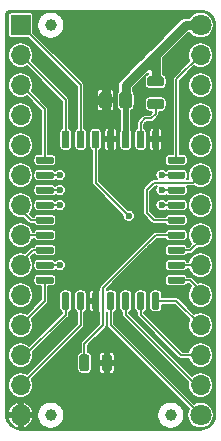
<source format=gtl>
G04 #@! TF.GenerationSoftware,KiCad,Pcbnew,(5.1.2-1)-1*
G04 #@! TF.CreationDate,2019-07-23T15:32:14-04:00*
G04 #@! TF.ProjectId,GW28R8128,47573238-5238-4313-9238-2e6b69636164,rev?*
G04 #@! TF.SameCoordinates,Original*
G04 #@! TF.FileFunction,Copper,L1,Top*
G04 #@! TF.FilePolarity,Positive*
%FSLAX46Y46*%
G04 Gerber Fmt 4.6, Leading zero omitted, Abs format (unit mm)*
G04 Created by KiCad (PCBNEW (5.1.2-1)-1) date 2019-07-23 15:32:14*
%MOMM*%
%LPD*%
G04 APERTURE LIST*
%ADD10C,1.000000*%
%ADD11C,0.100000*%
%ADD12C,0.850000*%
%ADD13C,1.800000*%
%ADD14O,1.700000X1.700000*%
%ADD15C,1.050000*%
%ADD16R,1.700000X1.700000*%
%ADD17O,1.800000X1.800000*%
%ADD18C,0.600000*%
%ADD19C,0.800000*%
%ADD20C,0.508000*%
%ADD21C,0.762000*%
%ADD22C,0.152400*%
G04 APERTURE END LIST*
D10*
X43180000Y-53340000D03*
X53340000Y-53340000D03*
X43180000Y-20320000D03*
D11*
G36*
X52578329Y-26561023D02*
G01*
X52598957Y-26564083D01*
X52619185Y-26569150D01*
X52638820Y-26576176D01*
X52657672Y-26585092D01*
X52675559Y-26595813D01*
X52692309Y-26608235D01*
X52707760Y-26622240D01*
X52721765Y-26637691D01*
X52734187Y-26654441D01*
X52744908Y-26672328D01*
X52753824Y-26691180D01*
X52760850Y-26710815D01*
X52765917Y-26731043D01*
X52768977Y-26751671D01*
X52770000Y-26772500D01*
X52770000Y-27197500D01*
X52768977Y-27218329D01*
X52765917Y-27238957D01*
X52760850Y-27259185D01*
X52753824Y-27278820D01*
X52744908Y-27297672D01*
X52734187Y-27315559D01*
X52721765Y-27332309D01*
X52707760Y-27347760D01*
X52692309Y-27361765D01*
X52675559Y-27374187D01*
X52657672Y-27384908D01*
X52638820Y-27393824D01*
X52619185Y-27400850D01*
X52598957Y-27405917D01*
X52578329Y-27408977D01*
X52557500Y-27410000D01*
X51582500Y-27410000D01*
X51561671Y-27408977D01*
X51541043Y-27405917D01*
X51520815Y-27400850D01*
X51501180Y-27393824D01*
X51482328Y-27384908D01*
X51464441Y-27374187D01*
X51447691Y-27361765D01*
X51432240Y-27347760D01*
X51418235Y-27332309D01*
X51405813Y-27315559D01*
X51395092Y-27297672D01*
X51386176Y-27278820D01*
X51379150Y-27259185D01*
X51374083Y-27238957D01*
X51371023Y-27218329D01*
X51370000Y-27197500D01*
X51370000Y-26772500D01*
X51371023Y-26751671D01*
X51374083Y-26731043D01*
X51379150Y-26710815D01*
X51386176Y-26691180D01*
X51395092Y-26672328D01*
X51405813Y-26654441D01*
X51418235Y-26637691D01*
X51432240Y-26622240D01*
X51447691Y-26608235D01*
X51464441Y-26595813D01*
X51482328Y-26585092D01*
X51501180Y-26576176D01*
X51520815Y-26569150D01*
X51541043Y-26564083D01*
X51561671Y-26561023D01*
X51582500Y-26560000D01*
X52557500Y-26560000D01*
X52578329Y-26561023D01*
X52578329Y-26561023D01*
G37*
D12*
X52070000Y-26985000D03*
D11*
G36*
X52578329Y-24661023D02*
G01*
X52598957Y-24664083D01*
X52619185Y-24669150D01*
X52638820Y-24676176D01*
X52657672Y-24685092D01*
X52675559Y-24695813D01*
X52692309Y-24708235D01*
X52707760Y-24722240D01*
X52721765Y-24737691D01*
X52734187Y-24754441D01*
X52744908Y-24772328D01*
X52753824Y-24791180D01*
X52760850Y-24810815D01*
X52765917Y-24831043D01*
X52768977Y-24851671D01*
X52770000Y-24872500D01*
X52770000Y-25297500D01*
X52768977Y-25318329D01*
X52765917Y-25338957D01*
X52760850Y-25359185D01*
X52753824Y-25378820D01*
X52744908Y-25397672D01*
X52734187Y-25415559D01*
X52721765Y-25432309D01*
X52707760Y-25447760D01*
X52692309Y-25461765D01*
X52675559Y-25474187D01*
X52657672Y-25484908D01*
X52638820Y-25493824D01*
X52619185Y-25500850D01*
X52598957Y-25505917D01*
X52578329Y-25508977D01*
X52557500Y-25510000D01*
X51582500Y-25510000D01*
X51561671Y-25508977D01*
X51541043Y-25505917D01*
X51520815Y-25500850D01*
X51501180Y-25493824D01*
X51482328Y-25484908D01*
X51464441Y-25474187D01*
X51447691Y-25461765D01*
X51432240Y-25447760D01*
X51418235Y-25432309D01*
X51405813Y-25415559D01*
X51395092Y-25397672D01*
X51386176Y-25378820D01*
X51379150Y-25359185D01*
X51374083Y-25338957D01*
X51371023Y-25318329D01*
X51370000Y-25297500D01*
X51370000Y-24872500D01*
X51371023Y-24851671D01*
X51374083Y-24831043D01*
X51379150Y-24810815D01*
X51386176Y-24791180D01*
X51395092Y-24772328D01*
X51405813Y-24754441D01*
X51418235Y-24737691D01*
X51432240Y-24722240D01*
X51447691Y-24708235D01*
X51464441Y-24695813D01*
X51482328Y-24685092D01*
X51501180Y-24676176D01*
X51520815Y-24669150D01*
X51541043Y-24664083D01*
X51561671Y-24661023D01*
X51582500Y-24660000D01*
X52557500Y-24660000D01*
X52578329Y-24661023D01*
X52578329Y-24661023D01*
G37*
D12*
X52070000Y-25085000D03*
D13*
X55880000Y-20320000D03*
D14*
X55880000Y-22860000D03*
X55880000Y-25400000D03*
X55880000Y-27940000D03*
X55880000Y-30480000D03*
X55880000Y-33020000D03*
X55880000Y-35560000D03*
X55880000Y-38100000D03*
X55880000Y-40640000D03*
X55880000Y-43180000D03*
X55880000Y-45720000D03*
X55880000Y-48260000D03*
X55880000Y-50800000D03*
D13*
X55880000Y-53340000D03*
D11*
G36*
X49818229Y-25971264D02*
G01*
X49843711Y-25975044D01*
X49868700Y-25981303D01*
X49892954Y-25989982D01*
X49916242Y-26000996D01*
X49938337Y-26014239D01*
X49959028Y-26029585D01*
X49978116Y-26046884D01*
X49995415Y-26065972D01*
X50010761Y-26086663D01*
X50024004Y-26108758D01*
X50035018Y-26132046D01*
X50043697Y-26156300D01*
X50049956Y-26181289D01*
X50053736Y-26206771D01*
X50055000Y-26232500D01*
X50055000Y-27107500D01*
X50053736Y-27133229D01*
X50049956Y-27158711D01*
X50043697Y-27183700D01*
X50035018Y-27207954D01*
X50024004Y-27231242D01*
X50010761Y-27253337D01*
X49995415Y-27274028D01*
X49978116Y-27293116D01*
X49959028Y-27310415D01*
X49938337Y-27325761D01*
X49916242Y-27339004D01*
X49892954Y-27350018D01*
X49868700Y-27358697D01*
X49843711Y-27364956D01*
X49818229Y-27368736D01*
X49792500Y-27370000D01*
X49267500Y-27370000D01*
X49241771Y-27368736D01*
X49216289Y-27364956D01*
X49191300Y-27358697D01*
X49167046Y-27350018D01*
X49143758Y-27339004D01*
X49121663Y-27325761D01*
X49100972Y-27310415D01*
X49081884Y-27293116D01*
X49064585Y-27274028D01*
X49049239Y-27253337D01*
X49035996Y-27231242D01*
X49024982Y-27207954D01*
X49016303Y-27183700D01*
X49010044Y-27158711D01*
X49006264Y-27133229D01*
X49005000Y-27107500D01*
X49005000Y-26232500D01*
X49006264Y-26206771D01*
X49010044Y-26181289D01*
X49016303Y-26156300D01*
X49024982Y-26132046D01*
X49035996Y-26108758D01*
X49049239Y-26086663D01*
X49064585Y-26065972D01*
X49081884Y-26046884D01*
X49100972Y-26029585D01*
X49121663Y-26014239D01*
X49143758Y-26000996D01*
X49167046Y-25989982D01*
X49191300Y-25981303D01*
X49216289Y-25975044D01*
X49241771Y-25971264D01*
X49267500Y-25970000D01*
X49792500Y-25970000D01*
X49818229Y-25971264D01*
X49818229Y-25971264D01*
G37*
D15*
X49530000Y-26670000D03*
D11*
G36*
X48118229Y-25971264D02*
G01*
X48143711Y-25975044D01*
X48168700Y-25981303D01*
X48192954Y-25989982D01*
X48216242Y-26000996D01*
X48238337Y-26014239D01*
X48259028Y-26029585D01*
X48278116Y-26046884D01*
X48295415Y-26065972D01*
X48310761Y-26086663D01*
X48324004Y-26108758D01*
X48335018Y-26132046D01*
X48343697Y-26156300D01*
X48349956Y-26181289D01*
X48353736Y-26206771D01*
X48355000Y-26232500D01*
X48355000Y-27107500D01*
X48353736Y-27133229D01*
X48349956Y-27158711D01*
X48343697Y-27183700D01*
X48335018Y-27207954D01*
X48324004Y-27231242D01*
X48310761Y-27253337D01*
X48295415Y-27274028D01*
X48278116Y-27293116D01*
X48259028Y-27310415D01*
X48238337Y-27325761D01*
X48216242Y-27339004D01*
X48192954Y-27350018D01*
X48168700Y-27358697D01*
X48143711Y-27364956D01*
X48118229Y-27368736D01*
X48092500Y-27370000D01*
X47567500Y-27370000D01*
X47541771Y-27368736D01*
X47516289Y-27364956D01*
X47491300Y-27358697D01*
X47467046Y-27350018D01*
X47443758Y-27339004D01*
X47421663Y-27325761D01*
X47400972Y-27310415D01*
X47381884Y-27293116D01*
X47364585Y-27274028D01*
X47349239Y-27253337D01*
X47335996Y-27231242D01*
X47324982Y-27207954D01*
X47316303Y-27183700D01*
X47310044Y-27158711D01*
X47306264Y-27133229D01*
X47305000Y-27107500D01*
X47305000Y-26232500D01*
X47306264Y-26206771D01*
X47310044Y-26181289D01*
X47316303Y-26156300D01*
X47324982Y-26132046D01*
X47335996Y-26108758D01*
X47349239Y-26086663D01*
X47364585Y-26065972D01*
X47381884Y-26046884D01*
X47400972Y-26029585D01*
X47421663Y-26014239D01*
X47443758Y-26000996D01*
X47467046Y-25989982D01*
X47491300Y-25981303D01*
X47516289Y-25975044D01*
X47541771Y-25971264D01*
X47567500Y-25970000D01*
X48092500Y-25970000D01*
X48118229Y-25971264D01*
X48118229Y-25971264D01*
G37*
D15*
X47830000Y-26670000D03*
D16*
X40640000Y-20320000D03*
D14*
X40640000Y-22860000D03*
X40640000Y-25400000D03*
X40640000Y-27940000D03*
X40640000Y-30480000D03*
X40640000Y-33020000D03*
X40640000Y-35560000D03*
X40640000Y-38100000D03*
X40640000Y-40640000D03*
X40640000Y-43180000D03*
X40640000Y-45720000D03*
X40640000Y-48260000D03*
X40640000Y-50800000D03*
D17*
X40640000Y-53340000D03*
D11*
G36*
X48424703Y-29255722D02*
G01*
X48439264Y-29257882D01*
X48453543Y-29261459D01*
X48467403Y-29266418D01*
X48480710Y-29272712D01*
X48493336Y-29280280D01*
X48505159Y-29289048D01*
X48516066Y-29298934D01*
X48525952Y-29309841D01*
X48534720Y-29321664D01*
X48542288Y-29334290D01*
X48548582Y-29347597D01*
X48553541Y-29361457D01*
X48557118Y-29375736D01*
X48559278Y-29390297D01*
X48560000Y-29405000D01*
X48560000Y-30580000D01*
X48559278Y-30594703D01*
X48557118Y-30609264D01*
X48553541Y-30623543D01*
X48548582Y-30637403D01*
X48542288Y-30650710D01*
X48534720Y-30663336D01*
X48525952Y-30675159D01*
X48516066Y-30686066D01*
X48505159Y-30695952D01*
X48493336Y-30704720D01*
X48480710Y-30712288D01*
X48467403Y-30718582D01*
X48453543Y-30723541D01*
X48439264Y-30727118D01*
X48424703Y-30729278D01*
X48410000Y-30730000D01*
X48110000Y-30730000D01*
X48095297Y-30729278D01*
X48080736Y-30727118D01*
X48066457Y-30723541D01*
X48052597Y-30718582D01*
X48039290Y-30712288D01*
X48026664Y-30704720D01*
X48014841Y-30695952D01*
X48003934Y-30686066D01*
X47994048Y-30675159D01*
X47985280Y-30663336D01*
X47977712Y-30650710D01*
X47971418Y-30637403D01*
X47966459Y-30623543D01*
X47962882Y-30609264D01*
X47960722Y-30594703D01*
X47960000Y-30580000D01*
X47960000Y-29405000D01*
X47960722Y-29390297D01*
X47962882Y-29375736D01*
X47966459Y-29361457D01*
X47971418Y-29347597D01*
X47977712Y-29334290D01*
X47985280Y-29321664D01*
X47994048Y-29309841D01*
X48003934Y-29298934D01*
X48014841Y-29289048D01*
X48026664Y-29280280D01*
X48039290Y-29272712D01*
X48052597Y-29266418D01*
X48066457Y-29261459D01*
X48080736Y-29257882D01*
X48095297Y-29255722D01*
X48110000Y-29255000D01*
X48410000Y-29255000D01*
X48424703Y-29255722D01*
X48424703Y-29255722D01*
G37*
D18*
X48260000Y-29992500D03*
D11*
G36*
X47154703Y-29255722D02*
G01*
X47169264Y-29257882D01*
X47183543Y-29261459D01*
X47197403Y-29266418D01*
X47210710Y-29272712D01*
X47223336Y-29280280D01*
X47235159Y-29289048D01*
X47246066Y-29298934D01*
X47255952Y-29309841D01*
X47264720Y-29321664D01*
X47272288Y-29334290D01*
X47278582Y-29347597D01*
X47283541Y-29361457D01*
X47287118Y-29375736D01*
X47289278Y-29390297D01*
X47290000Y-29405000D01*
X47290000Y-30580000D01*
X47289278Y-30594703D01*
X47287118Y-30609264D01*
X47283541Y-30623543D01*
X47278582Y-30637403D01*
X47272288Y-30650710D01*
X47264720Y-30663336D01*
X47255952Y-30675159D01*
X47246066Y-30686066D01*
X47235159Y-30695952D01*
X47223336Y-30704720D01*
X47210710Y-30712288D01*
X47197403Y-30718582D01*
X47183543Y-30723541D01*
X47169264Y-30727118D01*
X47154703Y-30729278D01*
X47140000Y-30730000D01*
X46840000Y-30730000D01*
X46825297Y-30729278D01*
X46810736Y-30727118D01*
X46796457Y-30723541D01*
X46782597Y-30718582D01*
X46769290Y-30712288D01*
X46756664Y-30704720D01*
X46744841Y-30695952D01*
X46733934Y-30686066D01*
X46724048Y-30675159D01*
X46715280Y-30663336D01*
X46707712Y-30650710D01*
X46701418Y-30637403D01*
X46696459Y-30623543D01*
X46692882Y-30609264D01*
X46690722Y-30594703D01*
X46690000Y-30580000D01*
X46690000Y-29405000D01*
X46690722Y-29390297D01*
X46692882Y-29375736D01*
X46696459Y-29361457D01*
X46701418Y-29347597D01*
X46707712Y-29334290D01*
X46715280Y-29321664D01*
X46724048Y-29309841D01*
X46733934Y-29298934D01*
X46744841Y-29289048D01*
X46756664Y-29280280D01*
X46769290Y-29272712D01*
X46782597Y-29266418D01*
X46796457Y-29261459D01*
X46810736Y-29257882D01*
X46825297Y-29255722D01*
X46840000Y-29255000D01*
X47140000Y-29255000D01*
X47154703Y-29255722D01*
X47154703Y-29255722D01*
G37*
D18*
X46990000Y-29992500D03*
D11*
G36*
X45884703Y-29255722D02*
G01*
X45899264Y-29257882D01*
X45913543Y-29261459D01*
X45927403Y-29266418D01*
X45940710Y-29272712D01*
X45953336Y-29280280D01*
X45965159Y-29289048D01*
X45976066Y-29298934D01*
X45985952Y-29309841D01*
X45994720Y-29321664D01*
X46002288Y-29334290D01*
X46008582Y-29347597D01*
X46013541Y-29361457D01*
X46017118Y-29375736D01*
X46019278Y-29390297D01*
X46020000Y-29405000D01*
X46020000Y-30580000D01*
X46019278Y-30594703D01*
X46017118Y-30609264D01*
X46013541Y-30623543D01*
X46008582Y-30637403D01*
X46002288Y-30650710D01*
X45994720Y-30663336D01*
X45985952Y-30675159D01*
X45976066Y-30686066D01*
X45965159Y-30695952D01*
X45953336Y-30704720D01*
X45940710Y-30712288D01*
X45927403Y-30718582D01*
X45913543Y-30723541D01*
X45899264Y-30727118D01*
X45884703Y-30729278D01*
X45870000Y-30730000D01*
X45570000Y-30730000D01*
X45555297Y-30729278D01*
X45540736Y-30727118D01*
X45526457Y-30723541D01*
X45512597Y-30718582D01*
X45499290Y-30712288D01*
X45486664Y-30704720D01*
X45474841Y-30695952D01*
X45463934Y-30686066D01*
X45454048Y-30675159D01*
X45445280Y-30663336D01*
X45437712Y-30650710D01*
X45431418Y-30637403D01*
X45426459Y-30623543D01*
X45422882Y-30609264D01*
X45420722Y-30594703D01*
X45420000Y-30580000D01*
X45420000Y-29405000D01*
X45420722Y-29390297D01*
X45422882Y-29375736D01*
X45426459Y-29361457D01*
X45431418Y-29347597D01*
X45437712Y-29334290D01*
X45445280Y-29321664D01*
X45454048Y-29309841D01*
X45463934Y-29298934D01*
X45474841Y-29289048D01*
X45486664Y-29280280D01*
X45499290Y-29272712D01*
X45512597Y-29266418D01*
X45526457Y-29261459D01*
X45540736Y-29257882D01*
X45555297Y-29255722D01*
X45570000Y-29255000D01*
X45870000Y-29255000D01*
X45884703Y-29255722D01*
X45884703Y-29255722D01*
G37*
D18*
X45720000Y-29992500D03*
D11*
G36*
X44614703Y-29255722D02*
G01*
X44629264Y-29257882D01*
X44643543Y-29261459D01*
X44657403Y-29266418D01*
X44670710Y-29272712D01*
X44683336Y-29280280D01*
X44695159Y-29289048D01*
X44706066Y-29298934D01*
X44715952Y-29309841D01*
X44724720Y-29321664D01*
X44732288Y-29334290D01*
X44738582Y-29347597D01*
X44743541Y-29361457D01*
X44747118Y-29375736D01*
X44749278Y-29390297D01*
X44750000Y-29405000D01*
X44750000Y-30580000D01*
X44749278Y-30594703D01*
X44747118Y-30609264D01*
X44743541Y-30623543D01*
X44738582Y-30637403D01*
X44732288Y-30650710D01*
X44724720Y-30663336D01*
X44715952Y-30675159D01*
X44706066Y-30686066D01*
X44695159Y-30695952D01*
X44683336Y-30704720D01*
X44670710Y-30712288D01*
X44657403Y-30718582D01*
X44643543Y-30723541D01*
X44629264Y-30727118D01*
X44614703Y-30729278D01*
X44600000Y-30730000D01*
X44300000Y-30730000D01*
X44285297Y-30729278D01*
X44270736Y-30727118D01*
X44256457Y-30723541D01*
X44242597Y-30718582D01*
X44229290Y-30712288D01*
X44216664Y-30704720D01*
X44204841Y-30695952D01*
X44193934Y-30686066D01*
X44184048Y-30675159D01*
X44175280Y-30663336D01*
X44167712Y-30650710D01*
X44161418Y-30637403D01*
X44156459Y-30623543D01*
X44152882Y-30609264D01*
X44150722Y-30594703D01*
X44150000Y-30580000D01*
X44150000Y-29405000D01*
X44150722Y-29390297D01*
X44152882Y-29375736D01*
X44156459Y-29361457D01*
X44161418Y-29347597D01*
X44167712Y-29334290D01*
X44175280Y-29321664D01*
X44184048Y-29309841D01*
X44193934Y-29298934D01*
X44204841Y-29289048D01*
X44216664Y-29280280D01*
X44229290Y-29272712D01*
X44242597Y-29266418D01*
X44256457Y-29261459D01*
X44270736Y-29257882D01*
X44285297Y-29255722D01*
X44300000Y-29255000D01*
X44600000Y-29255000D01*
X44614703Y-29255722D01*
X44614703Y-29255722D01*
G37*
D18*
X44450000Y-29992500D03*
D11*
G36*
X43299703Y-31450722D02*
G01*
X43314264Y-31452882D01*
X43328543Y-31456459D01*
X43342403Y-31461418D01*
X43355710Y-31467712D01*
X43368336Y-31475280D01*
X43380159Y-31484048D01*
X43391066Y-31493934D01*
X43400952Y-31504841D01*
X43409720Y-31516664D01*
X43417288Y-31529290D01*
X43423582Y-31542597D01*
X43428541Y-31556457D01*
X43432118Y-31570736D01*
X43434278Y-31585297D01*
X43435000Y-31600000D01*
X43435000Y-31900000D01*
X43434278Y-31914703D01*
X43432118Y-31929264D01*
X43428541Y-31943543D01*
X43423582Y-31957403D01*
X43417288Y-31970710D01*
X43409720Y-31983336D01*
X43400952Y-31995159D01*
X43391066Y-32006066D01*
X43380159Y-32015952D01*
X43368336Y-32024720D01*
X43355710Y-32032288D01*
X43342403Y-32038582D01*
X43328543Y-32043541D01*
X43314264Y-32047118D01*
X43299703Y-32049278D01*
X43285000Y-32050000D01*
X42110000Y-32050000D01*
X42095297Y-32049278D01*
X42080736Y-32047118D01*
X42066457Y-32043541D01*
X42052597Y-32038582D01*
X42039290Y-32032288D01*
X42026664Y-32024720D01*
X42014841Y-32015952D01*
X42003934Y-32006066D01*
X41994048Y-31995159D01*
X41985280Y-31983336D01*
X41977712Y-31970710D01*
X41971418Y-31957403D01*
X41966459Y-31943543D01*
X41962882Y-31929264D01*
X41960722Y-31914703D01*
X41960000Y-31900000D01*
X41960000Y-31600000D01*
X41960722Y-31585297D01*
X41962882Y-31570736D01*
X41966459Y-31556457D01*
X41971418Y-31542597D01*
X41977712Y-31529290D01*
X41985280Y-31516664D01*
X41994048Y-31504841D01*
X42003934Y-31493934D01*
X42014841Y-31484048D01*
X42026664Y-31475280D01*
X42039290Y-31467712D01*
X42052597Y-31461418D01*
X42066457Y-31456459D01*
X42080736Y-31452882D01*
X42095297Y-31450722D01*
X42110000Y-31450000D01*
X43285000Y-31450000D01*
X43299703Y-31450722D01*
X43299703Y-31450722D01*
G37*
D18*
X42697500Y-31750000D03*
D11*
G36*
X43299703Y-32720722D02*
G01*
X43314264Y-32722882D01*
X43328543Y-32726459D01*
X43342403Y-32731418D01*
X43355710Y-32737712D01*
X43368336Y-32745280D01*
X43380159Y-32754048D01*
X43391066Y-32763934D01*
X43400952Y-32774841D01*
X43409720Y-32786664D01*
X43417288Y-32799290D01*
X43423582Y-32812597D01*
X43428541Y-32826457D01*
X43432118Y-32840736D01*
X43434278Y-32855297D01*
X43435000Y-32870000D01*
X43435000Y-33170000D01*
X43434278Y-33184703D01*
X43432118Y-33199264D01*
X43428541Y-33213543D01*
X43423582Y-33227403D01*
X43417288Y-33240710D01*
X43409720Y-33253336D01*
X43400952Y-33265159D01*
X43391066Y-33276066D01*
X43380159Y-33285952D01*
X43368336Y-33294720D01*
X43355710Y-33302288D01*
X43342403Y-33308582D01*
X43328543Y-33313541D01*
X43314264Y-33317118D01*
X43299703Y-33319278D01*
X43285000Y-33320000D01*
X42110000Y-33320000D01*
X42095297Y-33319278D01*
X42080736Y-33317118D01*
X42066457Y-33313541D01*
X42052597Y-33308582D01*
X42039290Y-33302288D01*
X42026664Y-33294720D01*
X42014841Y-33285952D01*
X42003934Y-33276066D01*
X41994048Y-33265159D01*
X41985280Y-33253336D01*
X41977712Y-33240710D01*
X41971418Y-33227403D01*
X41966459Y-33213543D01*
X41962882Y-33199264D01*
X41960722Y-33184703D01*
X41960000Y-33170000D01*
X41960000Y-32870000D01*
X41960722Y-32855297D01*
X41962882Y-32840736D01*
X41966459Y-32826457D01*
X41971418Y-32812597D01*
X41977712Y-32799290D01*
X41985280Y-32786664D01*
X41994048Y-32774841D01*
X42003934Y-32763934D01*
X42014841Y-32754048D01*
X42026664Y-32745280D01*
X42039290Y-32737712D01*
X42052597Y-32731418D01*
X42066457Y-32726459D01*
X42080736Y-32722882D01*
X42095297Y-32720722D01*
X42110000Y-32720000D01*
X43285000Y-32720000D01*
X43299703Y-32720722D01*
X43299703Y-32720722D01*
G37*
D18*
X42697500Y-33020000D03*
D11*
G36*
X43299703Y-33990722D02*
G01*
X43314264Y-33992882D01*
X43328543Y-33996459D01*
X43342403Y-34001418D01*
X43355710Y-34007712D01*
X43368336Y-34015280D01*
X43380159Y-34024048D01*
X43391066Y-34033934D01*
X43400952Y-34044841D01*
X43409720Y-34056664D01*
X43417288Y-34069290D01*
X43423582Y-34082597D01*
X43428541Y-34096457D01*
X43432118Y-34110736D01*
X43434278Y-34125297D01*
X43435000Y-34140000D01*
X43435000Y-34440000D01*
X43434278Y-34454703D01*
X43432118Y-34469264D01*
X43428541Y-34483543D01*
X43423582Y-34497403D01*
X43417288Y-34510710D01*
X43409720Y-34523336D01*
X43400952Y-34535159D01*
X43391066Y-34546066D01*
X43380159Y-34555952D01*
X43368336Y-34564720D01*
X43355710Y-34572288D01*
X43342403Y-34578582D01*
X43328543Y-34583541D01*
X43314264Y-34587118D01*
X43299703Y-34589278D01*
X43285000Y-34590000D01*
X42110000Y-34590000D01*
X42095297Y-34589278D01*
X42080736Y-34587118D01*
X42066457Y-34583541D01*
X42052597Y-34578582D01*
X42039290Y-34572288D01*
X42026664Y-34564720D01*
X42014841Y-34555952D01*
X42003934Y-34546066D01*
X41994048Y-34535159D01*
X41985280Y-34523336D01*
X41977712Y-34510710D01*
X41971418Y-34497403D01*
X41966459Y-34483543D01*
X41962882Y-34469264D01*
X41960722Y-34454703D01*
X41960000Y-34440000D01*
X41960000Y-34140000D01*
X41960722Y-34125297D01*
X41962882Y-34110736D01*
X41966459Y-34096457D01*
X41971418Y-34082597D01*
X41977712Y-34069290D01*
X41985280Y-34056664D01*
X41994048Y-34044841D01*
X42003934Y-34033934D01*
X42014841Y-34024048D01*
X42026664Y-34015280D01*
X42039290Y-34007712D01*
X42052597Y-34001418D01*
X42066457Y-33996459D01*
X42080736Y-33992882D01*
X42095297Y-33990722D01*
X42110000Y-33990000D01*
X43285000Y-33990000D01*
X43299703Y-33990722D01*
X43299703Y-33990722D01*
G37*
D18*
X42697500Y-34290000D03*
D11*
G36*
X43299703Y-35260722D02*
G01*
X43314264Y-35262882D01*
X43328543Y-35266459D01*
X43342403Y-35271418D01*
X43355710Y-35277712D01*
X43368336Y-35285280D01*
X43380159Y-35294048D01*
X43391066Y-35303934D01*
X43400952Y-35314841D01*
X43409720Y-35326664D01*
X43417288Y-35339290D01*
X43423582Y-35352597D01*
X43428541Y-35366457D01*
X43432118Y-35380736D01*
X43434278Y-35395297D01*
X43435000Y-35410000D01*
X43435000Y-35710000D01*
X43434278Y-35724703D01*
X43432118Y-35739264D01*
X43428541Y-35753543D01*
X43423582Y-35767403D01*
X43417288Y-35780710D01*
X43409720Y-35793336D01*
X43400952Y-35805159D01*
X43391066Y-35816066D01*
X43380159Y-35825952D01*
X43368336Y-35834720D01*
X43355710Y-35842288D01*
X43342403Y-35848582D01*
X43328543Y-35853541D01*
X43314264Y-35857118D01*
X43299703Y-35859278D01*
X43285000Y-35860000D01*
X42110000Y-35860000D01*
X42095297Y-35859278D01*
X42080736Y-35857118D01*
X42066457Y-35853541D01*
X42052597Y-35848582D01*
X42039290Y-35842288D01*
X42026664Y-35834720D01*
X42014841Y-35825952D01*
X42003934Y-35816066D01*
X41994048Y-35805159D01*
X41985280Y-35793336D01*
X41977712Y-35780710D01*
X41971418Y-35767403D01*
X41966459Y-35753543D01*
X41962882Y-35739264D01*
X41960722Y-35724703D01*
X41960000Y-35710000D01*
X41960000Y-35410000D01*
X41960722Y-35395297D01*
X41962882Y-35380736D01*
X41966459Y-35366457D01*
X41971418Y-35352597D01*
X41977712Y-35339290D01*
X41985280Y-35326664D01*
X41994048Y-35314841D01*
X42003934Y-35303934D01*
X42014841Y-35294048D01*
X42026664Y-35285280D01*
X42039290Y-35277712D01*
X42052597Y-35271418D01*
X42066457Y-35266459D01*
X42080736Y-35262882D01*
X42095297Y-35260722D01*
X42110000Y-35260000D01*
X43285000Y-35260000D01*
X43299703Y-35260722D01*
X43299703Y-35260722D01*
G37*
D18*
X42697500Y-35560000D03*
D11*
G36*
X43299703Y-36530722D02*
G01*
X43314264Y-36532882D01*
X43328543Y-36536459D01*
X43342403Y-36541418D01*
X43355710Y-36547712D01*
X43368336Y-36555280D01*
X43380159Y-36564048D01*
X43391066Y-36573934D01*
X43400952Y-36584841D01*
X43409720Y-36596664D01*
X43417288Y-36609290D01*
X43423582Y-36622597D01*
X43428541Y-36636457D01*
X43432118Y-36650736D01*
X43434278Y-36665297D01*
X43435000Y-36680000D01*
X43435000Y-36980000D01*
X43434278Y-36994703D01*
X43432118Y-37009264D01*
X43428541Y-37023543D01*
X43423582Y-37037403D01*
X43417288Y-37050710D01*
X43409720Y-37063336D01*
X43400952Y-37075159D01*
X43391066Y-37086066D01*
X43380159Y-37095952D01*
X43368336Y-37104720D01*
X43355710Y-37112288D01*
X43342403Y-37118582D01*
X43328543Y-37123541D01*
X43314264Y-37127118D01*
X43299703Y-37129278D01*
X43285000Y-37130000D01*
X42110000Y-37130000D01*
X42095297Y-37129278D01*
X42080736Y-37127118D01*
X42066457Y-37123541D01*
X42052597Y-37118582D01*
X42039290Y-37112288D01*
X42026664Y-37104720D01*
X42014841Y-37095952D01*
X42003934Y-37086066D01*
X41994048Y-37075159D01*
X41985280Y-37063336D01*
X41977712Y-37050710D01*
X41971418Y-37037403D01*
X41966459Y-37023543D01*
X41962882Y-37009264D01*
X41960722Y-36994703D01*
X41960000Y-36980000D01*
X41960000Y-36680000D01*
X41960722Y-36665297D01*
X41962882Y-36650736D01*
X41966459Y-36636457D01*
X41971418Y-36622597D01*
X41977712Y-36609290D01*
X41985280Y-36596664D01*
X41994048Y-36584841D01*
X42003934Y-36573934D01*
X42014841Y-36564048D01*
X42026664Y-36555280D01*
X42039290Y-36547712D01*
X42052597Y-36541418D01*
X42066457Y-36536459D01*
X42080736Y-36532882D01*
X42095297Y-36530722D01*
X42110000Y-36530000D01*
X43285000Y-36530000D01*
X43299703Y-36530722D01*
X43299703Y-36530722D01*
G37*
D18*
X42697500Y-36830000D03*
D11*
G36*
X43299703Y-37800722D02*
G01*
X43314264Y-37802882D01*
X43328543Y-37806459D01*
X43342403Y-37811418D01*
X43355710Y-37817712D01*
X43368336Y-37825280D01*
X43380159Y-37834048D01*
X43391066Y-37843934D01*
X43400952Y-37854841D01*
X43409720Y-37866664D01*
X43417288Y-37879290D01*
X43423582Y-37892597D01*
X43428541Y-37906457D01*
X43432118Y-37920736D01*
X43434278Y-37935297D01*
X43435000Y-37950000D01*
X43435000Y-38250000D01*
X43434278Y-38264703D01*
X43432118Y-38279264D01*
X43428541Y-38293543D01*
X43423582Y-38307403D01*
X43417288Y-38320710D01*
X43409720Y-38333336D01*
X43400952Y-38345159D01*
X43391066Y-38356066D01*
X43380159Y-38365952D01*
X43368336Y-38374720D01*
X43355710Y-38382288D01*
X43342403Y-38388582D01*
X43328543Y-38393541D01*
X43314264Y-38397118D01*
X43299703Y-38399278D01*
X43285000Y-38400000D01*
X42110000Y-38400000D01*
X42095297Y-38399278D01*
X42080736Y-38397118D01*
X42066457Y-38393541D01*
X42052597Y-38388582D01*
X42039290Y-38382288D01*
X42026664Y-38374720D01*
X42014841Y-38365952D01*
X42003934Y-38356066D01*
X41994048Y-38345159D01*
X41985280Y-38333336D01*
X41977712Y-38320710D01*
X41971418Y-38307403D01*
X41966459Y-38293543D01*
X41962882Y-38279264D01*
X41960722Y-38264703D01*
X41960000Y-38250000D01*
X41960000Y-37950000D01*
X41960722Y-37935297D01*
X41962882Y-37920736D01*
X41966459Y-37906457D01*
X41971418Y-37892597D01*
X41977712Y-37879290D01*
X41985280Y-37866664D01*
X41994048Y-37854841D01*
X42003934Y-37843934D01*
X42014841Y-37834048D01*
X42026664Y-37825280D01*
X42039290Y-37817712D01*
X42052597Y-37811418D01*
X42066457Y-37806459D01*
X42080736Y-37802882D01*
X42095297Y-37800722D01*
X42110000Y-37800000D01*
X43285000Y-37800000D01*
X43299703Y-37800722D01*
X43299703Y-37800722D01*
G37*
D18*
X42697500Y-38100000D03*
D11*
G36*
X43299703Y-39070722D02*
G01*
X43314264Y-39072882D01*
X43328543Y-39076459D01*
X43342403Y-39081418D01*
X43355710Y-39087712D01*
X43368336Y-39095280D01*
X43380159Y-39104048D01*
X43391066Y-39113934D01*
X43400952Y-39124841D01*
X43409720Y-39136664D01*
X43417288Y-39149290D01*
X43423582Y-39162597D01*
X43428541Y-39176457D01*
X43432118Y-39190736D01*
X43434278Y-39205297D01*
X43435000Y-39220000D01*
X43435000Y-39520000D01*
X43434278Y-39534703D01*
X43432118Y-39549264D01*
X43428541Y-39563543D01*
X43423582Y-39577403D01*
X43417288Y-39590710D01*
X43409720Y-39603336D01*
X43400952Y-39615159D01*
X43391066Y-39626066D01*
X43380159Y-39635952D01*
X43368336Y-39644720D01*
X43355710Y-39652288D01*
X43342403Y-39658582D01*
X43328543Y-39663541D01*
X43314264Y-39667118D01*
X43299703Y-39669278D01*
X43285000Y-39670000D01*
X42110000Y-39670000D01*
X42095297Y-39669278D01*
X42080736Y-39667118D01*
X42066457Y-39663541D01*
X42052597Y-39658582D01*
X42039290Y-39652288D01*
X42026664Y-39644720D01*
X42014841Y-39635952D01*
X42003934Y-39626066D01*
X41994048Y-39615159D01*
X41985280Y-39603336D01*
X41977712Y-39590710D01*
X41971418Y-39577403D01*
X41966459Y-39563543D01*
X41962882Y-39549264D01*
X41960722Y-39534703D01*
X41960000Y-39520000D01*
X41960000Y-39220000D01*
X41960722Y-39205297D01*
X41962882Y-39190736D01*
X41966459Y-39176457D01*
X41971418Y-39162597D01*
X41977712Y-39149290D01*
X41985280Y-39136664D01*
X41994048Y-39124841D01*
X42003934Y-39113934D01*
X42014841Y-39104048D01*
X42026664Y-39095280D01*
X42039290Y-39087712D01*
X42052597Y-39081418D01*
X42066457Y-39076459D01*
X42080736Y-39072882D01*
X42095297Y-39070722D01*
X42110000Y-39070000D01*
X43285000Y-39070000D01*
X43299703Y-39070722D01*
X43299703Y-39070722D01*
G37*
D18*
X42697500Y-39370000D03*
D11*
G36*
X43299703Y-40340722D02*
G01*
X43314264Y-40342882D01*
X43328543Y-40346459D01*
X43342403Y-40351418D01*
X43355710Y-40357712D01*
X43368336Y-40365280D01*
X43380159Y-40374048D01*
X43391066Y-40383934D01*
X43400952Y-40394841D01*
X43409720Y-40406664D01*
X43417288Y-40419290D01*
X43423582Y-40432597D01*
X43428541Y-40446457D01*
X43432118Y-40460736D01*
X43434278Y-40475297D01*
X43435000Y-40490000D01*
X43435000Y-40790000D01*
X43434278Y-40804703D01*
X43432118Y-40819264D01*
X43428541Y-40833543D01*
X43423582Y-40847403D01*
X43417288Y-40860710D01*
X43409720Y-40873336D01*
X43400952Y-40885159D01*
X43391066Y-40896066D01*
X43380159Y-40905952D01*
X43368336Y-40914720D01*
X43355710Y-40922288D01*
X43342403Y-40928582D01*
X43328543Y-40933541D01*
X43314264Y-40937118D01*
X43299703Y-40939278D01*
X43285000Y-40940000D01*
X42110000Y-40940000D01*
X42095297Y-40939278D01*
X42080736Y-40937118D01*
X42066457Y-40933541D01*
X42052597Y-40928582D01*
X42039290Y-40922288D01*
X42026664Y-40914720D01*
X42014841Y-40905952D01*
X42003934Y-40896066D01*
X41994048Y-40885159D01*
X41985280Y-40873336D01*
X41977712Y-40860710D01*
X41971418Y-40847403D01*
X41966459Y-40833543D01*
X41962882Y-40819264D01*
X41960722Y-40804703D01*
X41960000Y-40790000D01*
X41960000Y-40490000D01*
X41960722Y-40475297D01*
X41962882Y-40460736D01*
X41966459Y-40446457D01*
X41971418Y-40432597D01*
X41977712Y-40419290D01*
X41985280Y-40406664D01*
X41994048Y-40394841D01*
X42003934Y-40383934D01*
X42014841Y-40374048D01*
X42026664Y-40365280D01*
X42039290Y-40357712D01*
X42052597Y-40351418D01*
X42066457Y-40346459D01*
X42080736Y-40342882D01*
X42095297Y-40340722D01*
X42110000Y-40340000D01*
X43285000Y-40340000D01*
X43299703Y-40340722D01*
X43299703Y-40340722D01*
G37*
D18*
X42697500Y-40640000D03*
D11*
G36*
X43299703Y-41610722D02*
G01*
X43314264Y-41612882D01*
X43328543Y-41616459D01*
X43342403Y-41621418D01*
X43355710Y-41627712D01*
X43368336Y-41635280D01*
X43380159Y-41644048D01*
X43391066Y-41653934D01*
X43400952Y-41664841D01*
X43409720Y-41676664D01*
X43417288Y-41689290D01*
X43423582Y-41702597D01*
X43428541Y-41716457D01*
X43432118Y-41730736D01*
X43434278Y-41745297D01*
X43435000Y-41760000D01*
X43435000Y-42060000D01*
X43434278Y-42074703D01*
X43432118Y-42089264D01*
X43428541Y-42103543D01*
X43423582Y-42117403D01*
X43417288Y-42130710D01*
X43409720Y-42143336D01*
X43400952Y-42155159D01*
X43391066Y-42166066D01*
X43380159Y-42175952D01*
X43368336Y-42184720D01*
X43355710Y-42192288D01*
X43342403Y-42198582D01*
X43328543Y-42203541D01*
X43314264Y-42207118D01*
X43299703Y-42209278D01*
X43285000Y-42210000D01*
X42110000Y-42210000D01*
X42095297Y-42209278D01*
X42080736Y-42207118D01*
X42066457Y-42203541D01*
X42052597Y-42198582D01*
X42039290Y-42192288D01*
X42026664Y-42184720D01*
X42014841Y-42175952D01*
X42003934Y-42166066D01*
X41994048Y-42155159D01*
X41985280Y-42143336D01*
X41977712Y-42130710D01*
X41971418Y-42117403D01*
X41966459Y-42103543D01*
X41962882Y-42089264D01*
X41960722Y-42074703D01*
X41960000Y-42060000D01*
X41960000Y-41760000D01*
X41960722Y-41745297D01*
X41962882Y-41730736D01*
X41966459Y-41716457D01*
X41971418Y-41702597D01*
X41977712Y-41689290D01*
X41985280Y-41676664D01*
X41994048Y-41664841D01*
X42003934Y-41653934D01*
X42014841Y-41644048D01*
X42026664Y-41635280D01*
X42039290Y-41627712D01*
X42052597Y-41621418D01*
X42066457Y-41616459D01*
X42080736Y-41612882D01*
X42095297Y-41610722D01*
X42110000Y-41610000D01*
X43285000Y-41610000D01*
X43299703Y-41610722D01*
X43299703Y-41610722D01*
G37*
D18*
X42697500Y-41910000D03*
D11*
G36*
X44614703Y-42930722D02*
G01*
X44629264Y-42932882D01*
X44643543Y-42936459D01*
X44657403Y-42941418D01*
X44670710Y-42947712D01*
X44683336Y-42955280D01*
X44695159Y-42964048D01*
X44706066Y-42973934D01*
X44715952Y-42984841D01*
X44724720Y-42996664D01*
X44732288Y-43009290D01*
X44738582Y-43022597D01*
X44743541Y-43036457D01*
X44747118Y-43050736D01*
X44749278Y-43065297D01*
X44750000Y-43080000D01*
X44750000Y-44255000D01*
X44749278Y-44269703D01*
X44747118Y-44284264D01*
X44743541Y-44298543D01*
X44738582Y-44312403D01*
X44732288Y-44325710D01*
X44724720Y-44338336D01*
X44715952Y-44350159D01*
X44706066Y-44361066D01*
X44695159Y-44370952D01*
X44683336Y-44379720D01*
X44670710Y-44387288D01*
X44657403Y-44393582D01*
X44643543Y-44398541D01*
X44629264Y-44402118D01*
X44614703Y-44404278D01*
X44600000Y-44405000D01*
X44300000Y-44405000D01*
X44285297Y-44404278D01*
X44270736Y-44402118D01*
X44256457Y-44398541D01*
X44242597Y-44393582D01*
X44229290Y-44387288D01*
X44216664Y-44379720D01*
X44204841Y-44370952D01*
X44193934Y-44361066D01*
X44184048Y-44350159D01*
X44175280Y-44338336D01*
X44167712Y-44325710D01*
X44161418Y-44312403D01*
X44156459Y-44298543D01*
X44152882Y-44284264D01*
X44150722Y-44269703D01*
X44150000Y-44255000D01*
X44150000Y-43080000D01*
X44150722Y-43065297D01*
X44152882Y-43050736D01*
X44156459Y-43036457D01*
X44161418Y-43022597D01*
X44167712Y-43009290D01*
X44175280Y-42996664D01*
X44184048Y-42984841D01*
X44193934Y-42973934D01*
X44204841Y-42964048D01*
X44216664Y-42955280D01*
X44229290Y-42947712D01*
X44242597Y-42941418D01*
X44256457Y-42936459D01*
X44270736Y-42932882D01*
X44285297Y-42930722D01*
X44300000Y-42930000D01*
X44600000Y-42930000D01*
X44614703Y-42930722D01*
X44614703Y-42930722D01*
G37*
D18*
X44450000Y-43667500D03*
D11*
G36*
X45884703Y-42930722D02*
G01*
X45899264Y-42932882D01*
X45913543Y-42936459D01*
X45927403Y-42941418D01*
X45940710Y-42947712D01*
X45953336Y-42955280D01*
X45965159Y-42964048D01*
X45976066Y-42973934D01*
X45985952Y-42984841D01*
X45994720Y-42996664D01*
X46002288Y-43009290D01*
X46008582Y-43022597D01*
X46013541Y-43036457D01*
X46017118Y-43050736D01*
X46019278Y-43065297D01*
X46020000Y-43080000D01*
X46020000Y-44255000D01*
X46019278Y-44269703D01*
X46017118Y-44284264D01*
X46013541Y-44298543D01*
X46008582Y-44312403D01*
X46002288Y-44325710D01*
X45994720Y-44338336D01*
X45985952Y-44350159D01*
X45976066Y-44361066D01*
X45965159Y-44370952D01*
X45953336Y-44379720D01*
X45940710Y-44387288D01*
X45927403Y-44393582D01*
X45913543Y-44398541D01*
X45899264Y-44402118D01*
X45884703Y-44404278D01*
X45870000Y-44405000D01*
X45570000Y-44405000D01*
X45555297Y-44404278D01*
X45540736Y-44402118D01*
X45526457Y-44398541D01*
X45512597Y-44393582D01*
X45499290Y-44387288D01*
X45486664Y-44379720D01*
X45474841Y-44370952D01*
X45463934Y-44361066D01*
X45454048Y-44350159D01*
X45445280Y-44338336D01*
X45437712Y-44325710D01*
X45431418Y-44312403D01*
X45426459Y-44298543D01*
X45422882Y-44284264D01*
X45420722Y-44269703D01*
X45420000Y-44255000D01*
X45420000Y-43080000D01*
X45420722Y-43065297D01*
X45422882Y-43050736D01*
X45426459Y-43036457D01*
X45431418Y-43022597D01*
X45437712Y-43009290D01*
X45445280Y-42996664D01*
X45454048Y-42984841D01*
X45463934Y-42973934D01*
X45474841Y-42964048D01*
X45486664Y-42955280D01*
X45499290Y-42947712D01*
X45512597Y-42941418D01*
X45526457Y-42936459D01*
X45540736Y-42932882D01*
X45555297Y-42930722D01*
X45570000Y-42930000D01*
X45870000Y-42930000D01*
X45884703Y-42930722D01*
X45884703Y-42930722D01*
G37*
D18*
X45720000Y-43667500D03*
D11*
G36*
X47154703Y-42930722D02*
G01*
X47169264Y-42932882D01*
X47183543Y-42936459D01*
X47197403Y-42941418D01*
X47210710Y-42947712D01*
X47223336Y-42955280D01*
X47235159Y-42964048D01*
X47246066Y-42973934D01*
X47255952Y-42984841D01*
X47264720Y-42996664D01*
X47272288Y-43009290D01*
X47278582Y-43022597D01*
X47283541Y-43036457D01*
X47287118Y-43050736D01*
X47289278Y-43065297D01*
X47290000Y-43080000D01*
X47290000Y-44255000D01*
X47289278Y-44269703D01*
X47287118Y-44284264D01*
X47283541Y-44298543D01*
X47278582Y-44312403D01*
X47272288Y-44325710D01*
X47264720Y-44338336D01*
X47255952Y-44350159D01*
X47246066Y-44361066D01*
X47235159Y-44370952D01*
X47223336Y-44379720D01*
X47210710Y-44387288D01*
X47197403Y-44393582D01*
X47183543Y-44398541D01*
X47169264Y-44402118D01*
X47154703Y-44404278D01*
X47140000Y-44405000D01*
X46840000Y-44405000D01*
X46825297Y-44404278D01*
X46810736Y-44402118D01*
X46796457Y-44398541D01*
X46782597Y-44393582D01*
X46769290Y-44387288D01*
X46756664Y-44379720D01*
X46744841Y-44370952D01*
X46733934Y-44361066D01*
X46724048Y-44350159D01*
X46715280Y-44338336D01*
X46707712Y-44325710D01*
X46701418Y-44312403D01*
X46696459Y-44298543D01*
X46692882Y-44284264D01*
X46690722Y-44269703D01*
X46690000Y-44255000D01*
X46690000Y-43080000D01*
X46690722Y-43065297D01*
X46692882Y-43050736D01*
X46696459Y-43036457D01*
X46701418Y-43022597D01*
X46707712Y-43009290D01*
X46715280Y-42996664D01*
X46724048Y-42984841D01*
X46733934Y-42973934D01*
X46744841Y-42964048D01*
X46756664Y-42955280D01*
X46769290Y-42947712D01*
X46782597Y-42941418D01*
X46796457Y-42936459D01*
X46810736Y-42932882D01*
X46825297Y-42930722D01*
X46840000Y-42930000D01*
X47140000Y-42930000D01*
X47154703Y-42930722D01*
X47154703Y-42930722D01*
G37*
D18*
X46990000Y-43667500D03*
D11*
G36*
X48424703Y-42930722D02*
G01*
X48439264Y-42932882D01*
X48453543Y-42936459D01*
X48467403Y-42941418D01*
X48480710Y-42947712D01*
X48493336Y-42955280D01*
X48505159Y-42964048D01*
X48516066Y-42973934D01*
X48525952Y-42984841D01*
X48534720Y-42996664D01*
X48542288Y-43009290D01*
X48548582Y-43022597D01*
X48553541Y-43036457D01*
X48557118Y-43050736D01*
X48559278Y-43065297D01*
X48560000Y-43080000D01*
X48560000Y-44255000D01*
X48559278Y-44269703D01*
X48557118Y-44284264D01*
X48553541Y-44298543D01*
X48548582Y-44312403D01*
X48542288Y-44325710D01*
X48534720Y-44338336D01*
X48525952Y-44350159D01*
X48516066Y-44361066D01*
X48505159Y-44370952D01*
X48493336Y-44379720D01*
X48480710Y-44387288D01*
X48467403Y-44393582D01*
X48453543Y-44398541D01*
X48439264Y-44402118D01*
X48424703Y-44404278D01*
X48410000Y-44405000D01*
X48110000Y-44405000D01*
X48095297Y-44404278D01*
X48080736Y-44402118D01*
X48066457Y-44398541D01*
X48052597Y-44393582D01*
X48039290Y-44387288D01*
X48026664Y-44379720D01*
X48014841Y-44370952D01*
X48003934Y-44361066D01*
X47994048Y-44350159D01*
X47985280Y-44338336D01*
X47977712Y-44325710D01*
X47971418Y-44312403D01*
X47966459Y-44298543D01*
X47962882Y-44284264D01*
X47960722Y-44269703D01*
X47960000Y-44255000D01*
X47960000Y-43080000D01*
X47960722Y-43065297D01*
X47962882Y-43050736D01*
X47966459Y-43036457D01*
X47971418Y-43022597D01*
X47977712Y-43009290D01*
X47985280Y-42996664D01*
X47994048Y-42984841D01*
X48003934Y-42973934D01*
X48014841Y-42964048D01*
X48026664Y-42955280D01*
X48039290Y-42947712D01*
X48052597Y-42941418D01*
X48066457Y-42936459D01*
X48080736Y-42932882D01*
X48095297Y-42930722D01*
X48110000Y-42930000D01*
X48410000Y-42930000D01*
X48424703Y-42930722D01*
X48424703Y-42930722D01*
G37*
D18*
X48260000Y-43667500D03*
D11*
G36*
X49694703Y-42930722D02*
G01*
X49709264Y-42932882D01*
X49723543Y-42936459D01*
X49737403Y-42941418D01*
X49750710Y-42947712D01*
X49763336Y-42955280D01*
X49775159Y-42964048D01*
X49786066Y-42973934D01*
X49795952Y-42984841D01*
X49804720Y-42996664D01*
X49812288Y-43009290D01*
X49818582Y-43022597D01*
X49823541Y-43036457D01*
X49827118Y-43050736D01*
X49829278Y-43065297D01*
X49830000Y-43080000D01*
X49830000Y-44255000D01*
X49829278Y-44269703D01*
X49827118Y-44284264D01*
X49823541Y-44298543D01*
X49818582Y-44312403D01*
X49812288Y-44325710D01*
X49804720Y-44338336D01*
X49795952Y-44350159D01*
X49786066Y-44361066D01*
X49775159Y-44370952D01*
X49763336Y-44379720D01*
X49750710Y-44387288D01*
X49737403Y-44393582D01*
X49723543Y-44398541D01*
X49709264Y-44402118D01*
X49694703Y-44404278D01*
X49680000Y-44405000D01*
X49380000Y-44405000D01*
X49365297Y-44404278D01*
X49350736Y-44402118D01*
X49336457Y-44398541D01*
X49322597Y-44393582D01*
X49309290Y-44387288D01*
X49296664Y-44379720D01*
X49284841Y-44370952D01*
X49273934Y-44361066D01*
X49264048Y-44350159D01*
X49255280Y-44338336D01*
X49247712Y-44325710D01*
X49241418Y-44312403D01*
X49236459Y-44298543D01*
X49232882Y-44284264D01*
X49230722Y-44269703D01*
X49230000Y-44255000D01*
X49230000Y-43080000D01*
X49230722Y-43065297D01*
X49232882Y-43050736D01*
X49236459Y-43036457D01*
X49241418Y-43022597D01*
X49247712Y-43009290D01*
X49255280Y-42996664D01*
X49264048Y-42984841D01*
X49273934Y-42973934D01*
X49284841Y-42964048D01*
X49296664Y-42955280D01*
X49309290Y-42947712D01*
X49322597Y-42941418D01*
X49336457Y-42936459D01*
X49350736Y-42932882D01*
X49365297Y-42930722D01*
X49380000Y-42930000D01*
X49680000Y-42930000D01*
X49694703Y-42930722D01*
X49694703Y-42930722D01*
G37*
D18*
X49530000Y-43667500D03*
D11*
G36*
X50964703Y-42930722D02*
G01*
X50979264Y-42932882D01*
X50993543Y-42936459D01*
X51007403Y-42941418D01*
X51020710Y-42947712D01*
X51033336Y-42955280D01*
X51045159Y-42964048D01*
X51056066Y-42973934D01*
X51065952Y-42984841D01*
X51074720Y-42996664D01*
X51082288Y-43009290D01*
X51088582Y-43022597D01*
X51093541Y-43036457D01*
X51097118Y-43050736D01*
X51099278Y-43065297D01*
X51100000Y-43080000D01*
X51100000Y-44255000D01*
X51099278Y-44269703D01*
X51097118Y-44284264D01*
X51093541Y-44298543D01*
X51088582Y-44312403D01*
X51082288Y-44325710D01*
X51074720Y-44338336D01*
X51065952Y-44350159D01*
X51056066Y-44361066D01*
X51045159Y-44370952D01*
X51033336Y-44379720D01*
X51020710Y-44387288D01*
X51007403Y-44393582D01*
X50993543Y-44398541D01*
X50979264Y-44402118D01*
X50964703Y-44404278D01*
X50950000Y-44405000D01*
X50650000Y-44405000D01*
X50635297Y-44404278D01*
X50620736Y-44402118D01*
X50606457Y-44398541D01*
X50592597Y-44393582D01*
X50579290Y-44387288D01*
X50566664Y-44379720D01*
X50554841Y-44370952D01*
X50543934Y-44361066D01*
X50534048Y-44350159D01*
X50525280Y-44338336D01*
X50517712Y-44325710D01*
X50511418Y-44312403D01*
X50506459Y-44298543D01*
X50502882Y-44284264D01*
X50500722Y-44269703D01*
X50500000Y-44255000D01*
X50500000Y-43080000D01*
X50500722Y-43065297D01*
X50502882Y-43050736D01*
X50506459Y-43036457D01*
X50511418Y-43022597D01*
X50517712Y-43009290D01*
X50525280Y-42996664D01*
X50534048Y-42984841D01*
X50543934Y-42973934D01*
X50554841Y-42964048D01*
X50566664Y-42955280D01*
X50579290Y-42947712D01*
X50592597Y-42941418D01*
X50606457Y-42936459D01*
X50620736Y-42932882D01*
X50635297Y-42930722D01*
X50650000Y-42930000D01*
X50950000Y-42930000D01*
X50964703Y-42930722D01*
X50964703Y-42930722D01*
G37*
D18*
X50800000Y-43667500D03*
D11*
G36*
X52234703Y-42930722D02*
G01*
X52249264Y-42932882D01*
X52263543Y-42936459D01*
X52277403Y-42941418D01*
X52290710Y-42947712D01*
X52303336Y-42955280D01*
X52315159Y-42964048D01*
X52326066Y-42973934D01*
X52335952Y-42984841D01*
X52344720Y-42996664D01*
X52352288Y-43009290D01*
X52358582Y-43022597D01*
X52363541Y-43036457D01*
X52367118Y-43050736D01*
X52369278Y-43065297D01*
X52370000Y-43080000D01*
X52370000Y-44255000D01*
X52369278Y-44269703D01*
X52367118Y-44284264D01*
X52363541Y-44298543D01*
X52358582Y-44312403D01*
X52352288Y-44325710D01*
X52344720Y-44338336D01*
X52335952Y-44350159D01*
X52326066Y-44361066D01*
X52315159Y-44370952D01*
X52303336Y-44379720D01*
X52290710Y-44387288D01*
X52277403Y-44393582D01*
X52263543Y-44398541D01*
X52249264Y-44402118D01*
X52234703Y-44404278D01*
X52220000Y-44405000D01*
X51920000Y-44405000D01*
X51905297Y-44404278D01*
X51890736Y-44402118D01*
X51876457Y-44398541D01*
X51862597Y-44393582D01*
X51849290Y-44387288D01*
X51836664Y-44379720D01*
X51824841Y-44370952D01*
X51813934Y-44361066D01*
X51804048Y-44350159D01*
X51795280Y-44338336D01*
X51787712Y-44325710D01*
X51781418Y-44312403D01*
X51776459Y-44298543D01*
X51772882Y-44284264D01*
X51770722Y-44269703D01*
X51770000Y-44255000D01*
X51770000Y-43080000D01*
X51770722Y-43065297D01*
X51772882Y-43050736D01*
X51776459Y-43036457D01*
X51781418Y-43022597D01*
X51787712Y-43009290D01*
X51795280Y-42996664D01*
X51804048Y-42984841D01*
X51813934Y-42973934D01*
X51824841Y-42964048D01*
X51836664Y-42955280D01*
X51849290Y-42947712D01*
X51862597Y-42941418D01*
X51876457Y-42936459D01*
X51890736Y-42932882D01*
X51905297Y-42930722D01*
X51920000Y-42930000D01*
X52220000Y-42930000D01*
X52234703Y-42930722D01*
X52234703Y-42930722D01*
G37*
D18*
X52070000Y-43667500D03*
D11*
G36*
X54424703Y-41610722D02*
G01*
X54439264Y-41612882D01*
X54453543Y-41616459D01*
X54467403Y-41621418D01*
X54480710Y-41627712D01*
X54493336Y-41635280D01*
X54505159Y-41644048D01*
X54516066Y-41653934D01*
X54525952Y-41664841D01*
X54534720Y-41676664D01*
X54542288Y-41689290D01*
X54548582Y-41702597D01*
X54553541Y-41716457D01*
X54557118Y-41730736D01*
X54559278Y-41745297D01*
X54560000Y-41760000D01*
X54560000Y-42060000D01*
X54559278Y-42074703D01*
X54557118Y-42089264D01*
X54553541Y-42103543D01*
X54548582Y-42117403D01*
X54542288Y-42130710D01*
X54534720Y-42143336D01*
X54525952Y-42155159D01*
X54516066Y-42166066D01*
X54505159Y-42175952D01*
X54493336Y-42184720D01*
X54480710Y-42192288D01*
X54467403Y-42198582D01*
X54453543Y-42203541D01*
X54439264Y-42207118D01*
X54424703Y-42209278D01*
X54410000Y-42210000D01*
X53235000Y-42210000D01*
X53220297Y-42209278D01*
X53205736Y-42207118D01*
X53191457Y-42203541D01*
X53177597Y-42198582D01*
X53164290Y-42192288D01*
X53151664Y-42184720D01*
X53139841Y-42175952D01*
X53128934Y-42166066D01*
X53119048Y-42155159D01*
X53110280Y-42143336D01*
X53102712Y-42130710D01*
X53096418Y-42117403D01*
X53091459Y-42103543D01*
X53087882Y-42089264D01*
X53085722Y-42074703D01*
X53085000Y-42060000D01*
X53085000Y-41760000D01*
X53085722Y-41745297D01*
X53087882Y-41730736D01*
X53091459Y-41716457D01*
X53096418Y-41702597D01*
X53102712Y-41689290D01*
X53110280Y-41676664D01*
X53119048Y-41664841D01*
X53128934Y-41653934D01*
X53139841Y-41644048D01*
X53151664Y-41635280D01*
X53164290Y-41627712D01*
X53177597Y-41621418D01*
X53191457Y-41616459D01*
X53205736Y-41612882D01*
X53220297Y-41610722D01*
X53235000Y-41610000D01*
X54410000Y-41610000D01*
X54424703Y-41610722D01*
X54424703Y-41610722D01*
G37*
D18*
X53822500Y-41910000D03*
D11*
G36*
X54424703Y-40340722D02*
G01*
X54439264Y-40342882D01*
X54453543Y-40346459D01*
X54467403Y-40351418D01*
X54480710Y-40357712D01*
X54493336Y-40365280D01*
X54505159Y-40374048D01*
X54516066Y-40383934D01*
X54525952Y-40394841D01*
X54534720Y-40406664D01*
X54542288Y-40419290D01*
X54548582Y-40432597D01*
X54553541Y-40446457D01*
X54557118Y-40460736D01*
X54559278Y-40475297D01*
X54560000Y-40490000D01*
X54560000Y-40790000D01*
X54559278Y-40804703D01*
X54557118Y-40819264D01*
X54553541Y-40833543D01*
X54548582Y-40847403D01*
X54542288Y-40860710D01*
X54534720Y-40873336D01*
X54525952Y-40885159D01*
X54516066Y-40896066D01*
X54505159Y-40905952D01*
X54493336Y-40914720D01*
X54480710Y-40922288D01*
X54467403Y-40928582D01*
X54453543Y-40933541D01*
X54439264Y-40937118D01*
X54424703Y-40939278D01*
X54410000Y-40940000D01*
X53235000Y-40940000D01*
X53220297Y-40939278D01*
X53205736Y-40937118D01*
X53191457Y-40933541D01*
X53177597Y-40928582D01*
X53164290Y-40922288D01*
X53151664Y-40914720D01*
X53139841Y-40905952D01*
X53128934Y-40896066D01*
X53119048Y-40885159D01*
X53110280Y-40873336D01*
X53102712Y-40860710D01*
X53096418Y-40847403D01*
X53091459Y-40833543D01*
X53087882Y-40819264D01*
X53085722Y-40804703D01*
X53085000Y-40790000D01*
X53085000Y-40490000D01*
X53085722Y-40475297D01*
X53087882Y-40460736D01*
X53091459Y-40446457D01*
X53096418Y-40432597D01*
X53102712Y-40419290D01*
X53110280Y-40406664D01*
X53119048Y-40394841D01*
X53128934Y-40383934D01*
X53139841Y-40374048D01*
X53151664Y-40365280D01*
X53164290Y-40357712D01*
X53177597Y-40351418D01*
X53191457Y-40346459D01*
X53205736Y-40342882D01*
X53220297Y-40340722D01*
X53235000Y-40340000D01*
X54410000Y-40340000D01*
X54424703Y-40340722D01*
X54424703Y-40340722D01*
G37*
D18*
X53822500Y-40640000D03*
D11*
G36*
X54424703Y-39070722D02*
G01*
X54439264Y-39072882D01*
X54453543Y-39076459D01*
X54467403Y-39081418D01*
X54480710Y-39087712D01*
X54493336Y-39095280D01*
X54505159Y-39104048D01*
X54516066Y-39113934D01*
X54525952Y-39124841D01*
X54534720Y-39136664D01*
X54542288Y-39149290D01*
X54548582Y-39162597D01*
X54553541Y-39176457D01*
X54557118Y-39190736D01*
X54559278Y-39205297D01*
X54560000Y-39220000D01*
X54560000Y-39520000D01*
X54559278Y-39534703D01*
X54557118Y-39549264D01*
X54553541Y-39563543D01*
X54548582Y-39577403D01*
X54542288Y-39590710D01*
X54534720Y-39603336D01*
X54525952Y-39615159D01*
X54516066Y-39626066D01*
X54505159Y-39635952D01*
X54493336Y-39644720D01*
X54480710Y-39652288D01*
X54467403Y-39658582D01*
X54453543Y-39663541D01*
X54439264Y-39667118D01*
X54424703Y-39669278D01*
X54410000Y-39670000D01*
X53235000Y-39670000D01*
X53220297Y-39669278D01*
X53205736Y-39667118D01*
X53191457Y-39663541D01*
X53177597Y-39658582D01*
X53164290Y-39652288D01*
X53151664Y-39644720D01*
X53139841Y-39635952D01*
X53128934Y-39626066D01*
X53119048Y-39615159D01*
X53110280Y-39603336D01*
X53102712Y-39590710D01*
X53096418Y-39577403D01*
X53091459Y-39563543D01*
X53087882Y-39549264D01*
X53085722Y-39534703D01*
X53085000Y-39520000D01*
X53085000Y-39220000D01*
X53085722Y-39205297D01*
X53087882Y-39190736D01*
X53091459Y-39176457D01*
X53096418Y-39162597D01*
X53102712Y-39149290D01*
X53110280Y-39136664D01*
X53119048Y-39124841D01*
X53128934Y-39113934D01*
X53139841Y-39104048D01*
X53151664Y-39095280D01*
X53164290Y-39087712D01*
X53177597Y-39081418D01*
X53191457Y-39076459D01*
X53205736Y-39072882D01*
X53220297Y-39070722D01*
X53235000Y-39070000D01*
X54410000Y-39070000D01*
X54424703Y-39070722D01*
X54424703Y-39070722D01*
G37*
D18*
X53822500Y-39370000D03*
D11*
G36*
X54424703Y-37800722D02*
G01*
X54439264Y-37802882D01*
X54453543Y-37806459D01*
X54467403Y-37811418D01*
X54480710Y-37817712D01*
X54493336Y-37825280D01*
X54505159Y-37834048D01*
X54516066Y-37843934D01*
X54525952Y-37854841D01*
X54534720Y-37866664D01*
X54542288Y-37879290D01*
X54548582Y-37892597D01*
X54553541Y-37906457D01*
X54557118Y-37920736D01*
X54559278Y-37935297D01*
X54560000Y-37950000D01*
X54560000Y-38250000D01*
X54559278Y-38264703D01*
X54557118Y-38279264D01*
X54553541Y-38293543D01*
X54548582Y-38307403D01*
X54542288Y-38320710D01*
X54534720Y-38333336D01*
X54525952Y-38345159D01*
X54516066Y-38356066D01*
X54505159Y-38365952D01*
X54493336Y-38374720D01*
X54480710Y-38382288D01*
X54467403Y-38388582D01*
X54453543Y-38393541D01*
X54439264Y-38397118D01*
X54424703Y-38399278D01*
X54410000Y-38400000D01*
X53235000Y-38400000D01*
X53220297Y-38399278D01*
X53205736Y-38397118D01*
X53191457Y-38393541D01*
X53177597Y-38388582D01*
X53164290Y-38382288D01*
X53151664Y-38374720D01*
X53139841Y-38365952D01*
X53128934Y-38356066D01*
X53119048Y-38345159D01*
X53110280Y-38333336D01*
X53102712Y-38320710D01*
X53096418Y-38307403D01*
X53091459Y-38293543D01*
X53087882Y-38279264D01*
X53085722Y-38264703D01*
X53085000Y-38250000D01*
X53085000Y-37950000D01*
X53085722Y-37935297D01*
X53087882Y-37920736D01*
X53091459Y-37906457D01*
X53096418Y-37892597D01*
X53102712Y-37879290D01*
X53110280Y-37866664D01*
X53119048Y-37854841D01*
X53128934Y-37843934D01*
X53139841Y-37834048D01*
X53151664Y-37825280D01*
X53164290Y-37817712D01*
X53177597Y-37811418D01*
X53191457Y-37806459D01*
X53205736Y-37802882D01*
X53220297Y-37800722D01*
X53235000Y-37800000D01*
X54410000Y-37800000D01*
X54424703Y-37800722D01*
X54424703Y-37800722D01*
G37*
D18*
X53822500Y-38100000D03*
D11*
G36*
X54424703Y-36530722D02*
G01*
X54439264Y-36532882D01*
X54453543Y-36536459D01*
X54467403Y-36541418D01*
X54480710Y-36547712D01*
X54493336Y-36555280D01*
X54505159Y-36564048D01*
X54516066Y-36573934D01*
X54525952Y-36584841D01*
X54534720Y-36596664D01*
X54542288Y-36609290D01*
X54548582Y-36622597D01*
X54553541Y-36636457D01*
X54557118Y-36650736D01*
X54559278Y-36665297D01*
X54560000Y-36680000D01*
X54560000Y-36980000D01*
X54559278Y-36994703D01*
X54557118Y-37009264D01*
X54553541Y-37023543D01*
X54548582Y-37037403D01*
X54542288Y-37050710D01*
X54534720Y-37063336D01*
X54525952Y-37075159D01*
X54516066Y-37086066D01*
X54505159Y-37095952D01*
X54493336Y-37104720D01*
X54480710Y-37112288D01*
X54467403Y-37118582D01*
X54453543Y-37123541D01*
X54439264Y-37127118D01*
X54424703Y-37129278D01*
X54410000Y-37130000D01*
X53235000Y-37130000D01*
X53220297Y-37129278D01*
X53205736Y-37127118D01*
X53191457Y-37123541D01*
X53177597Y-37118582D01*
X53164290Y-37112288D01*
X53151664Y-37104720D01*
X53139841Y-37095952D01*
X53128934Y-37086066D01*
X53119048Y-37075159D01*
X53110280Y-37063336D01*
X53102712Y-37050710D01*
X53096418Y-37037403D01*
X53091459Y-37023543D01*
X53087882Y-37009264D01*
X53085722Y-36994703D01*
X53085000Y-36980000D01*
X53085000Y-36680000D01*
X53085722Y-36665297D01*
X53087882Y-36650736D01*
X53091459Y-36636457D01*
X53096418Y-36622597D01*
X53102712Y-36609290D01*
X53110280Y-36596664D01*
X53119048Y-36584841D01*
X53128934Y-36573934D01*
X53139841Y-36564048D01*
X53151664Y-36555280D01*
X53164290Y-36547712D01*
X53177597Y-36541418D01*
X53191457Y-36536459D01*
X53205736Y-36532882D01*
X53220297Y-36530722D01*
X53235000Y-36530000D01*
X54410000Y-36530000D01*
X54424703Y-36530722D01*
X54424703Y-36530722D01*
G37*
D18*
X53822500Y-36830000D03*
D11*
G36*
X54424703Y-35260722D02*
G01*
X54439264Y-35262882D01*
X54453543Y-35266459D01*
X54467403Y-35271418D01*
X54480710Y-35277712D01*
X54493336Y-35285280D01*
X54505159Y-35294048D01*
X54516066Y-35303934D01*
X54525952Y-35314841D01*
X54534720Y-35326664D01*
X54542288Y-35339290D01*
X54548582Y-35352597D01*
X54553541Y-35366457D01*
X54557118Y-35380736D01*
X54559278Y-35395297D01*
X54560000Y-35410000D01*
X54560000Y-35710000D01*
X54559278Y-35724703D01*
X54557118Y-35739264D01*
X54553541Y-35753543D01*
X54548582Y-35767403D01*
X54542288Y-35780710D01*
X54534720Y-35793336D01*
X54525952Y-35805159D01*
X54516066Y-35816066D01*
X54505159Y-35825952D01*
X54493336Y-35834720D01*
X54480710Y-35842288D01*
X54467403Y-35848582D01*
X54453543Y-35853541D01*
X54439264Y-35857118D01*
X54424703Y-35859278D01*
X54410000Y-35860000D01*
X53235000Y-35860000D01*
X53220297Y-35859278D01*
X53205736Y-35857118D01*
X53191457Y-35853541D01*
X53177597Y-35848582D01*
X53164290Y-35842288D01*
X53151664Y-35834720D01*
X53139841Y-35825952D01*
X53128934Y-35816066D01*
X53119048Y-35805159D01*
X53110280Y-35793336D01*
X53102712Y-35780710D01*
X53096418Y-35767403D01*
X53091459Y-35753543D01*
X53087882Y-35739264D01*
X53085722Y-35724703D01*
X53085000Y-35710000D01*
X53085000Y-35410000D01*
X53085722Y-35395297D01*
X53087882Y-35380736D01*
X53091459Y-35366457D01*
X53096418Y-35352597D01*
X53102712Y-35339290D01*
X53110280Y-35326664D01*
X53119048Y-35314841D01*
X53128934Y-35303934D01*
X53139841Y-35294048D01*
X53151664Y-35285280D01*
X53164290Y-35277712D01*
X53177597Y-35271418D01*
X53191457Y-35266459D01*
X53205736Y-35262882D01*
X53220297Y-35260722D01*
X53235000Y-35260000D01*
X54410000Y-35260000D01*
X54424703Y-35260722D01*
X54424703Y-35260722D01*
G37*
D18*
X53822500Y-35560000D03*
D11*
G36*
X54424703Y-33990722D02*
G01*
X54439264Y-33992882D01*
X54453543Y-33996459D01*
X54467403Y-34001418D01*
X54480710Y-34007712D01*
X54493336Y-34015280D01*
X54505159Y-34024048D01*
X54516066Y-34033934D01*
X54525952Y-34044841D01*
X54534720Y-34056664D01*
X54542288Y-34069290D01*
X54548582Y-34082597D01*
X54553541Y-34096457D01*
X54557118Y-34110736D01*
X54559278Y-34125297D01*
X54560000Y-34140000D01*
X54560000Y-34440000D01*
X54559278Y-34454703D01*
X54557118Y-34469264D01*
X54553541Y-34483543D01*
X54548582Y-34497403D01*
X54542288Y-34510710D01*
X54534720Y-34523336D01*
X54525952Y-34535159D01*
X54516066Y-34546066D01*
X54505159Y-34555952D01*
X54493336Y-34564720D01*
X54480710Y-34572288D01*
X54467403Y-34578582D01*
X54453543Y-34583541D01*
X54439264Y-34587118D01*
X54424703Y-34589278D01*
X54410000Y-34590000D01*
X53235000Y-34590000D01*
X53220297Y-34589278D01*
X53205736Y-34587118D01*
X53191457Y-34583541D01*
X53177597Y-34578582D01*
X53164290Y-34572288D01*
X53151664Y-34564720D01*
X53139841Y-34555952D01*
X53128934Y-34546066D01*
X53119048Y-34535159D01*
X53110280Y-34523336D01*
X53102712Y-34510710D01*
X53096418Y-34497403D01*
X53091459Y-34483543D01*
X53087882Y-34469264D01*
X53085722Y-34454703D01*
X53085000Y-34440000D01*
X53085000Y-34140000D01*
X53085722Y-34125297D01*
X53087882Y-34110736D01*
X53091459Y-34096457D01*
X53096418Y-34082597D01*
X53102712Y-34069290D01*
X53110280Y-34056664D01*
X53119048Y-34044841D01*
X53128934Y-34033934D01*
X53139841Y-34024048D01*
X53151664Y-34015280D01*
X53164290Y-34007712D01*
X53177597Y-34001418D01*
X53191457Y-33996459D01*
X53205736Y-33992882D01*
X53220297Y-33990722D01*
X53235000Y-33990000D01*
X54410000Y-33990000D01*
X54424703Y-33990722D01*
X54424703Y-33990722D01*
G37*
D18*
X53822500Y-34290000D03*
D11*
G36*
X54424703Y-32720722D02*
G01*
X54439264Y-32722882D01*
X54453543Y-32726459D01*
X54467403Y-32731418D01*
X54480710Y-32737712D01*
X54493336Y-32745280D01*
X54505159Y-32754048D01*
X54516066Y-32763934D01*
X54525952Y-32774841D01*
X54534720Y-32786664D01*
X54542288Y-32799290D01*
X54548582Y-32812597D01*
X54553541Y-32826457D01*
X54557118Y-32840736D01*
X54559278Y-32855297D01*
X54560000Y-32870000D01*
X54560000Y-33170000D01*
X54559278Y-33184703D01*
X54557118Y-33199264D01*
X54553541Y-33213543D01*
X54548582Y-33227403D01*
X54542288Y-33240710D01*
X54534720Y-33253336D01*
X54525952Y-33265159D01*
X54516066Y-33276066D01*
X54505159Y-33285952D01*
X54493336Y-33294720D01*
X54480710Y-33302288D01*
X54467403Y-33308582D01*
X54453543Y-33313541D01*
X54439264Y-33317118D01*
X54424703Y-33319278D01*
X54410000Y-33320000D01*
X53235000Y-33320000D01*
X53220297Y-33319278D01*
X53205736Y-33317118D01*
X53191457Y-33313541D01*
X53177597Y-33308582D01*
X53164290Y-33302288D01*
X53151664Y-33294720D01*
X53139841Y-33285952D01*
X53128934Y-33276066D01*
X53119048Y-33265159D01*
X53110280Y-33253336D01*
X53102712Y-33240710D01*
X53096418Y-33227403D01*
X53091459Y-33213543D01*
X53087882Y-33199264D01*
X53085722Y-33184703D01*
X53085000Y-33170000D01*
X53085000Y-32870000D01*
X53085722Y-32855297D01*
X53087882Y-32840736D01*
X53091459Y-32826457D01*
X53096418Y-32812597D01*
X53102712Y-32799290D01*
X53110280Y-32786664D01*
X53119048Y-32774841D01*
X53128934Y-32763934D01*
X53139841Y-32754048D01*
X53151664Y-32745280D01*
X53164290Y-32737712D01*
X53177597Y-32731418D01*
X53191457Y-32726459D01*
X53205736Y-32722882D01*
X53220297Y-32720722D01*
X53235000Y-32720000D01*
X54410000Y-32720000D01*
X54424703Y-32720722D01*
X54424703Y-32720722D01*
G37*
D18*
X53822500Y-33020000D03*
D11*
G36*
X54424703Y-31450722D02*
G01*
X54439264Y-31452882D01*
X54453543Y-31456459D01*
X54467403Y-31461418D01*
X54480710Y-31467712D01*
X54493336Y-31475280D01*
X54505159Y-31484048D01*
X54516066Y-31493934D01*
X54525952Y-31504841D01*
X54534720Y-31516664D01*
X54542288Y-31529290D01*
X54548582Y-31542597D01*
X54553541Y-31556457D01*
X54557118Y-31570736D01*
X54559278Y-31585297D01*
X54560000Y-31600000D01*
X54560000Y-31900000D01*
X54559278Y-31914703D01*
X54557118Y-31929264D01*
X54553541Y-31943543D01*
X54548582Y-31957403D01*
X54542288Y-31970710D01*
X54534720Y-31983336D01*
X54525952Y-31995159D01*
X54516066Y-32006066D01*
X54505159Y-32015952D01*
X54493336Y-32024720D01*
X54480710Y-32032288D01*
X54467403Y-32038582D01*
X54453543Y-32043541D01*
X54439264Y-32047118D01*
X54424703Y-32049278D01*
X54410000Y-32050000D01*
X53235000Y-32050000D01*
X53220297Y-32049278D01*
X53205736Y-32047118D01*
X53191457Y-32043541D01*
X53177597Y-32038582D01*
X53164290Y-32032288D01*
X53151664Y-32024720D01*
X53139841Y-32015952D01*
X53128934Y-32006066D01*
X53119048Y-31995159D01*
X53110280Y-31983336D01*
X53102712Y-31970710D01*
X53096418Y-31957403D01*
X53091459Y-31943543D01*
X53087882Y-31929264D01*
X53085722Y-31914703D01*
X53085000Y-31900000D01*
X53085000Y-31600000D01*
X53085722Y-31585297D01*
X53087882Y-31570736D01*
X53091459Y-31556457D01*
X53096418Y-31542597D01*
X53102712Y-31529290D01*
X53110280Y-31516664D01*
X53119048Y-31504841D01*
X53128934Y-31493934D01*
X53139841Y-31484048D01*
X53151664Y-31475280D01*
X53164290Y-31467712D01*
X53177597Y-31461418D01*
X53191457Y-31456459D01*
X53205736Y-31452882D01*
X53220297Y-31450722D01*
X53235000Y-31450000D01*
X54410000Y-31450000D01*
X54424703Y-31450722D01*
X54424703Y-31450722D01*
G37*
D18*
X53822500Y-31750000D03*
D11*
G36*
X52234703Y-29255722D02*
G01*
X52249264Y-29257882D01*
X52263543Y-29261459D01*
X52277403Y-29266418D01*
X52290710Y-29272712D01*
X52303336Y-29280280D01*
X52315159Y-29289048D01*
X52326066Y-29298934D01*
X52335952Y-29309841D01*
X52344720Y-29321664D01*
X52352288Y-29334290D01*
X52358582Y-29347597D01*
X52363541Y-29361457D01*
X52367118Y-29375736D01*
X52369278Y-29390297D01*
X52370000Y-29405000D01*
X52370000Y-30580000D01*
X52369278Y-30594703D01*
X52367118Y-30609264D01*
X52363541Y-30623543D01*
X52358582Y-30637403D01*
X52352288Y-30650710D01*
X52344720Y-30663336D01*
X52335952Y-30675159D01*
X52326066Y-30686066D01*
X52315159Y-30695952D01*
X52303336Y-30704720D01*
X52290710Y-30712288D01*
X52277403Y-30718582D01*
X52263543Y-30723541D01*
X52249264Y-30727118D01*
X52234703Y-30729278D01*
X52220000Y-30730000D01*
X51920000Y-30730000D01*
X51905297Y-30729278D01*
X51890736Y-30727118D01*
X51876457Y-30723541D01*
X51862597Y-30718582D01*
X51849290Y-30712288D01*
X51836664Y-30704720D01*
X51824841Y-30695952D01*
X51813934Y-30686066D01*
X51804048Y-30675159D01*
X51795280Y-30663336D01*
X51787712Y-30650710D01*
X51781418Y-30637403D01*
X51776459Y-30623543D01*
X51772882Y-30609264D01*
X51770722Y-30594703D01*
X51770000Y-30580000D01*
X51770000Y-29405000D01*
X51770722Y-29390297D01*
X51772882Y-29375736D01*
X51776459Y-29361457D01*
X51781418Y-29347597D01*
X51787712Y-29334290D01*
X51795280Y-29321664D01*
X51804048Y-29309841D01*
X51813934Y-29298934D01*
X51824841Y-29289048D01*
X51836664Y-29280280D01*
X51849290Y-29272712D01*
X51862597Y-29266418D01*
X51876457Y-29261459D01*
X51890736Y-29257882D01*
X51905297Y-29255722D01*
X51920000Y-29255000D01*
X52220000Y-29255000D01*
X52234703Y-29255722D01*
X52234703Y-29255722D01*
G37*
D18*
X52070000Y-29992500D03*
D11*
G36*
X50964703Y-29255722D02*
G01*
X50979264Y-29257882D01*
X50993543Y-29261459D01*
X51007403Y-29266418D01*
X51020710Y-29272712D01*
X51033336Y-29280280D01*
X51045159Y-29289048D01*
X51056066Y-29298934D01*
X51065952Y-29309841D01*
X51074720Y-29321664D01*
X51082288Y-29334290D01*
X51088582Y-29347597D01*
X51093541Y-29361457D01*
X51097118Y-29375736D01*
X51099278Y-29390297D01*
X51100000Y-29405000D01*
X51100000Y-30580000D01*
X51099278Y-30594703D01*
X51097118Y-30609264D01*
X51093541Y-30623543D01*
X51088582Y-30637403D01*
X51082288Y-30650710D01*
X51074720Y-30663336D01*
X51065952Y-30675159D01*
X51056066Y-30686066D01*
X51045159Y-30695952D01*
X51033336Y-30704720D01*
X51020710Y-30712288D01*
X51007403Y-30718582D01*
X50993543Y-30723541D01*
X50979264Y-30727118D01*
X50964703Y-30729278D01*
X50950000Y-30730000D01*
X50650000Y-30730000D01*
X50635297Y-30729278D01*
X50620736Y-30727118D01*
X50606457Y-30723541D01*
X50592597Y-30718582D01*
X50579290Y-30712288D01*
X50566664Y-30704720D01*
X50554841Y-30695952D01*
X50543934Y-30686066D01*
X50534048Y-30675159D01*
X50525280Y-30663336D01*
X50517712Y-30650710D01*
X50511418Y-30637403D01*
X50506459Y-30623543D01*
X50502882Y-30609264D01*
X50500722Y-30594703D01*
X50500000Y-30580000D01*
X50500000Y-29405000D01*
X50500722Y-29390297D01*
X50502882Y-29375736D01*
X50506459Y-29361457D01*
X50511418Y-29347597D01*
X50517712Y-29334290D01*
X50525280Y-29321664D01*
X50534048Y-29309841D01*
X50543934Y-29298934D01*
X50554841Y-29289048D01*
X50566664Y-29280280D01*
X50579290Y-29272712D01*
X50592597Y-29266418D01*
X50606457Y-29261459D01*
X50620736Y-29257882D01*
X50635297Y-29255722D01*
X50650000Y-29255000D01*
X50950000Y-29255000D01*
X50964703Y-29255722D01*
X50964703Y-29255722D01*
G37*
D18*
X50800000Y-29992500D03*
D11*
G36*
X49694703Y-29255722D02*
G01*
X49709264Y-29257882D01*
X49723543Y-29261459D01*
X49737403Y-29266418D01*
X49750710Y-29272712D01*
X49763336Y-29280280D01*
X49775159Y-29289048D01*
X49786066Y-29298934D01*
X49795952Y-29309841D01*
X49804720Y-29321664D01*
X49812288Y-29334290D01*
X49818582Y-29347597D01*
X49823541Y-29361457D01*
X49827118Y-29375736D01*
X49829278Y-29390297D01*
X49830000Y-29405000D01*
X49830000Y-30580000D01*
X49829278Y-30594703D01*
X49827118Y-30609264D01*
X49823541Y-30623543D01*
X49818582Y-30637403D01*
X49812288Y-30650710D01*
X49804720Y-30663336D01*
X49795952Y-30675159D01*
X49786066Y-30686066D01*
X49775159Y-30695952D01*
X49763336Y-30704720D01*
X49750710Y-30712288D01*
X49737403Y-30718582D01*
X49723543Y-30723541D01*
X49709264Y-30727118D01*
X49694703Y-30729278D01*
X49680000Y-30730000D01*
X49380000Y-30730000D01*
X49365297Y-30729278D01*
X49350736Y-30727118D01*
X49336457Y-30723541D01*
X49322597Y-30718582D01*
X49309290Y-30712288D01*
X49296664Y-30704720D01*
X49284841Y-30695952D01*
X49273934Y-30686066D01*
X49264048Y-30675159D01*
X49255280Y-30663336D01*
X49247712Y-30650710D01*
X49241418Y-30637403D01*
X49236459Y-30623543D01*
X49232882Y-30609264D01*
X49230722Y-30594703D01*
X49230000Y-30580000D01*
X49230000Y-29405000D01*
X49230722Y-29390297D01*
X49232882Y-29375736D01*
X49236459Y-29361457D01*
X49241418Y-29347597D01*
X49247712Y-29334290D01*
X49255280Y-29321664D01*
X49264048Y-29309841D01*
X49273934Y-29298934D01*
X49284841Y-29289048D01*
X49296664Y-29280280D01*
X49309290Y-29272712D01*
X49322597Y-29266418D01*
X49336457Y-29261459D01*
X49350736Y-29257882D01*
X49365297Y-29255722D01*
X49380000Y-29255000D01*
X49680000Y-29255000D01*
X49694703Y-29255722D01*
X49694703Y-29255722D01*
G37*
D18*
X49530000Y-29992500D03*
D11*
G36*
X46273329Y-48196023D02*
G01*
X46293957Y-48199083D01*
X46314185Y-48204150D01*
X46333820Y-48211176D01*
X46352672Y-48220092D01*
X46370559Y-48230813D01*
X46387309Y-48243235D01*
X46402760Y-48257240D01*
X46416765Y-48272691D01*
X46429187Y-48289441D01*
X46439908Y-48307328D01*
X46448824Y-48326180D01*
X46455850Y-48345815D01*
X46460917Y-48366043D01*
X46463977Y-48386671D01*
X46465000Y-48407500D01*
X46465000Y-49382500D01*
X46463977Y-49403329D01*
X46460917Y-49423957D01*
X46455850Y-49444185D01*
X46448824Y-49463820D01*
X46439908Y-49482672D01*
X46429187Y-49500559D01*
X46416765Y-49517309D01*
X46402760Y-49532760D01*
X46387309Y-49546765D01*
X46370559Y-49559187D01*
X46352672Y-49569908D01*
X46333820Y-49578824D01*
X46314185Y-49585850D01*
X46293957Y-49590917D01*
X46273329Y-49593977D01*
X46252500Y-49595000D01*
X45827500Y-49595000D01*
X45806671Y-49593977D01*
X45786043Y-49590917D01*
X45765815Y-49585850D01*
X45746180Y-49578824D01*
X45727328Y-49569908D01*
X45709441Y-49559187D01*
X45692691Y-49546765D01*
X45677240Y-49532760D01*
X45663235Y-49517309D01*
X45650813Y-49500559D01*
X45640092Y-49482672D01*
X45631176Y-49463820D01*
X45624150Y-49444185D01*
X45619083Y-49423957D01*
X45616023Y-49403329D01*
X45615000Y-49382500D01*
X45615000Y-48407500D01*
X45616023Y-48386671D01*
X45619083Y-48366043D01*
X45624150Y-48345815D01*
X45631176Y-48326180D01*
X45640092Y-48307328D01*
X45650813Y-48289441D01*
X45663235Y-48272691D01*
X45677240Y-48257240D01*
X45692691Y-48243235D01*
X45709441Y-48230813D01*
X45727328Y-48220092D01*
X45746180Y-48211176D01*
X45765815Y-48204150D01*
X45786043Y-48199083D01*
X45806671Y-48196023D01*
X45827500Y-48195000D01*
X46252500Y-48195000D01*
X46273329Y-48196023D01*
X46273329Y-48196023D01*
G37*
D12*
X46040000Y-48895000D03*
D11*
G36*
X48173329Y-48196023D02*
G01*
X48193957Y-48199083D01*
X48214185Y-48204150D01*
X48233820Y-48211176D01*
X48252672Y-48220092D01*
X48270559Y-48230813D01*
X48287309Y-48243235D01*
X48302760Y-48257240D01*
X48316765Y-48272691D01*
X48329187Y-48289441D01*
X48339908Y-48307328D01*
X48348824Y-48326180D01*
X48355850Y-48345815D01*
X48360917Y-48366043D01*
X48363977Y-48386671D01*
X48365000Y-48407500D01*
X48365000Y-49382500D01*
X48363977Y-49403329D01*
X48360917Y-49423957D01*
X48355850Y-49444185D01*
X48348824Y-49463820D01*
X48339908Y-49482672D01*
X48329187Y-49500559D01*
X48316765Y-49517309D01*
X48302760Y-49532760D01*
X48287309Y-49546765D01*
X48270559Y-49559187D01*
X48252672Y-49569908D01*
X48233820Y-49578824D01*
X48214185Y-49585850D01*
X48193957Y-49590917D01*
X48173329Y-49593977D01*
X48152500Y-49595000D01*
X47727500Y-49595000D01*
X47706671Y-49593977D01*
X47686043Y-49590917D01*
X47665815Y-49585850D01*
X47646180Y-49578824D01*
X47627328Y-49569908D01*
X47609441Y-49559187D01*
X47592691Y-49546765D01*
X47577240Y-49532760D01*
X47563235Y-49517309D01*
X47550813Y-49500559D01*
X47540092Y-49482672D01*
X47531176Y-49463820D01*
X47524150Y-49444185D01*
X47519083Y-49423957D01*
X47516023Y-49403329D01*
X47515000Y-49382500D01*
X47515000Y-48407500D01*
X47516023Y-48386671D01*
X47519083Y-48366043D01*
X47524150Y-48345815D01*
X47531176Y-48326180D01*
X47540092Y-48307328D01*
X47550813Y-48289441D01*
X47563235Y-48272691D01*
X47577240Y-48257240D01*
X47592691Y-48243235D01*
X47609441Y-48230813D01*
X47627328Y-48220092D01*
X47646180Y-48211176D01*
X47665815Y-48204150D01*
X47686043Y-48199083D01*
X47706671Y-48196023D01*
X47727500Y-48195000D01*
X48152500Y-48195000D01*
X48173329Y-48196023D01*
X48173329Y-48196023D01*
G37*
D12*
X47940000Y-48895000D03*
D19*
X47879000Y-25400000D03*
X46736000Y-26670000D03*
X47879000Y-27940000D03*
D18*
X46990000Y-42418000D03*
X46990000Y-44958000D03*
X48260000Y-31242000D03*
X52070000Y-31242000D03*
X52070000Y-28702000D03*
X48895000Y-48895000D03*
X43942000Y-35560000D03*
X52578000Y-34290000D03*
X43942000Y-33020000D03*
X43942000Y-34290000D03*
X43942000Y-40640000D03*
X52578000Y-35560000D03*
X52578000Y-33020000D03*
X49784000Y-36449000D03*
D20*
X49530000Y-29992500D02*
X49530000Y-26670000D01*
D21*
X49530000Y-26670000D02*
X49530000Y-25400000D01*
X54610000Y-20320000D02*
X55880000Y-20320000D01*
X52070000Y-23495000D02*
X52070000Y-22860000D01*
X54610000Y-20320000D02*
X52070000Y-22860000D01*
X51244500Y-23685500D02*
X51752500Y-23685500D01*
X51244500Y-23685500D02*
X52070000Y-22860000D01*
X49530000Y-25400000D02*
X51244500Y-23685500D01*
X51752500Y-23685500D02*
X52070000Y-24003000D01*
X52070000Y-24003000D02*
X52070000Y-23495000D01*
X52070000Y-25085000D02*
X52070000Y-24003000D01*
X47830000Y-25449000D02*
X47879000Y-25400000D01*
X47830000Y-26670000D02*
X47830000Y-25449000D01*
X47830000Y-26670000D02*
X46736000Y-26670000D01*
X47830000Y-27891000D02*
X47879000Y-27940000D01*
X47830000Y-26670000D02*
X47830000Y-27891000D01*
D20*
X46990000Y-43667500D02*
X46990000Y-42418000D01*
X46990000Y-43667500D02*
X46990000Y-44958000D01*
X48260000Y-29992500D02*
X48260000Y-31242000D01*
X52070000Y-29992500D02*
X52070000Y-31242000D01*
X52070000Y-29992500D02*
X52070000Y-28702000D01*
D22*
X47940000Y-48895000D02*
X48895000Y-48895000D01*
X42697500Y-35560000D02*
X43942000Y-35560000D01*
X53822500Y-41910000D02*
X54991000Y-41910000D01*
X55880000Y-42799000D02*
X55880000Y-43180000D01*
X54991000Y-41910000D02*
X55880000Y-42799000D01*
X53827500Y-43667500D02*
X55880000Y-45720000D01*
X52070000Y-43667500D02*
X53827500Y-43667500D01*
X53822500Y-34290000D02*
X52578000Y-34290000D01*
X42697500Y-27457500D02*
X40640000Y-25400000D01*
X42697500Y-31750000D02*
X42697500Y-27457500D01*
X42697500Y-33020000D02*
X43942000Y-33020000D01*
X42697500Y-34290000D02*
X43942000Y-34290000D01*
X42697500Y-36830000D02*
X41529000Y-36830000D01*
X40640000Y-35941000D02*
X40640000Y-35560000D01*
X41529000Y-36830000D02*
X40640000Y-35941000D01*
X40640000Y-38100000D02*
X42697500Y-38100000D01*
X42697500Y-39370000D02*
X41656000Y-39370000D01*
X40640000Y-40386000D02*
X40640000Y-40640000D01*
X41656000Y-39370000D02*
X40640000Y-40386000D01*
X42697500Y-40640000D02*
X43942000Y-40640000D01*
X53822500Y-35560000D02*
X52578000Y-35560000D01*
X44450000Y-44831000D02*
X44450000Y-43667500D01*
X41021000Y-48260000D02*
X44450000Y-44831000D01*
X40640000Y-48260000D02*
X41021000Y-48260000D01*
X54229000Y-48260000D02*
X55880000Y-48260000D01*
X50800000Y-44831000D02*
X54229000Y-48260000D01*
X50800000Y-43667500D02*
X50800000Y-44831000D01*
X42697500Y-43662500D02*
X40640000Y-45720000D01*
X42697500Y-41910000D02*
X42697500Y-43662500D01*
X45720000Y-45720000D02*
X45720000Y-43667500D01*
X40640000Y-50800000D02*
X45720000Y-45720000D01*
X48260000Y-45720000D02*
X55880000Y-53340000D01*
X48260000Y-43667500D02*
X48260000Y-45720000D01*
X55499000Y-50800000D02*
X55880000Y-50800000D01*
X49530000Y-44831000D02*
X55499000Y-50800000D01*
X49530000Y-43667500D02*
X49530000Y-44831000D01*
X53822500Y-39370000D02*
X54991000Y-39370000D01*
X55880000Y-38481000D02*
X55880000Y-38100000D01*
X54991000Y-39370000D02*
X55880000Y-38481000D01*
X51308000Y-36195000D02*
X51943000Y-36830000D01*
X51308000Y-34290000D02*
X51308000Y-36195000D01*
X51943000Y-33655000D02*
X51308000Y-34290000D01*
X55245000Y-33655000D02*
X51943000Y-33655000D01*
X51943000Y-36830000D02*
X53822500Y-36830000D01*
X55880000Y-33020000D02*
X55245000Y-33655000D01*
X44450000Y-26670000D02*
X40640000Y-22860000D01*
X44450000Y-29992500D02*
X44450000Y-26670000D01*
X53822500Y-33020000D02*
X52578000Y-33020000D01*
X53822500Y-24917500D02*
X55880000Y-22860000D01*
X53822500Y-31750000D02*
X53822500Y-24917500D01*
X45720000Y-25400000D02*
X40640000Y-20320000D01*
X45720000Y-29992500D02*
X45720000Y-25400000D01*
X53822500Y-38100000D02*
X52070000Y-38100000D01*
X52070000Y-38100000D02*
X47625000Y-42545000D01*
X46040000Y-48895000D02*
X46040000Y-47305000D01*
X46040000Y-47305000D02*
X47625000Y-45720000D01*
X47625000Y-45720000D02*
X47625000Y-42545000D01*
X46990000Y-33655000D02*
X46990000Y-29992500D01*
X49784000Y-36449000D02*
X46990000Y-33655000D01*
X53822500Y-40640000D02*
X55880000Y-40640000D01*
X51181000Y-28194000D02*
X50800000Y-28575000D01*
X50800000Y-28575000D02*
X50800000Y-29992500D01*
X51689000Y-28194000D02*
X51181000Y-28194000D01*
X52070000Y-27813000D02*
X51689000Y-28194000D01*
X52070000Y-26985000D02*
X52070000Y-27813000D01*
G36*
X56116760Y-19124270D02*
G01*
X56344503Y-19193030D01*
X56554554Y-19304716D01*
X56738911Y-19455073D01*
X56890550Y-19638374D01*
X57003700Y-19847642D01*
X57074047Y-20074896D01*
X57100400Y-20325625D01*
X57100401Y-53325143D01*
X57075730Y-53576760D01*
X57006969Y-53804504D01*
X56895284Y-54014554D01*
X56744928Y-54198909D01*
X56561627Y-54350549D01*
X56352361Y-54463699D01*
X56125104Y-54534047D01*
X55874374Y-54560400D01*
X40654847Y-54560400D01*
X40403240Y-54535730D01*
X40175496Y-54466969D01*
X39965446Y-54355284D01*
X39781091Y-54204928D01*
X39629451Y-54021627D01*
X39516301Y-53812361D01*
X39477219Y-53686106D01*
X39565780Y-53686106D01*
X39635671Y-53854859D01*
X39755413Y-54040901D01*
X39909149Y-54200008D01*
X40090971Y-54326065D01*
X40293892Y-54414228D01*
X40466200Y-54397996D01*
X40466200Y-53513800D01*
X40813800Y-53513800D01*
X40813800Y-54397996D01*
X40986108Y-54414228D01*
X41189029Y-54326065D01*
X41370851Y-54200008D01*
X41524587Y-54040901D01*
X41644329Y-53854859D01*
X41714220Y-53686106D01*
X41697260Y-53513800D01*
X40813800Y-53513800D01*
X40466200Y-53513800D01*
X39582740Y-53513800D01*
X39565780Y-53686106D01*
X39477219Y-53686106D01*
X39445953Y-53585104D01*
X39419600Y-53334374D01*
X39419600Y-53226617D01*
X42028800Y-53226617D01*
X42028800Y-53453383D01*
X42073040Y-53675793D01*
X42159820Y-53885298D01*
X42285805Y-54073847D01*
X42446153Y-54234195D01*
X42634702Y-54360180D01*
X42844207Y-54446960D01*
X43066617Y-54491200D01*
X43293383Y-54491200D01*
X43515793Y-54446960D01*
X43725298Y-54360180D01*
X43913847Y-54234195D01*
X44074195Y-54073847D01*
X44200180Y-53885298D01*
X44286960Y-53675793D01*
X44331200Y-53453383D01*
X44331200Y-53226617D01*
X52188800Y-53226617D01*
X52188800Y-53453383D01*
X52233040Y-53675793D01*
X52319820Y-53885298D01*
X52445805Y-54073847D01*
X52606153Y-54234195D01*
X52794702Y-54360180D01*
X53004207Y-54446960D01*
X53226617Y-54491200D01*
X53453383Y-54491200D01*
X53675793Y-54446960D01*
X53885298Y-54360180D01*
X54073847Y-54234195D01*
X54234195Y-54073847D01*
X54360180Y-53885298D01*
X54446960Y-53675793D01*
X54491200Y-53453383D01*
X54491200Y-53226617D01*
X54446960Y-53004207D01*
X54360180Y-52794702D01*
X54234195Y-52606153D01*
X54073847Y-52445805D01*
X53885298Y-52319820D01*
X53675793Y-52233040D01*
X53453383Y-52188800D01*
X53226617Y-52188800D01*
X53004207Y-52233040D01*
X52794702Y-52319820D01*
X52606153Y-52445805D01*
X52445805Y-52606153D01*
X52319820Y-52794702D01*
X52233040Y-53004207D01*
X52188800Y-53226617D01*
X44331200Y-53226617D01*
X44286960Y-53004207D01*
X44200180Y-52794702D01*
X44074195Y-52606153D01*
X43913847Y-52445805D01*
X43725298Y-52319820D01*
X43515793Y-52233040D01*
X43293383Y-52188800D01*
X43066617Y-52188800D01*
X42844207Y-52233040D01*
X42634702Y-52319820D01*
X42446153Y-52445805D01*
X42285805Y-52606153D01*
X42159820Y-52794702D01*
X42073040Y-53004207D01*
X42028800Y-53226617D01*
X39419600Y-53226617D01*
X39419600Y-52993894D01*
X39565780Y-52993894D01*
X39582740Y-53166200D01*
X40466200Y-53166200D01*
X40466200Y-52282004D01*
X40813800Y-52282004D01*
X40813800Y-53166200D01*
X41697260Y-53166200D01*
X41714220Y-52993894D01*
X41644329Y-52825141D01*
X41524587Y-52639099D01*
X41370851Y-52479992D01*
X41189029Y-52353935D01*
X40986108Y-52265772D01*
X40813800Y-52282004D01*
X40466200Y-52282004D01*
X40293892Y-52265772D01*
X40090971Y-52353935D01*
X39909149Y-52479992D01*
X39755413Y-52639099D01*
X39635671Y-52825141D01*
X39565780Y-52993894D01*
X39419600Y-52993894D01*
X39419600Y-50800000D01*
X39556182Y-50800000D01*
X39577007Y-51011442D01*
X39638683Y-51214759D01*
X39738838Y-51402137D01*
X39873625Y-51566375D01*
X40037863Y-51701162D01*
X40225241Y-51801317D01*
X40428558Y-51862993D01*
X40587020Y-51878600D01*
X40692980Y-51878600D01*
X40851442Y-51862993D01*
X41054759Y-51801317D01*
X41242137Y-51701162D01*
X41406375Y-51566375D01*
X41541162Y-51402137D01*
X41641317Y-51214759D01*
X41702993Y-51011442D01*
X41723818Y-50800000D01*
X41702993Y-50588558D01*
X41641317Y-50385241D01*
X41587150Y-50283901D01*
X43463551Y-48407500D01*
X45385294Y-48407500D01*
X45385294Y-49382500D01*
X45393791Y-49468770D01*
X45418955Y-49551725D01*
X45459819Y-49628176D01*
X45514813Y-49695187D01*
X45581824Y-49750181D01*
X45658275Y-49791045D01*
X45741230Y-49816209D01*
X45827500Y-49824706D01*
X46252500Y-49824706D01*
X46338770Y-49816209D01*
X46421725Y-49791045D01*
X46498176Y-49750181D01*
X46565187Y-49695187D01*
X46620181Y-49628176D01*
X46637913Y-49595000D01*
X47285294Y-49595000D01*
X47289708Y-49639813D01*
X47302779Y-49682905D01*
X47324006Y-49722618D01*
X47352573Y-49757427D01*
X47387382Y-49785994D01*
X47427095Y-49807221D01*
X47470187Y-49820292D01*
X47515000Y-49824706D01*
X47709050Y-49823600D01*
X47766200Y-49766450D01*
X47766200Y-49068800D01*
X48113800Y-49068800D01*
X48113800Y-49766450D01*
X48170950Y-49823600D01*
X48365000Y-49824706D01*
X48409813Y-49820292D01*
X48452905Y-49807221D01*
X48492618Y-49785994D01*
X48527427Y-49757427D01*
X48555994Y-49722618D01*
X48577221Y-49682905D01*
X48590292Y-49639813D01*
X48594706Y-49595000D01*
X48593600Y-49125950D01*
X48536450Y-49068800D01*
X48113800Y-49068800D01*
X47766200Y-49068800D01*
X47343550Y-49068800D01*
X47286400Y-49125950D01*
X47285294Y-49595000D01*
X46637913Y-49595000D01*
X46661045Y-49551725D01*
X46686209Y-49468770D01*
X46694706Y-49382500D01*
X46694706Y-48407500D01*
X46686209Y-48321230D01*
X46661045Y-48238275D01*
X46637914Y-48195000D01*
X47285294Y-48195000D01*
X47286400Y-48664050D01*
X47343550Y-48721200D01*
X47766200Y-48721200D01*
X47766200Y-48023550D01*
X48113800Y-48023550D01*
X48113800Y-48721200D01*
X48536450Y-48721200D01*
X48593600Y-48664050D01*
X48594706Y-48195000D01*
X48590292Y-48150187D01*
X48577221Y-48107095D01*
X48555994Y-48067382D01*
X48527427Y-48032573D01*
X48492618Y-48004006D01*
X48452905Y-47982779D01*
X48409813Y-47969708D01*
X48365000Y-47965294D01*
X48170950Y-47966400D01*
X48113800Y-48023550D01*
X47766200Y-48023550D01*
X47709050Y-47966400D01*
X47515000Y-47965294D01*
X47470187Y-47969708D01*
X47427095Y-47982779D01*
X47387382Y-48004006D01*
X47352573Y-48032573D01*
X47324006Y-48067382D01*
X47302779Y-48107095D01*
X47289708Y-48150187D01*
X47285294Y-48195000D01*
X46637914Y-48195000D01*
X46620181Y-48161824D01*
X46565187Y-48094813D01*
X46498176Y-48039819D01*
X46421725Y-47998955D01*
X46344800Y-47975620D01*
X46344800Y-47431251D01*
X47829945Y-45946107D01*
X47841568Y-45936568D01*
X47879658Y-45890157D01*
X47907960Y-45837206D01*
X47925389Y-45779751D01*
X47929800Y-45734966D01*
X47929800Y-45734959D01*
X47931273Y-45720001D01*
X47929800Y-45705043D01*
X47929800Y-44587152D01*
X47955200Y-44600729D01*
X47955201Y-45705032D01*
X47953727Y-45720000D01*
X47959611Y-45779751D01*
X47977040Y-45837205D01*
X47990215Y-45861854D01*
X48005343Y-45890157D01*
X48043433Y-45936568D01*
X48055057Y-45946108D01*
X54893669Y-52784721D01*
X54879847Y-52805407D01*
X54794771Y-53010799D01*
X54751400Y-53228843D01*
X54751400Y-53451157D01*
X54794771Y-53669201D01*
X54879847Y-53874593D01*
X55003359Y-54059441D01*
X55160559Y-54216641D01*
X55345407Y-54340153D01*
X55550799Y-54425229D01*
X55768843Y-54468600D01*
X55991157Y-54468600D01*
X56209201Y-54425229D01*
X56414593Y-54340153D01*
X56599441Y-54216641D01*
X56756641Y-54059441D01*
X56880153Y-53874593D01*
X56965229Y-53669201D01*
X57008600Y-53451157D01*
X57008600Y-53228843D01*
X56965229Y-53010799D01*
X56880153Y-52805407D01*
X56756641Y-52620559D01*
X56599441Y-52463359D01*
X56414593Y-52339847D01*
X56209201Y-52254771D01*
X55991157Y-52211400D01*
X55768843Y-52211400D01*
X55550799Y-52254771D01*
X55345407Y-52339847D01*
X55324721Y-52353669D01*
X48564800Y-45593749D01*
X48564800Y-44600729D01*
X48620953Y-44570714D01*
X48678493Y-44523493D01*
X48725714Y-44465953D01*
X48760803Y-44400307D01*
X48782410Y-44329077D01*
X48789706Y-44255000D01*
X48789706Y-43080000D01*
X49000294Y-43080000D01*
X49000294Y-44255000D01*
X49007590Y-44329077D01*
X49029197Y-44400307D01*
X49064286Y-44465953D01*
X49111507Y-44523493D01*
X49169047Y-44570714D01*
X49225201Y-44600729D01*
X49225201Y-44816032D01*
X49223727Y-44831000D01*
X49229611Y-44890751D01*
X49247040Y-44948205D01*
X49247041Y-44948206D01*
X49275343Y-45001157D01*
X49313433Y-45047568D01*
X49325057Y-45057108D01*
X54826200Y-50558252D01*
X54817007Y-50588558D01*
X54796182Y-50800000D01*
X54817007Y-51011442D01*
X54878683Y-51214759D01*
X54978838Y-51402137D01*
X55113625Y-51566375D01*
X55277863Y-51701162D01*
X55465241Y-51801317D01*
X55668558Y-51862993D01*
X55827020Y-51878600D01*
X55932980Y-51878600D01*
X56091442Y-51862993D01*
X56294759Y-51801317D01*
X56482137Y-51701162D01*
X56646375Y-51566375D01*
X56781162Y-51402137D01*
X56881317Y-51214759D01*
X56942993Y-51011442D01*
X56963818Y-50800000D01*
X56942993Y-50588558D01*
X56881317Y-50385241D01*
X56781162Y-50197863D01*
X56646375Y-50033625D01*
X56482137Y-49898838D01*
X56294759Y-49798683D01*
X56091442Y-49737007D01*
X55932980Y-49721400D01*
X55827020Y-49721400D01*
X55668558Y-49737007D01*
X55465241Y-49798683D01*
X55277863Y-49898838D01*
X55141116Y-50011064D01*
X49834800Y-44704749D01*
X49834800Y-44600729D01*
X49890953Y-44570714D01*
X49948493Y-44523493D01*
X49995714Y-44465953D01*
X50030803Y-44400307D01*
X50052410Y-44329077D01*
X50059706Y-44255000D01*
X50059706Y-43080000D01*
X50270294Y-43080000D01*
X50270294Y-44255000D01*
X50277590Y-44329077D01*
X50299197Y-44400307D01*
X50334286Y-44465953D01*
X50381507Y-44523493D01*
X50439047Y-44570714D01*
X50495201Y-44600729D01*
X50495201Y-44816032D01*
X50493727Y-44831000D01*
X50499611Y-44890751D01*
X50517040Y-44948205D01*
X50517041Y-44948206D01*
X50545343Y-45001157D01*
X50583433Y-45047568D01*
X50595057Y-45057108D01*
X54002892Y-48464944D01*
X54012432Y-48476568D01*
X54058843Y-48514658D01*
X54111794Y-48542960D01*
X54155876Y-48556332D01*
X54169248Y-48560389D01*
X54174889Y-48560945D01*
X54214034Y-48564800D01*
X54214041Y-48564800D01*
X54228999Y-48566273D01*
X54243957Y-48564800D01*
X54845327Y-48564800D01*
X54878683Y-48674759D01*
X54978838Y-48862137D01*
X55113625Y-49026375D01*
X55277863Y-49161162D01*
X55465241Y-49261317D01*
X55668558Y-49322993D01*
X55827020Y-49338600D01*
X55932980Y-49338600D01*
X56091442Y-49322993D01*
X56294759Y-49261317D01*
X56482137Y-49161162D01*
X56646375Y-49026375D01*
X56781162Y-48862137D01*
X56881317Y-48674759D01*
X56942993Y-48471442D01*
X56963818Y-48260000D01*
X56942993Y-48048558D01*
X56881317Y-47845241D01*
X56781162Y-47657863D01*
X56646375Y-47493625D01*
X56482137Y-47358838D01*
X56294759Y-47258683D01*
X56091442Y-47197007D01*
X55932980Y-47181400D01*
X55827020Y-47181400D01*
X55668558Y-47197007D01*
X55465241Y-47258683D01*
X55277863Y-47358838D01*
X55113625Y-47493625D01*
X54978838Y-47657863D01*
X54878683Y-47845241D01*
X54845327Y-47955200D01*
X54355252Y-47955200D01*
X51104800Y-44704749D01*
X51104800Y-44600729D01*
X51160953Y-44570714D01*
X51218493Y-44523493D01*
X51265714Y-44465953D01*
X51300803Y-44400307D01*
X51322410Y-44329077D01*
X51329706Y-44255000D01*
X51329706Y-43080000D01*
X51540294Y-43080000D01*
X51540294Y-44255000D01*
X51547590Y-44329077D01*
X51569197Y-44400307D01*
X51604286Y-44465953D01*
X51651507Y-44523493D01*
X51709047Y-44570714D01*
X51774693Y-44605803D01*
X51845923Y-44627410D01*
X51920000Y-44634706D01*
X52220000Y-44634706D01*
X52294077Y-44627410D01*
X52365307Y-44605803D01*
X52430953Y-44570714D01*
X52488493Y-44523493D01*
X52535714Y-44465953D01*
X52570803Y-44400307D01*
X52592410Y-44329077D01*
X52599706Y-44255000D01*
X52599706Y-43972300D01*
X53701249Y-43972300D01*
X54932850Y-45203901D01*
X54878683Y-45305241D01*
X54817007Y-45508558D01*
X54796182Y-45720000D01*
X54817007Y-45931442D01*
X54878683Y-46134759D01*
X54978838Y-46322137D01*
X55113625Y-46486375D01*
X55277863Y-46621162D01*
X55465241Y-46721317D01*
X55668558Y-46782993D01*
X55827020Y-46798600D01*
X55932980Y-46798600D01*
X56091442Y-46782993D01*
X56294759Y-46721317D01*
X56482137Y-46621162D01*
X56646375Y-46486375D01*
X56781162Y-46322137D01*
X56881317Y-46134759D01*
X56942993Y-45931442D01*
X56963818Y-45720000D01*
X56942993Y-45508558D01*
X56881317Y-45305241D01*
X56781162Y-45117863D01*
X56646375Y-44953625D01*
X56482137Y-44818838D01*
X56294759Y-44718683D01*
X56091442Y-44657007D01*
X55932980Y-44641400D01*
X55827020Y-44641400D01*
X55668558Y-44657007D01*
X55465241Y-44718683D01*
X55363901Y-44772850D01*
X54053612Y-43462561D01*
X54044068Y-43450932D01*
X53997657Y-43412842D01*
X53944706Y-43384540D01*
X53887251Y-43367111D01*
X53842466Y-43362700D01*
X53842458Y-43362700D01*
X53827500Y-43361227D01*
X53812542Y-43362700D01*
X52599706Y-43362700D01*
X52599706Y-43080000D01*
X52592410Y-43005923D01*
X52570803Y-42934693D01*
X52535714Y-42869047D01*
X52488493Y-42811507D01*
X52430953Y-42764286D01*
X52365307Y-42729197D01*
X52294077Y-42707590D01*
X52220000Y-42700294D01*
X51920000Y-42700294D01*
X51845923Y-42707590D01*
X51774693Y-42729197D01*
X51709047Y-42764286D01*
X51651507Y-42811507D01*
X51604286Y-42869047D01*
X51569197Y-42934693D01*
X51547590Y-43005923D01*
X51540294Y-43080000D01*
X51329706Y-43080000D01*
X51322410Y-43005923D01*
X51300803Y-42934693D01*
X51265714Y-42869047D01*
X51218493Y-42811507D01*
X51160953Y-42764286D01*
X51095307Y-42729197D01*
X51024077Y-42707590D01*
X50950000Y-42700294D01*
X50650000Y-42700294D01*
X50575923Y-42707590D01*
X50504693Y-42729197D01*
X50439047Y-42764286D01*
X50381507Y-42811507D01*
X50334286Y-42869047D01*
X50299197Y-42934693D01*
X50277590Y-43005923D01*
X50270294Y-43080000D01*
X50059706Y-43080000D01*
X50052410Y-43005923D01*
X50030803Y-42934693D01*
X49995714Y-42869047D01*
X49948493Y-42811507D01*
X49890953Y-42764286D01*
X49825307Y-42729197D01*
X49754077Y-42707590D01*
X49680000Y-42700294D01*
X49380000Y-42700294D01*
X49305923Y-42707590D01*
X49234693Y-42729197D01*
X49169047Y-42764286D01*
X49111507Y-42811507D01*
X49064286Y-42869047D01*
X49029197Y-42934693D01*
X49007590Y-43005923D01*
X49000294Y-43080000D01*
X48789706Y-43080000D01*
X48782410Y-43005923D01*
X48760803Y-42934693D01*
X48725714Y-42869047D01*
X48678493Y-42811507D01*
X48620953Y-42764286D01*
X48555307Y-42729197D01*
X48484077Y-42707590D01*
X48410000Y-42700294D01*
X48110000Y-42700294D01*
X48035923Y-42707590D01*
X47964693Y-42729197D01*
X47929800Y-42747848D01*
X47929800Y-42671251D01*
X48841051Y-41760000D01*
X52855294Y-41760000D01*
X52855294Y-42060000D01*
X52862590Y-42134077D01*
X52884197Y-42205307D01*
X52919286Y-42270953D01*
X52966507Y-42328493D01*
X53024047Y-42375714D01*
X53089693Y-42410803D01*
X53160923Y-42432410D01*
X53235000Y-42439706D01*
X54410000Y-42439706D01*
X54484077Y-42432410D01*
X54555307Y-42410803D01*
X54620953Y-42375714D01*
X54678493Y-42328493D01*
X54725714Y-42270953D01*
X54755729Y-42214800D01*
X54864749Y-42214800D01*
X55091064Y-42441115D01*
X54978838Y-42577863D01*
X54878683Y-42765241D01*
X54817007Y-42968558D01*
X54796182Y-43180000D01*
X54817007Y-43391442D01*
X54878683Y-43594759D01*
X54978838Y-43782137D01*
X55113625Y-43946375D01*
X55277863Y-44081162D01*
X55465241Y-44181317D01*
X55668558Y-44242993D01*
X55827020Y-44258600D01*
X55932980Y-44258600D01*
X56091442Y-44242993D01*
X56294759Y-44181317D01*
X56482137Y-44081162D01*
X56646375Y-43946375D01*
X56781162Y-43782137D01*
X56881317Y-43594759D01*
X56942993Y-43391442D01*
X56963818Y-43180000D01*
X56942993Y-42968558D01*
X56881317Y-42765241D01*
X56781162Y-42577863D01*
X56646375Y-42413625D01*
X56482137Y-42278838D01*
X56294759Y-42178683D01*
X56091442Y-42117007D01*
X55932980Y-42101400D01*
X55827020Y-42101400D01*
X55668558Y-42117007D01*
X55638252Y-42126200D01*
X55217112Y-41705061D01*
X55207568Y-41693432D01*
X55161157Y-41655342D01*
X55108206Y-41627040D01*
X55050751Y-41609611D01*
X55005966Y-41605200D01*
X55005958Y-41605200D01*
X54991000Y-41603727D01*
X54976042Y-41605200D01*
X54755729Y-41605200D01*
X54725714Y-41549047D01*
X54678493Y-41491507D01*
X54620953Y-41444286D01*
X54555307Y-41409197D01*
X54484077Y-41387590D01*
X54410000Y-41380294D01*
X53235000Y-41380294D01*
X53160923Y-41387590D01*
X53089693Y-41409197D01*
X53024047Y-41444286D01*
X52966507Y-41491507D01*
X52919286Y-41549047D01*
X52884197Y-41614693D01*
X52862590Y-41685923D01*
X52855294Y-41760000D01*
X48841051Y-41760000D01*
X50111051Y-40490000D01*
X52855294Y-40490000D01*
X52855294Y-40790000D01*
X52862590Y-40864077D01*
X52884197Y-40935307D01*
X52919286Y-41000953D01*
X52966507Y-41058493D01*
X53024047Y-41105714D01*
X53089693Y-41140803D01*
X53160923Y-41162410D01*
X53235000Y-41169706D01*
X54410000Y-41169706D01*
X54484077Y-41162410D01*
X54555307Y-41140803D01*
X54620953Y-41105714D01*
X54678493Y-41058493D01*
X54725714Y-41000953D01*
X54755729Y-40944800D01*
X54845327Y-40944800D01*
X54878683Y-41054759D01*
X54978838Y-41242137D01*
X55113625Y-41406375D01*
X55277863Y-41541162D01*
X55465241Y-41641317D01*
X55668558Y-41702993D01*
X55827020Y-41718600D01*
X55932980Y-41718600D01*
X56091442Y-41702993D01*
X56294759Y-41641317D01*
X56482137Y-41541162D01*
X56646375Y-41406375D01*
X56781162Y-41242137D01*
X56881317Y-41054759D01*
X56942993Y-40851442D01*
X56963818Y-40640000D01*
X56942993Y-40428558D01*
X56881317Y-40225241D01*
X56781162Y-40037863D01*
X56646375Y-39873625D01*
X56482137Y-39738838D01*
X56294759Y-39638683D01*
X56091442Y-39577007D01*
X55932980Y-39561400D01*
X55827020Y-39561400D01*
X55668558Y-39577007D01*
X55465241Y-39638683D01*
X55277863Y-39738838D01*
X55113625Y-39873625D01*
X54978838Y-40037863D01*
X54878683Y-40225241D01*
X54845327Y-40335200D01*
X54755729Y-40335200D01*
X54725714Y-40279047D01*
X54678493Y-40221507D01*
X54620953Y-40174286D01*
X54555307Y-40139197D01*
X54484077Y-40117590D01*
X54410000Y-40110294D01*
X53235000Y-40110294D01*
X53160923Y-40117590D01*
X53089693Y-40139197D01*
X53024047Y-40174286D01*
X52966507Y-40221507D01*
X52919286Y-40279047D01*
X52884197Y-40344693D01*
X52862590Y-40415923D01*
X52855294Y-40490000D01*
X50111051Y-40490000D01*
X51381051Y-39220000D01*
X52855294Y-39220000D01*
X52855294Y-39520000D01*
X52862590Y-39594077D01*
X52884197Y-39665307D01*
X52919286Y-39730953D01*
X52966507Y-39788493D01*
X53024047Y-39835714D01*
X53089693Y-39870803D01*
X53160923Y-39892410D01*
X53235000Y-39899706D01*
X54410000Y-39899706D01*
X54484077Y-39892410D01*
X54555307Y-39870803D01*
X54620953Y-39835714D01*
X54678493Y-39788493D01*
X54725714Y-39730953D01*
X54755729Y-39674800D01*
X54976042Y-39674800D01*
X54991000Y-39676273D01*
X55005958Y-39674800D01*
X55005966Y-39674800D01*
X55050751Y-39670389D01*
X55108206Y-39652960D01*
X55161157Y-39624658D01*
X55207568Y-39586568D01*
X55217112Y-39574939D01*
X55638252Y-39153800D01*
X55668558Y-39162993D01*
X55827020Y-39178600D01*
X55932980Y-39178600D01*
X56091442Y-39162993D01*
X56294759Y-39101317D01*
X56482137Y-39001162D01*
X56646375Y-38866375D01*
X56781162Y-38702137D01*
X56881317Y-38514759D01*
X56942993Y-38311442D01*
X56963818Y-38100000D01*
X56942993Y-37888558D01*
X56881317Y-37685241D01*
X56781162Y-37497863D01*
X56646375Y-37333625D01*
X56482137Y-37198838D01*
X56294759Y-37098683D01*
X56091442Y-37037007D01*
X55932980Y-37021400D01*
X55827020Y-37021400D01*
X55668558Y-37037007D01*
X55465241Y-37098683D01*
X55277863Y-37198838D01*
X55113625Y-37333625D01*
X54978838Y-37497863D01*
X54878683Y-37685241D01*
X54817007Y-37888558D01*
X54796182Y-38100000D01*
X54817007Y-38311442D01*
X54878683Y-38514759D01*
X54978838Y-38702137D01*
X55091064Y-38838885D01*
X54864749Y-39065200D01*
X54755729Y-39065200D01*
X54725714Y-39009047D01*
X54678493Y-38951507D01*
X54620953Y-38904286D01*
X54555307Y-38869197D01*
X54484077Y-38847590D01*
X54410000Y-38840294D01*
X53235000Y-38840294D01*
X53160923Y-38847590D01*
X53089693Y-38869197D01*
X53024047Y-38904286D01*
X52966507Y-38951507D01*
X52919286Y-39009047D01*
X52884197Y-39074693D01*
X52862590Y-39145923D01*
X52855294Y-39220000D01*
X51381051Y-39220000D01*
X52196252Y-38404800D01*
X52889271Y-38404800D01*
X52919286Y-38460953D01*
X52966507Y-38518493D01*
X53024047Y-38565714D01*
X53089693Y-38600803D01*
X53160923Y-38622410D01*
X53235000Y-38629706D01*
X54410000Y-38629706D01*
X54484077Y-38622410D01*
X54555307Y-38600803D01*
X54620953Y-38565714D01*
X54678493Y-38518493D01*
X54725714Y-38460953D01*
X54760803Y-38395307D01*
X54782410Y-38324077D01*
X54789706Y-38250000D01*
X54789706Y-37950000D01*
X54782410Y-37875923D01*
X54760803Y-37804693D01*
X54725714Y-37739047D01*
X54678493Y-37681507D01*
X54620953Y-37634286D01*
X54555307Y-37599197D01*
X54484077Y-37577590D01*
X54410000Y-37570294D01*
X53235000Y-37570294D01*
X53160923Y-37577590D01*
X53089693Y-37599197D01*
X53024047Y-37634286D01*
X52966507Y-37681507D01*
X52919286Y-37739047D01*
X52889271Y-37795200D01*
X52084957Y-37795200D01*
X52069999Y-37793727D01*
X52055041Y-37795200D01*
X52055034Y-37795200D01*
X52015889Y-37799055D01*
X52010248Y-37799611D01*
X51996876Y-37803668D01*
X51952794Y-37817040D01*
X51899843Y-37845342D01*
X51853432Y-37883432D01*
X51843892Y-37895056D01*
X47420057Y-42318892D01*
X47408433Y-42328432D01*
X47370343Y-42374843D01*
X47355215Y-42403146D01*
X47342040Y-42427795D01*
X47324611Y-42485249D01*
X47318727Y-42545000D01*
X47320201Y-42559968D01*
X47320201Y-42703269D01*
X47290000Y-42700294D01*
X47220950Y-42701400D01*
X47163800Y-42758550D01*
X47163800Y-43493700D01*
X47183800Y-43493700D01*
X47183800Y-43841300D01*
X47163800Y-43841300D01*
X47163800Y-44576450D01*
X47220950Y-44633600D01*
X47290000Y-44634706D01*
X47320200Y-44631731D01*
X47320200Y-45593748D01*
X45835057Y-47078892D01*
X45823433Y-47088432D01*
X45785343Y-47134843D01*
X45770215Y-47163146D01*
X45757040Y-47187795D01*
X45739611Y-47245249D01*
X45733727Y-47305000D01*
X45735201Y-47319968D01*
X45735201Y-47975620D01*
X45658275Y-47998955D01*
X45581824Y-48039819D01*
X45514813Y-48094813D01*
X45459819Y-48161824D01*
X45418955Y-48238275D01*
X45393791Y-48321230D01*
X45385294Y-48407500D01*
X43463551Y-48407500D01*
X45924945Y-45946107D01*
X45936568Y-45936568D01*
X45974658Y-45890157D01*
X46002960Y-45837206D01*
X46020389Y-45779751D01*
X46024800Y-45734966D01*
X46024800Y-45734958D01*
X46026273Y-45720000D01*
X46024800Y-45705042D01*
X46024800Y-44600729D01*
X46080953Y-44570714D01*
X46138493Y-44523493D01*
X46185714Y-44465953D01*
X46218294Y-44405000D01*
X46460294Y-44405000D01*
X46464708Y-44449813D01*
X46477779Y-44492905D01*
X46499006Y-44532618D01*
X46527573Y-44567427D01*
X46562382Y-44595994D01*
X46602095Y-44617221D01*
X46645187Y-44630292D01*
X46690000Y-44634706D01*
X46759050Y-44633600D01*
X46816200Y-44576450D01*
X46816200Y-43841300D01*
X46518550Y-43841300D01*
X46461400Y-43898450D01*
X46460294Y-44405000D01*
X46218294Y-44405000D01*
X46220803Y-44400307D01*
X46242410Y-44329077D01*
X46249706Y-44255000D01*
X46249706Y-43080000D01*
X46242410Y-43005923D01*
X46220803Y-42934693D01*
X46218295Y-42930000D01*
X46460294Y-42930000D01*
X46461400Y-43436550D01*
X46518550Y-43493700D01*
X46816200Y-43493700D01*
X46816200Y-42758550D01*
X46759050Y-42701400D01*
X46690000Y-42700294D01*
X46645187Y-42704708D01*
X46602095Y-42717779D01*
X46562382Y-42739006D01*
X46527573Y-42767573D01*
X46499006Y-42802382D01*
X46477779Y-42842095D01*
X46464708Y-42885187D01*
X46460294Y-42930000D01*
X46218295Y-42930000D01*
X46185714Y-42869047D01*
X46138493Y-42811507D01*
X46080953Y-42764286D01*
X46015307Y-42729197D01*
X45944077Y-42707590D01*
X45870000Y-42700294D01*
X45570000Y-42700294D01*
X45495923Y-42707590D01*
X45424693Y-42729197D01*
X45359047Y-42764286D01*
X45301507Y-42811507D01*
X45254286Y-42869047D01*
X45219197Y-42934693D01*
X45197590Y-43005923D01*
X45190294Y-43080000D01*
X45190294Y-44255000D01*
X45197590Y-44329077D01*
X45219197Y-44400307D01*
X45254286Y-44465953D01*
X45301507Y-44523493D01*
X45359047Y-44570714D01*
X45415201Y-44600729D01*
X45415200Y-45593748D01*
X41156099Y-49852850D01*
X41054759Y-49798683D01*
X40851442Y-49737007D01*
X40692980Y-49721400D01*
X40587020Y-49721400D01*
X40428558Y-49737007D01*
X40225241Y-49798683D01*
X40037863Y-49898838D01*
X39873625Y-50033625D01*
X39738838Y-50197863D01*
X39638683Y-50385241D01*
X39577007Y-50588558D01*
X39556182Y-50800000D01*
X39419600Y-50800000D01*
X39419600Y-48260000D01*
X39556182Y-48260000D01*
X39577007Y-48471442D01*
X39638683Y-48674759D01*
X39738838Y-48862137D01*
X39873625Y-49026375D01*
X40037863Y-49161162D01*
X40225241Y-49261317D01*
X40428558Y-49322993D01*
X40587020Y-49338600D01*
X40692980Y-49338600D01*
X40851442Y-49322993D01*
X41054759Y-49261317D01*
X41242137Y-49161162D01*
X41406375Y-49026375D01*
X41541162Y-48862137D01*
X41641317Y-48674759D01*
X41702993Y-48471442D01*
X41723818Y-48260000D01*
X41702993Y-48048558D01*
X41693800Y-48018252D01*
X44654945Y-45057107D01*
X44666568Y-45047568D01*
X44704658Y-45001157D01*
X44732960Y-44948206D01*
X44750389Y-44890751D01*
X44754800Y-44845966D01*
X44754800Y-44845959D01*
X44756273Y-44831001D01*
X44754800Y-44816043D01*
X44754800Y-44600729D01*
X44810953Y-44570714D01*
X44868493Y-44523493D01*
X44915714Y-44465953D01*
X44950803Y-44400307D01*
X44972410Y-44329077D01*
X44979706Y-44255000D01*
X44979706Y-43080000D01*
X44972410Y-43005923D01*
X44950803Y-42934693D01*
X44915714Y-42869047D01*
X44868493Y-42811507D01*
X44810953Y-42764286D01*
X44745307Y-42729197D01*
X44674077Y-42707590D01*
X44600000Y-42700294D01*
X44300000Y-42700294D01*
X44225923Y-42707590D01*
X44154693Y-42729197D01*
X44089047Y-42764286D01*
X44031507Y-42811507D01*
X43984286Y-42869047D01*
X43949197Y-42934693D01*
X43927590Y-43005923D01*
X43920294Y-43080000D01*
X43920294Y-44255000D01*
X43927590Y-44329077D01*
X43949197Y-44400307D01*
X43984286Y-44465953D01*
X44031507Y-44523493D01*
X44089047Y-44570714D01*
X44145200Y-44600729D01*
X44145200Y-44704748D01*
X41378885Y-47471064D01*
X41242137Y-47358838D01*
X41054759Y-47258683D01*
X40851442Y-47197007D01*
X40692980Y-47181400D01*
X40587020Y-47181400D01*
X40428558Y-47197007D01*
X40225241Y-47258683D01*
X40037863Y-47358838D01*
X39873625Y-47493625D01*
X39738838Y-47657863D01*
X39638683Y-47845241D01*
X39577007Y-48048558D01*
X39556182Y-48260000D01*
X39419600Y-48260000D01*
X39419600Y-45720000D01*
X39556182Y-45720000D01*
X39577007Y-45931442D01*
X39638683Y-46134759D01*
X39738838Y-46322137D01*
X39873625Y-46486375D01*
X40037863Y-46621162D01*
X40225241Y-46721317D01*
X40428558Y-46782993D01*
X40587020Y-46798600D01*
X40692980Y-46798600D01*
X40851442Y-46782993D01*
X41054759Y-46721317D01*
X41242137Y-46621162D01*
X41406375Y-46486375D01*
X41541162Y-46322137D01*
X41641317Y-46134759D01*
X41702993Y-45931442D01*
X41723818Y-45720000D01*
X41702993Y-45508558D01*
X41641317Y-45305241D01*
X41587150Y-45203901D01*
X42902444Y-43888608D01*
X42914068Y-43879068D01*
X42952158Y-43832657D01*
X42980460Y-43779706D01*
X42997889Y-43722251D01*
X43002300Y-43677466D01*
X43002300Y-43677459D01*
X43003773Y-43662501D01*
X43002300Y-43647543D01*
X43002300Y-42439706D01*
X43285000Y-42439706D01*
X43359077Y-42432410D01*
X43430307Y-42410803D01*
X43495953Y-42375714D01*
X43553493Y-42328493D01*
X43600714Y-42270953D01*
X43635803Y-42205307D01*
X43657410Y-42134077D01*
X43664706Y-42060000D01*
X43664706Y-41760000D01*
X43657410Y-41685923D01*
X43635803Y-41614693D01*
X43600714Y-41549047D01*
X43553493Y-41491507D01*
X43495953Y-41444286D01*
X43430307Y-41409197D01*
X43359077Y-41387590D01*
X43285000Y-41380294D01*
X42110000Y-41380294D01*
X42035923Y-41387590D01*
X41964693Y-41409197D01*
X41899047Y-41444286D01*
X41841507Y-41491507D01*
X41794286Y-41549047D01*
X41759197Y-41614693D01*
X41737590Y-41685923D01*
X41730294Y-41760000D01*
X41730294Y-42060000D01*
X41737590Y-42134077D01*
X41759197Y-42205307D01*
X41794286Y-42270953D01*
X41841507Y-42328493D01*
X41899047Y-42375714D01*
X41964693Y-42410803D01*
X42035923Y-42432410D01*
X42110000Y-42439706D01*
X42392700Y-42439706D01*
X42392701Y-43536247D01*
X41156099Y-44772850D01*
X41054759Y-44718683D01*
X40851442Y-44657007D01*
X40692980Y-44641400D01*
X40587020Y-44641400D01*
X40428558Y-44657007D01*
X40225241Y-44718683D01*
X40037863Y-44818838D01*
X39873625Y-44953625D01*
X39738838Y-45117863D01*
X39638683Y-45305241D01*
X39577007Y-45508558D01*
X39556182Y-45720000D01*
X39419600Y-45720000D01*
X39419600Y-43180000D01*
X39556182Y-43180000D01*
X39577007Y-43391442D01*
X39638683Y-43594759D01*
X39738838Y-43782137D01*
X39873625Y-43946375D01*
X40037863Y-44081162D01*
X40225241Y-44181317D01*
X40428558Y-44242993D01*
X40587020Y-44258600D01*
X40692980Y-44258600D01*
X40851442Y-44242993D01*
X41054759Y-44181317D01*
X41242137Y-44081162D01*
X41406375Y-43946375D01*
X41541162Y-43782137D01*
X41641317Y-43594759D01*
X41702993Y-43391442D01*
X41723818Y-43180000D01*
X41702993Y-42968558D01*
X41641317Y-42765241D01*
X41541162Y-42577863D01*
X41406375Y-42413625D01*
X41242137Y-42278838D01*
X41054759Y-42178683D01*
X40851442Y-42117007D01*
X40692980Y-42101400D01*
X40587020Y-42101400D01*
X40428558Y-42117007D01*
X40225241Y-42178683D01*
X40037863Y-42278838D01*
X39873625Y-42413625D01*
X39738838Y-42577863D01*
X39638683Y-42765241D01*
X39577007Y-42968558D01*
X39556182Y-43180000D01*
X39419600Y-43180000D01*
X39419600Y-40640000D01*
X39556182Y-40640000D01*
X39577007Y-40851442D01*
X39638683Y-41054759D01*
X39738838Y-41242137D01*
X39873625Y-41406375D01*
X40037863Y-41541162D01*
X40225241Y-41641317D01*
X40428558Y-41702993D01*
X40587020Y-41718600D01*
X40692980Y-41718600D01*
X40851442Y-41702993D01*
X41054759Y-41641317D01*
X41242137Y-41541162D01*
X41406375Y-41406375D01*
X41541162Y-41242137D01*
X41641317Y-41054759D01*
X41702993Y-40851442D01*
X41723818Y-40640000D01*
X41709045Y-40490000D01*
X41730294Y-40490000D01*
X41730294Y-40790000D01*
X41737590Y-40864077D01*
X41759197Y-40935307D01*
X41794286Y-41000953D01*
X41841507Y-41058493D01*
X41899047Y-41105714D01*
X41964693Y-41140803D01*
X42035923Y-41162410D01*
X42110000Y-41169706D01*
X43285000Y-41169706D01*
X43359077Y-41162410D01*
X43430307Y-41140803D01*
X43495953Y-41105714D01*
X43553493Y-41058493D01*
X43580288Y-41025842D01*
X43605037Y-41050591D01*
X43691614Y-41108440D01*
X43787813Y-41148287D01*
X43889937Y-41168600D01*
X43994063Y-41168600D01*
X44096187Y-41148287D01*
X44192386Y-41108440D01*
X44278963Y-41050591D01*
X44352591Y-40976963D01*
X44410440Y-40890386D01*
X44450287Y-40794187D01*
X44470600Y-40692063D01*
X44470600Y-40587937D01*
X44450287Y-40485813D01*
X44410440Y-40389614D01*
X44352591Y-40303037D01*
X44278963Y-40229409D01*
X44192386Y-40171560D01*
X44096187Y-40131713D01*
X43994063Y-40111400D01*
X43889937Y-40111400D01*
X43787813Y-40131713D01*
X43691614Y-40171560D01*
X43605037Y-40229409D01*
X43580288Y-40254158D01*
X43553493Y-40221507D01*
X43495953Y-40174286D01*
X43430307Y-40139197D01*
X43359077Y-40117590D01*
X43285000Y-40110294D01*
X42110000Y-40110294D01*
X42035923Y-40117590D01*
X41964693Y-40139197D01*
X41899047Y-40174286D01*
X41841507Y-40221507D01*
X41794286Y-40279047D01*
X41759197Y-40344693D01*
X41737590Y-40415923D01*
X41730294Y-40490000D01*
X41709045Y-40490000D01*
X41702993Y-40428558D01*
X41641317Y-40225241D01*
X41541162Y-40037863D01*
X41486182Y-39970870D01*
X41770534Y-39686517D01*
X41794286Y-39730953D01*
X41841507Y-39788493D01*
X41899047Y-39835714D01*
X41964693Y-39870803D01*
X42035923Y-39892410D01*
X42110000Y-39899706D01*
X43285000Y-39899706D01*
X43359077Y-39892410D01*
X43430307Y-39870803D01*
X43495953Y-39835714D01*
X43553493Y-39788493D01*
X43600714Y-39730953D01*
X43635803Y-39665307D01*
X43657410Y-39594077D01*
X43664706Y-39520000D01*
X43664706Y-39220000D01*
X43657410Y-39145923D01*
X43635803Y-39074693D01*
X43600714Y-39009047D01*
X43553493Y-38951507D01*
X43495953Y-38904286D01*
X43430307Y-38869197D01*
X43359077Y-38847590D01*
X43285000Y-38840294D01*
X42110000Y-38840294D01*
X42035923Y-38847590D01*
X41964693Y-38869197D01*
X41899047Y-38904286D01*
X41841507Y-38951507D01*
X41794286Y-39009047D01*
X41764271Y-39065200D01*
X41670958Y-39065200D01*
X41656000Y-39063727D01*
X41641042Y-39065200D01*
X41641034Y-39065200D01*
X41601403Y-39069103D01*
X41596248Y-39069611D01*
X41538794Y-39087040D01*
X41485843Y-39115342D01*
X41439432Y-39153432D01*
X41429892Y-39165056D01*
X40979189Y-39615759D01*
X40851442Y-39577007D01*
X40692980Y-39561400D01*
X40587020Y-39561400D01*
X40428558Y-39577007D01*
X40225241Y-39638683D01*
X40037863Y-39738838D01*
X39873625Y-39873625D01*
X39738838Y-40037863D01*
X39638683Y-40225241D01*
X39577007Y-40428558D01*
X39556182Y-40640000D01*
X39419600Y-40640000D01*
X39419600Y-38100000D01*
X39556182Y-38100000D01*
X39577007Y-38311442D01*
X39638683Y-38514759D01*
X39738838Y-38702137D01*
X39873625Y-38866375D01*
X40037863Y-39001162D01*
X40225241Y-39101317D01*
X40428558Y-39162993D01*
X40587020Y-39178600D01*
X40692980Y-39178600D01*
X40851442Y-39162993D01*
X41054759Y-39101317D01*
X41242137Y-39001162D01*
X41406375Y-38866375D01*
X41541162Y-38702137D01*
X41641317Y-38514759D01*
X41674673Y-38404800D01*
X41764271Y-38404800D01*
X41794286Y-38460953D01*
X41841507Y-38518493D01*
X41899047Y-38565714D01*
X41964693Y-38600803D01*
X42035923Y-38622410D01*
X42110000Y-38629706D01*
X43285000Y-38629706D01*
X43359077Y-38622410D01*
X43430307Y-38600803D01*
X43495953Y-38565714D01*
X43553493Y-38518493D01*
X43600714Y-38460953D01*
X43635803Y-38395307D01*
X43657410Y-38324077D01*
X43664706Y-38250000D01*
X43664706Y-37950000D01*
X43657410Y-37875923D01*
X43635803Y-37804693D01*
X43600714Y-37739047D01*
X43553493Y-37681507D01*
X43495953Y-37634286D01*
X43430307Y-37599197D01*
X43359077Y-37577590D01*
X43285000Y-37570294D01*
X42110000Y-37570294D01*
X42035923Y-37577590D01*
X41964693Y-37599197D01*
X41899047Y-37634286D01*
X41841507Y-37681507D01*
X41794286Y-37739047D01*
X41764271Y-37795200D01*
X41674673Y-37795200D01*
X41641317Y-37685241D01*
X41541162Y-37497863D01*
X41406375Y-37333625D01*
X41242137Y-37198838D01*
X41054759Y-37098683D01*
X40851442Y-37037007D01*
X40692980Y-37021400D01*
X40587020Y-37021400D01*
X40428558Y-37037007D01*
X40225241Y-37098683D01*
X40037863Y-37198838D01*
X39873625Y-37333625D01*
X39738838Y-37497863D01*
X39638683Y-37685241D01*
X39577007Y-37888558D01*
X39556182Y-38100000D01*
X39419600Y-38100000D01*
X39419600Y-35560000D01*
X39556182Y-35560000D01*
X39577007Y-35771442D01*
X39638683Y-35974759D01*
X39738838Y-36162137D01*
X39873625Y-36326375D01*
X40037863Y-36461162D01*
X40225241Y-36561317D01*
X40428558Y-36622993D01*
X40587020Y-36638600D01*
X40692980Y-36638600D01*
X40851442Y-36622993D01*
X40881748Y-36613800D01*
X41302892Y-37034944D01*
X41312432Y-37046568D01*
X41358843Y-37084658D01*
X41411794Y-37112960D01*
X41469248Y-37130389D01*
X41474403Y-37130897D01*
X41514034Y-37134800D01*
X41514042Y-37134800D01*
X41529000Y-37136273D01*
X41543958Y-37134800D01*
X41764271Y-37134800D01*
X41794286Y-37190953D01*
X41841507Y-37248493D01*
X41899047Y-37295714D01*
X41964693Y-37330803D01*
X42035923Y-37352410D01*
X42110000Y-37359706D01*
X43285000Y-37359706D01*
X43359077Y-37352410D01*
X43430307Y-37330803D01*
X43495953Y-37295714D01*
X43553493Y-37248493D01*
X43600714Y-37190953D01*
X43635803Y-37125307D01*
X43657410Y-37054077D01*
X43664706Y-36980000D01*
X43664706Y-36680000D01*
X43657410Y-36605923D01*
X43635803Y-36534693D01*
X43600714Y-36469047D01*
X43553493Y-36411507D01*
X43495953Y-36364286D01*
X43430307Y-36329197D01*
X43359077Y-36307590D01*
X43285000Y-36300294D01*
X42110000Y-36300294D01*
X42035923Y-36307590D01*
X41964693Y-36329197D01*
X41899047Y-36364286D01*
X41841507Y-36411507D01*
X41794286Y-36469047D01*
X41764271Y-36525200D01*
X41655252Y-36525200D01*
X41428936Y-36298884D01*
X41541162Y-36162137D01*
X41641317Y-35974759D01*
X41702993Y-35771442D01*
X41723818Y-35560000D01*
X41709045Y-35410000D01*
X41730294Y-35410000D01*
X41730294Y-35710000D01*
X41737590Y-35784077D01*
X41759197Y-35855307D01*
X41794286Y-35920953D01*
X41841507Y-35978493D01*
X41899047Y-36025714D01*
X41964693Y-36060803D01*
X42035923Y-36082410D01*
X42110000Y-36089706D01*
X43285000Y-36089706D01*
X43359077Y-36082410D01*
X43430307Y-36060803D01*
X43495953Y-36025714D01*
X43553493Y-35978493D01*
X43580288Y-35945842D01*
X43605037Y-35970591D01*
X43691614Y-36028440D01*
X43787813Y-36068287D01*
X43889937Y-36088600D01*
X43994063Y-36088600D01*
X44096187Y-36068287D01*
X44192386Y-36028440D01*
X44278963Y-35970591D01*
X44352591Y-35896963D01*
X44410440Y-35810386D01*
X44450287Y-35714187D01*
X44470600Y-35612063D01*
X44470600Y-35507937D01*
X44450287Y-35405813D01*
X44410440Y-35309614D01*
X44352591Y-35223037D01*
X44278963Y-35149409D01*
X44192386Y-35091560D01*
X44096187Y-35051713D01*
X43994063Y-35031400D01*
X43889937Y-35031400D01*
X43787813Y-35051713D01*
X43691614Y-35091560D01*
X43605037Y-35149409D01*
X43580288Y-35174158D01*
X43553493Y-35141507D01*
X43495953Y-35094286D01*
X43430307Y-35059197D01*
X43359077Y-35037590D01*
X43285000Y-35030294D01*
X42110000Y-35030294D01*
X42035923Y-35037590D01*
X41964693Y-35059197D01*
X41899047Y-35094286D01*
X41841507Y-35141507D01*
X41794286Y-35199047D01*
X41759197Y-35264693D01*
X41737590Y-35335923D01*
X41730294Y-35410000D01*
X41709045Y-35410000D01*
X41702993Y-35348558D01*
X41641317Y-35145241D01*
X41541162Y-34957863D01*
X41406375Y-34793625D01*
X41242137Y-34658838D01*
X41054759Y-34558683D01*
X40851442Y-34497007D01*
X40692980Y-34481400D01*
X40587020Y-34481400D01*
X40428558Y-34497007D01*
X40225241Y-34558683D01*
X40037863Y-34658838D01*
X39873625Y-34793625D01*
X39738838Y-34957863D01*
X39638683Y-35145241D01*
X39577007Y-35348558D01*
X39556182Y-35560000D01*
X39419600Y-35560000D01*
X39419600Y-34140000D01*
X41730294Y-34140000D01*
X41730294Y-34440000D01*
X41737590Y-34514077D01*
X41759197Y-34585307D01*
X41794286Y-34650953D01*
X41841507Y-34708493D01*
X41899047Y-34755714D01*
X41964693Y-34790803D01*
X42035923Y-34812410D01*
X42110000Y-34819706D01*
X43285000Y-34819706D01*
X43359077Y-34812410D01*
X43430307Y-34790803D01*
X43495953Y-34755714D01*
X43553493Y-34708493D01*
X43580288Y-34675842D01*
X43605037Y-34700591D01*
X43691614Y-34758440D01*
X43787813Y-34798287D01*
X43889937Y-34818600D01*
X43994063Y-34818600D01*
X44096187Y-34798287D01*
X44192386Y-34758440D01*
X44278963Y-34700591D01*
X44352591Y-34626963D01*
X44410440Y-34540386D01*
X44450287Y-34444187D01*
X44470600Y-34342063D01*
X44470600Y-34237937D01*
X44450287Y-34135813D01*
X44410440Y-34039614D01*
X44352591Y-33953037D01*
X44278963Y-33879409D01*
X44192386Y-33821560D01*
X44096187Y-33781713D01*
X43994063Y-33761400D01*
X43889937Y-33761400D01*
X43787813Y-33781713D01*
X43691614Y-33821560D01*
X43605037Y-33879409D01*
X43580288Y-33904158D01*
X43553493Y-33871507D01*
X43495953Y-33824286D01*
X43430307Y-33789197D01*
X43359077Y-33767590D01*
X43285000Y-33760294D01*
X42110000Y-33760294D01*
X42035923Y-33767590D01*
X41964693Y-33789197D01*
X41899047Y-33824286D01*
X41841507Y-33871507D01*
X41794286Y-33929047D01*
X41759197Y-33994693D01*
X41737590Y-34065923D01*
X41730294Y-34140000D01*
X39419600Y-34140000D01*
X39419600Y-33020000D01*
X39556182Y-33020000D01*
X39577007Y-33231442D01*
X39638683Y-33434759D01*
X39738838Y-33622137D01*
X39873625Y-33786375D01*
X40037863Y-33921162D01*
X40225241Y-34021317D01*
X40428558Y-34082993D01*
X40587020Y-34098600D01*
X40692980Y-34098600D01*
X40851442Y-34082993D01*
X41054759Y-34021317D01*
X41242137Y-33921162D01*
X41406375Y-33786375D01*
X41541162Y-33622137D01*
X41641317Y-33434759D01*
X41702993Y-33231442D01*
X41723818Y-33020000D01*
X41709045Y-32870000D01*
X41730294Y-32870000D01*
X41730294Y-33170000D01*
X41737590Y-33244077D01*
X41759197Y-33315307D01*
X41794286Y-33380953D01*
X41841507Y-33438493D01*
X41899047Y-33485714D01*
X41964693Y-33520803D01*
X42035923Y-33542410D01*
X42110000Y-33549706D01*
X43285000Y-33549706D01*
X43359077Y-33542410D01*
X43430307Y-33520803D01*
X43495953Y-33485714D01*
X43553493Y-33438493D01*
X43580288Y-33405842D01*
X43605037Y-33430591D01*
X43691614Y-33488440D01*
X43787813Y-33528287D01*
X43889937Y-33548600D01*
X43994063Y-33548600D01*
X44096187Y-33528287D01*
X44192386Y-33488440D01*
X44278963Y-33430591D01*
X44352591Y-33356963D01*
X44410440Y-33270386D01*
X44450287Y-33174187D01*
X44470600Y-33072063D01*
X44470600Y-32967937D01*
X44450287Y-32865813D01*
X44410440Y-32769614D01*
X44352591Y-32683037D01*
X44278963Y-32609409D01*
X44192386Y-32551560D01*
X44096187Y-32511713D01*
X43994063Y-32491400D01*
X43889937Y-32491400D01*
X43787813Y-32511713D01*
X43691614Y-32551560D01*
X43605037Y-32609409D01*
X43580288Y-32634158D01*
X43553493Y-32601507D01*
X43495953Y-32554286D01*
X43430307Y-32519197D01*
X43359077Y-32497590D01*
X43285000Y-32490294D01*
X42110000Y-32490294D01*
X42035923Y-32497590D01*
X41964693Y-32519197D01*
X41899047Y-32554286D01*
X41841507Y-32601507D01*
X41794286Y-32659047D01*
X41759197Y-32724693D01*
X41737590Y-32795923D01*
X41730294Y-32870000D01*
X41709045Y-32870000D01*
X41702993Y-32808558D01*
X41641317Y-32605241D01*
X41541162Y-32417863D01*
X41406375Y-32253625D01*
X41242137Y-32118838D01*
X41054759Y-32018683D01*
X40851442Y-31957007D01*
X40692980Y-31941400D01*
X40587020Y-31941400D01*
X40428558Y-31957007D01*
X40225241Y-32018683D01*
X40037863Y-32118838D01*
X39873625Y-32253625D01*
X39738838Y-32417863D01*
X39638683Y-32605241D01*
X39577007Y-32808558D01*
X39556182Y-33020000D01*
X39419600Y-33020000D01*
X39419600Y-30480000D01*
X39556182Y-30480000D01*
X39577007Y-30691442D01*
X39638683Y-30894759D01*
X39738838Y-31082137D01*
X39873625Y-31246375D01*
X40037863Y-31381162D01*
X40225241Y-31481317D01*
X40428558Y-31542993D01*
X40587020Y-31558600D01*
X40692980Y-31558600D01*
X40851442Y-31542993D01*
X41054759Y-31481317D01*
X41242137Y-31381162D01*
X41406375Y-31246375D01*
X41541162Y-31082137D01*
X41641317Y-30894759D01*
X41702993Y-30691442D01*
X41723818Y-30480000D01*
X41702993Y-30268558D01*
X41641317Y-30065241D01*
X41541162Y-29877863D01*
X41406375Y-29713625D01*
X41242137Y-29578838D01*
X41054759Y-29478683D01*
X40851442Y-29417007D01*
X40692980Y-29401400D01*
X40587020Y-29401400D01*
X40428558Y-29417007D01*
X40225241Y-29478683D01*
X40037863Y-29578838D01*
X39873625Y-29713625D01*
X39738838Y-29877863D01*
X39638683Y-30065241D01*
X39577007Y-30268558D01*
X39556182Y-30480000D01*
X39419600Y-30480000D01*
X39419600Y-27940000D01*
X39556182Y-27940000D01*
X39577007Y-28151442D01*
X39638683Y-28354759D01*
X39738838Y-28542137D01*
X39873625Y-28706375D01*
X40037863Y-28841162D01*
X40225241Y-28941317D01*
X40428558Y-29002993D01*
X40587020Y-29018600D01*
X40692980Y-29018600D01*
X40851442Y-29002993D01*
X41054759Y-28941317D01*
X41242137Y-28841162D01*
X41406375Y-28706375D01*
X41541162Y-28542137D01*
X41641317Y-28354759D01*
X41702993Y-28151442D01*
X41723818Y-27940000D01*
X41702993Y-27728558D01*
X41641317Y-27525241D01*
X41541162Y-27337863D01*
X41406375Y-27173625D01*
X41242137Y-27038838D01*
X41054759Y-26938683D01*
X40851442Y-26877007D01*
X40692980Y-26861400D01*
X40587020Y-26861400D01*
X40428558Y-26877007D01*
X40225241Y-26938683D01*
X40037863Y-27038838D01*
X39873625Y-27173625D01*
X39738838Y-27337863D01*
X39638683Y-27525241D01*
X39577007Y-27728558D01*
X39556182Y-27940000D01*
X39419600Y-27940000D01*
X39419600Y-25400000D01*
X39556182Y-25400000D01*
X39577007Y-25611442D01*
X39638683Y-25814759D01*
X39738838Y-26002137D01*
X39873625Y-26166375D01*
X40037863Y-26301162D01*
X40225241Y-26401317D01*
X40428558Y-26462993D01*
X40587020Y-26478600D01*
X40692980Y-26478600D01*
X40851442Y-26462993D01*
X41054759Y-26401317D01*
X41156099Y-26347150D01*
X42392701Y-27583753D01*
X42392700Y-31220294D01*
X42110000Y-31220294D01*
X42035923Y-31227590D01*
X41964693Y-31249197D01*
X41899047Y-31284286D01*
X41841507Y-31331507D01*
X41794286Y-31389047D01*
X41759197Y-31454693D01*
X41737590Y-31525923D01*
X41730294Y-31600000D01*
X41730294Y-31900000D01*
X41737590Y-31974077D01*
X41759197Y-32045307D01*
X41794286Y-32110953D01*
X41841507Y-32168493D01*
X41899047Y-32215714D01*
X41964693Y-32250803D01*
X42035923Y-32272410D01*
X42110000Y-32279706D01*
X43285000Y-32279706D01*
X43359077Y-32272410D01*
X43430307Y-32250803D01*
X43495953Y-32215714D01*
X43553493Y-32168493D01*
X43600714Y-32110953D01*
X43635803Y-32045307D01*
X43657410Y-31974077D01*
X43664706Y-31900000D01*
X43664706Y-31600000D01*
X43657410Y-31525923D01*
X43635803Y-31454693D01*
X43600714Y-31389047D01*
X43553493Y-31331507D01*
X43495953Y-31284286D01*
X43430307Y-31249197D01*
X43359077Y-31227590D01*
X43285000Y-31220294D01*
X43002300Y-31220294D01*
X43002300Y-27472457D01*
X43003773Y-27457499D01*
X43002300Y-27442541D01*
X43002300Y-27442534D01*
X42997889Y-27397749D01*
X42980460Y-27340294D01*
X42952158Y-27287343D01*
X42914068Y-27240932D01*
X42902444Y-27231392D01*
X41587150Y-25916099D01*
X41641317Y-25814759D01*
X41702993Y-25611442D01*
X41723818Y-25400000D01*
X41702993Y-25188558D01*
X41641317Y-24985241D01*
X41541162Y-24797863D01*
X41406375Y-24633625D01*
X41242137Y-24498838D01*
X41054759Y-24398683D01*
X40851442Y-24337007D01*
X40692980Y-24321400D01*
X40587020Y-24321400D01*
X40428558Y-24337007D01*
X40225241Y-24398683D01*
X40037863Y-24498838D01*
X39873625Y-24633625D01*
X39738838Y-24797863D01*
X39638683Y-24985241D01*
X39577007Y-25188558D01*
X39556182Y-25400000D01*
X39419600Y-25400000D01*
X39419600Y-22860000D01*
X39556182Y-22860000D01*
X39577007Y-23071442D01*
X39638683Y-23274759D01*
X39738838Y-23462137D01*
X39873625Y-23626375D01*
X40037863Y-23761162D01*
X40225241Y-23861317D01*
X40428558Y-23922993D01*
X40587020Y-23938600D01*
X40692980Y-23938600D01*
X40851442Y-23922993D01*
X41054759Y-23861317D01*
X41156099Y-23807150D01*
X44145201Y-26796253D01*
X44145200Y-29059271D01*
X44089047Y-29089286D01*
X44031507Y-29136507D01*
X43984286Y-29194047D01*
X43949197Y-29259693D01*
X43927590Y-29330923D01*
X43920294Y-29405000D01*
X43920294Y-30580000D01*
X43927590Y-30654077D01*
X43949197Y-30725307D01*
X43984286Y-30790953D01*
X44031507Y-30848493D01*
X44089047Y-30895714D01*
X44154693Y-30930803D01*
X44225923Y-30952410D01*
X44300000Y-30959706D01*
X44600000Y-30959706D01*
X44674077Y-30952410D01*
X44745307Y-30930803D01*
X44810953Y-30895714D01*
X44868493Y-30848493D01*
X44915714Y-30790953D01*
X44950803Y-30725307D01*
X44972410Y-30654077D01*
X44979706Y-30580000D01*
X44979706Y-29405000D01*
X44972410Y-29330923D01*
X44950803Y-29259693D01*
X44915714Y-29194047D01*
X44868493Y-29136507D01*
X44810953Y-29089286D01*
X44754800Y-29059271D01*
X44754800Y-26684958D01*
X44756273Y-26670000D01*
X44754800Y-26655042D01*
X44754800Y-26655034D01*
X44750389Y-26610249D01*
X44732960Y-26552794D01*
X44704658Y-26499843D01*
X44666568Y-26453432D01*
X44654944Y-26443892D01*
X41587150Y-23376099D01*
X41641317Y-23274759D01*
X41702993Y-23071442D01*
X41723818Y-22860000D01*
X41702993Y-22648558D01*
X41641317Y-22445241D01*
X41541162Y-22257863D01*
X41406375Y-22093625D01*
X41242137Y-21958838D01*
X41054759Y-21858683D01*
X40851442Y-21797007D01*
X40692980Y-21781400D01*
X40587020Y-21781400D01*
X40428558Y-21797007D01*
X40225241Y-21858683D01*
X40037863Y-21958838D01*
X39873625Y-22093625D01*
X39738838Y-22257863D01*
X39638683Y-22445241D01*
X39577007Y-22648558D01*
X39556182Y-22860000D01*
X39419600Y-22860000D01*
X39419600Y-19470000D01*
X39560294Y-19470000D01*
X39560294Y-21170000D01*
X39564708Y-21214813D01*
X39577779Y-21257905D01*
X39599006Y-21297618D01*
X39627573Y-21332427D01*
X39662382Y-21360994D01*
X39702095Y-21382221D01*
X39745187Y-21395292D01*
X39790000Y-21399706D01*
X41288655Y-21399706D01*
X45415201Y-25526253D01*
X45415200Y-29059271D01*
X45359047Y-29089286D01*
X45301507Y-29136507D01*
X45254286Y-29194047D01*
X45219197Y-29259693D01*
X45197590Y-29330923D01*
X45190294Y-29405000D01*
X45190294Y-30580000D01*
X45197590Y-30654077D01*
X45219197Y-30725307D01*
X45254286Y-30790953D01*
X45301507Y-30848493D01*
X45359047Y-30895714D01*
X45424693Y-30930803D01*
X45495923Y-30952410D01*
X45570000Y-30959706D01*
X45870000Y-30959706D01*
X45944077Y-30952410D01*
X46015307Y-30930803D01*
X46080953Y-30895714D01*
X46138493Y-30848493D01*
X46185714Y-30790953D01*
X46220803Y-30725307D01*
X46242410Y-30654077D01*
X46249706Y-30580000D01*
X46249706Y-29405000D01*
X46460294Y-29405000D01*
X46460294Y-30580000D01*
X46467590Y-30654077D01*
X46489197Y-30725307D01*
X46524286Y-30790953D01*
X46571507Y-30848493D01*
X46629047Y-30895714D01*
X46685201Y-30925729D01*
X46685200Y-33640042D01*
X46683727Y-33655000D01*
X46685200Y-33669958D01*
X46685200Y-33669965D01*
X46689611Y-33714750D01*
X46707040Y-33772205D01*
X46735342Y-33825156D01*
X46773432Y-33871568D01*
X46785061Y-33881112D01*
X49262946Y-36358998D01*
X49255400Y-36396937D01*
X49255400Y-36501063D01*
X49275713Y-36603187D01*
X49315560Y-36699386D01*
X49373409Y-36785963D01*
X49447037Y-36859591D01*
X49533614Y-36917440D01*
X49629813Y-36957287D01*
X49731937Y-36977600D01*
X49836063Y-36977600D01*
X49938187Y-36957287D01*
X50034386Y-36917440D01*
X50120963Y-36859591D01*
X50194591Y-36785963D01*
X50252440Y-36699386D01*
X50292287Y-36603187D01*
X50312600Y-36501063D01*
X50312600Y-36396937D01*
X50292287Y-36294813D01*
X50252440Y-36198614D01*
X50194591Y-36112037D01*
X50120963Y-36038409D01*
X50034386Y-35980560D01*
X49938187Y-35940713D01*
X49836063Y-35920400D01*
X49731937Y-35920400D01*
X49693998Y-35927946D01*
X48056052Y-34290000D01*
X51001727Y-34290000D01*
X51003200Y-34304958D01*
X51003201Y-36180032D01*
X51001727Y-36195000D01*
X51007611Y-36254751D01*
X51025040Y-36312205D01*
X51035511Y-36331794D01*
X51053343Y-36365157D01*
X51091433Y-36411568D01*
X51103056Y-36421108D01*
X51716892Y-37034944D01*
X51726432Y-37046568D01*
X51772843Y-37084658D01*
X51825794Y-37112960D01*
X51883249Y-37130389D01*
X51928034Y-37134800D01*
X51928042Y-37134800D01*
X51943000Y-37136273D01*
X51957958Y-37134800D01*
X52889271Y-37134800D01*
X52919286Y-37190953D01*
X52966507Y-37248493D01*
X53024047Y-37295714D01*
X53089693Y-37330803D01*
X53160923Y-37352410D01*
X53235000Y-37359706D01*
X54410000Y-37359706D01*
X54484077Y-37352410D01*
X54555307Y-37330803D01*
X54620953Y-37295714D01*
X54678493Y-37248493D01*
X54725714Y-37190953D01*
X54760803Y-37125307D01*
X54782410Y-37054077D01*
X54789706Y-36980000D01*
X54789706Y-36680000D01*
X54782410Y-36605923D01*
X54760803Y-36534693D01*
X54725714Y-36469047D01*
X54678493Y-36411507D01*
X54620953Y-36364286D01*
X54555307Y-36329197D01*
X54484077Y-36307590D01*
X54410000Y-36300294D01*
X53235000Y-36300294D01*
X53160923Y-36307590D01*
X53089693Y-36329197D01*
X53024047Y-36364286D01*
X52966507Y-36411507D01*
X52919286Y-36469047D01*
X52889271Y-36525200D01*
X52069252Y-36525200D01*
X51612800Y-36068749D01*
X51612800Y-35507937D01*
X52049400Y-35507937D01*
X52049400Y-35612063D01*
X52069713Y-35714187D01*
X52109560Y-35810386D01*
X52167409Y-35896963D01*
X52241037Y-35970591D01*
X52327614Y-36028440D01*
X52423813Y-36068287D01*
X52525937Y-36088600D01*
X52630063Y-36088600D01*
X52732187Y-36068287D01*
X52828386Y-36028440D01*
X52914963Y-35970591D01*
X52939712Y-35945842D01*
X52966507Y-35978493D01*
X53024047Y-36025714D01*
X53089693Y-36060803D01*
X53160923Y-36082410D01*
X53235000Y-36089706D01*
X54410000Y-36089706D01*
X54484077Y-36082410D01*
X54555307Y-36060803D01*
X54620953Y-36025714D01*
X54678493Y-35978493D01*
X54725714Y-35920953D01*
X54760803Y-35855307D01*
X54782410Y-35784077D01*
X54789706Y-35710000D01*
X54789706Y-35560000D01*
X54796182Y-35560000D01*
X54817007Y-35771442D01*
X54878683Y-35974759D01*
X54978838Y-36162137D01*
X55113625Y-36326375D01*
X55277863Y-36461162D01*
X55465241Y-36561317D01*
X55668558Y-36622993D01*
X55827020Y-36638600D01*
X55932980Y-36638600D01*
X56091442Y-36622993D01*
X56294759Y-36561317D01*
X56482137Y-36461162D01*
X56646375Y-36326375D01*
X56781162Y-36162137D01*
X56881317Y-35974759D01*
X56942993Y-35771442D01*
X56963818Y-35560000D01*
X56942993Y-35348558D01*
X56881317Y-35145241D01*
X56781162Y-34957863D01*
X56646375Y-34793625D01*
X56482137Y-34658838D01*
X56294759Y-34558683D01*
X56091442Y-34497007D01*
X55932980Y-34481400D01*
X55827020Y-34481400D01*
X55668558Y-34497007D01*
X55465241Y-34558683D01*
X55277863Y-34658838D01*
X55113625Y-34793625D01*
X54978838Y-34957863D01*
X54878683Y-35145241D01*
X54817007Y-35348558D01*
X54796182Y-35560000D01*
X54789706Y-35560000D01*
X54789706Y-35410000D01*
X54782410Y-35335923D01*
X54760803Y-35264693D01*
X54725714Y-35199047D01*
X54678493Y-35141507D01*
X54620953Y-35094286D01*
X54555307Y-35059197D01*
X54484077Y-35037590D01*
X54410000Y-35030294D01*
X53235000Y-35030294D01*
X53160923Y-35037590D01*
X53089693Y-35059197D01*
X53024047Y-35094286D01*
X52966507Y-35141507D01*
X52939712Y-35174158D01*
X52914963Y-35149409D01*
X52828386Y-35091560D01*
X52732187Y-35051713D01*
X52630063Y-35031400D01*
X52525937Y-35031400D01*
X52423813Y-35051713D01*
X52327614Y-35091560D01*
X52241037Y-35149409D01*
X52167409Y-35223037D01*
X52109560Y-35309614D01*
X52069713Y-35405813D01*
X52049400Y-35507937D01*
X51612800Y-35507937D01*
X51612800Y-34416251D01*
X52069252Y-33959800D01*
X52162890Y-33959800D01*
X52109560Y-34039614D01*
X52069713Y-34135813D01*
X52049400Y-34237937D01*
X52049400Y-34342063D01*
X52069713Y-34444187D01*
X52109560Y-34540386D01*
X52167409Y-34626963D01*
X52241037Y-34700591D01*
X52327614Y-34758440D01*
X52423813Y-34798287D01*
X52525937Y-34818600D01*
X52630063Y-34818600D01*
X52732187Y-34798287D01*
X52828386Y-34758440D01*
X52914963Y-34700591D01*
X52939712Y-34675842D01*
X52966507Y-34708493D01*
X53024047Y-34755714D01*
X53089693Y-34790803D01*
X53160923Y-34812410D01*
X53235000Y-34819706D01*
X54410000Y-34819706D01*
X54484077Y-34812410D01*
X54555307Y-34790803D01*
X54620953Y-34755714D01*
X54678493Y-34708493D01*
X54725714Y-34650953D01*
X54760803Y-34585307D01*
X54782410Y-34514077D01*
X54789706Y-34440000D01*
X54789706Y-34140000D01*
X54782410Y-34065923D01*
X54760803Y-33994693D01*
X54742152Y-33959800D01*
X55230042Y-33959800D01*
X55245000Y-33961273D01*
X55259958Y-33959800D01*
X55259966Y-33959800D01*
X55304751Y-33955389D01*
X55328449Y-33948200D01*
X55465241Y-34021317D01*
X55668558Y-34082993D01*
X55827020Y-34098600D01*
X55932980Y-34098600D01*
X56091442Y-34082993D01*
X56294759Y-34021317D01*
X56482137Y-33921162D01*
X56646375Y-33786375D01*
X56781162Y-33622137D01*
X56881317Y-33434759D01*
X56942993Y-33231442D01*
X56963818Y-33020000D01*
X56942993Y-32808558D01*
X56881317Y-32605241D01*
X56781162Y-32417863D01*
X56646375Y-32253625D01*
X56482137Y-32118838D01*
X56294759Y-32018683D01*
X56091442Y-31957007D01*
X55932980Y-31941400D01*
X55827020Y-31941400D01*
X55668558Y-31957007D01*
X55465241Y-32018683D01*
X55277863Y-32118838D01*
X55113625Y-32253625D01*
X54978838Y-32417863D01*
X54878683Y-32605241D01*
X54817007Y-32808558D01*
X54796182Y-33020000D01*
X54817007Y-33231442D01*
X54853032Y-33350200D01*
X54742152Y-33350200D01*
X54760803Y-33315307D01*
X54782410Y-33244077D01*
X54789706Y-33170000D01*
X54789706Y-32870000D01*
X54782410Y-32795923D01*
X54760803Y-32724693D01*
X54725714Y-32659047D01*
X54678493Y-32601507D01*
X54620953Y-32554286D01*
X54555307Y-32519197D01*
X54484077Y-32497590D01*
X54410000Y-32490294D01*
X53235000Y-32490294D01*
X53160923Y-32497590D01*
X53089693Y-32519197D01*
X53024047Y-32554286D01*
X52966507Y-32601507D01*
X52939712Y-32634158D01*
X52914963Y-32609409D01*
X52828386Y-32551560D01*
X52732187Y-32511713D01*
X52630063Y-32491400D01*
X52525937Y-32491400D01*
X52423813Y-32511713D01*
X52327614Y-32551560D01*
X52241037Y-32609409D01*
X52167409Y-32683037D01*
X52109560Y-32769614D01*
X52069713Y-32865813D01*
X52049400Y-32967937D01*
X52049400Y-33072063D01*
X52069713Y-33174187D01*
X52109560Y-33270386D01*
X52162890Y-33350200D01*
X51957958Y-33350200D01*
X51943000Y-33348727D01*
X51928042Y-33350200D01*
X51928034Y-33350200D01*
X51883249Y-33354611D01*
X51825794Y-33372040D01*
X51772843Y-33400342D01*
X51726432Y-33438432D01*
X51716892Y-33450056D01*
X51103061Y-34063888D01*
X51091432Y-34073432D01*
X51053342Y-34119844D01*
X51025040Y-34172795D01*
X51007611Y-34230250D01*
X51003200Y-34275035D01*
X51003200Y-34275042D01*
X51001727Y-34290000D01*
X48056052Y-34290000D01*
X47294800Y-33528749D01*
X47294800Y-31600000D01*
X52855294Y-31600000D01*
X52855294Y-31900000D01*
X52862590Y-31974077D01*
X52884197Y-32045307D01*
X52919286Y-32110953D01*
X52966507Y-32168493D01*
X53024047Y-32215714D01*
X53089693Y-32250803D01*
X53160923Y-32272410D01*
X53235000Y-32279706D01*
X54410000Y-32279706D01*
X54484077Y-32272410D01*
X54555307Y-32250803D01*
X54620953Y-32215714D01*
X54678493Y-32168493D01*
X54725714Y-32110953D01*
X54760803Y-32045307D01*
X54782410Y-31974077D01*
X54789706Y-31900000D01*
X54789706Y-31600000D01*
X54782410Y-31525923D01*
X54760803Y-31454693D01*
X54725714Y-31389047D01*
X54678493Y-31331507D01*
X54620953Y-31284286D01*
X54555307Y-31249197D01*
X54484077Y-31227590D01*
X54410000Y-31220294D01*
X54127300Y-31220294D01*
X54127300Y-30480000D01*
X54796182Y-30480000D01*
X54817007Y-30691442D01*
X54878683Y-30894759D01*
X54978838Y-31082137D01*
X55113625Y-31246375D01*
X55277863Y-31381162D01*
X55465241Y-31481317D01*
X55668558Y-31542993D01*
X55827020Y-31558600D01*
X55932980Y-31558600D01*
X56091442Y-31542993D01*
X56294759Y-31481317D01*
X56482137Y-31381162D01*
X56646375Y-31246375D01*
X56781162Y-31082137D01*
X56881317Y-30894759D01*
X56942993Y-30691442D01*
X56963818Y-30480000D01*
X56942993Y-30268558D01*
X56881317Y-30065241D01*
X56781162Y-29877863D01*
X56646375Y-29713625D01*
X56482137Y-29578838D01*
X56294759Y-29478683D01*
X56091442Y-29417007D01*
X55932980Y-29401400D01*
X55827020Y-29401400D01*
X55668558Y-29417007D01*
X55465241Y-29478683D01*
X55277863Y-29578838D01*
X55113625Y-29713625D01*
X54978838Y-29877863D01*
X54878683Y-30065241D01*
X54817007Y-30268558D01*
X54796182Y-30480000D01*
X54127300Y-30480000D01*
X54127300Y-27940000D01*
X54796182Y-27940000D01*
X54817007Y-28151442D01*
X54878683Y-28354759D01*
X54978838Y-28542137D01*
X55113625Y-28706375D01*
X55277863Y-28841162D01*
X55465241Y-28941317D01*
X55668558Y-29002993D01*
X55827020Y-29018600D01*
X55932980Y-29018600D01*
X56091442Y-29002993D01*
X56294759Y-28941317D01*
X56482137Y-28841162D01*
X56646375Y-28706375D01*
X56781162Y-28542137D01*
X56881317Y-28354759D01*
X56942993Y-28151442D01*
X56963818Y-27940000D01*
X56942993Y-27728558D01*
X56881317Y-27525241D01*
X56781162Y-27337863D01*
X56646375Y-27173625D01*
X56482137Y-27038838D01*
X56294759Y-26938683D01*
X56091442Y-26877007D01*
X55932980Y-26861400D01*
X55827020Y-26861400D01*
X55668558Y-26877007D01*
X55465241Y-26938683D01*
X55277863Y-27038838D01*
X55113625Y-27173625D01*
X54978838Y-27337863D01*
X54878683Y-27525241D01*
X54817007Y-27728558D01*
X54796182Y-27940000D01*
X54127300Y-27940000D01*
X54127300Y-25400000D01*
X54796182Y-25400000D01*
X54817007Y-25611442D01*
X54878683Y-25814759D01*
X54978838Y-26002137D01*
X55113625Y-26166375D01*
X55277863Y-26301162D01*
X55465241Y-26401317D01*
X55668558Y-26462993D01*
X55827020Y-26478600D01*
X55932980Y-26478600D01*
X56091442Y-26462993D01*
X56294759Y-26401317D01*
X56482137Y-26301162D01*
X56646375Y-26166375D01*
X56781162Y-26002137D01*
X56881317Y-25814759D01*
X56942993Y-25611442D01*
X56963818Y-25400000D01*
X56942993Y-25188558D01*
X56881317Y-24985241D01*
X56781162Y-24797863D01*
X56646375Y-24633625D01*
X56482137Y-24498838D01*
X56294759Y-24398683D01*
X56091442Y-24337007D01*
X55932980Y-24321400D01*
X55827020Y-24321400D01*
X55668558Y-24337007D01*
X55465241Y-24398683D01*
X55277863Y-24498838D01*
X55113625Y-24633625D01*
X54978838Y-24797863D01*
X54878683Y-24985241D01*
X54817007Y-25188558D01*
X54796182Y-25400000D01*
X54127300Y-25400000D01*
X54127300Y-25043751D01*
X55363901Y-23807150D01*
X55465241Y-23861317D01*
X55668558Y-23922993D01*
X55827020Y-23938600D01*
X55932980Y-23938600D01*
X56091442Y-23922993D01*
X56294759Y-23861317D01*
X56482137Y-23761162D01*
X56646375Y-23626375D01*
X56781162Y-23462137D01*
X56881317Y-23274759D01*
X56942993Y-23071442D01*
X56963818Y-22860000D01*
X56942993Y-22648558D01*
X56881317Y-22445241D01*
X56781162Y-22257863D01*
X56646375Y-22093625D01*
X56482137Y-21958838D01*
X56294759Y-21858683D01*
X56091442Y-21797007D01*
X55932980Y-21781400D01*
X55827020Y-21781400D01*
X55668558Y-21797007D01*
X55465241Y-21858683D01*
X55277863Y-21958838D01*
X55113625Y-22093625D01*
X54978838Y-22257863D01*
X54878683Y-22445241D01*
X54817007Y-22648558D01*
X54796182Y-22860000D01*
X54817007Y-23071442D01*
X54878683Y-23274759D01*
X54932850Y-23376099D01*
X53617557Y-24691392D01*
X53605933Y-24700932D01*
X53567843Y-24747343D01*
X53552715Y-24775646D01*
X53539540Y-24800295D01*
X53522111Y-24857749D01*
X53516227Y-24917500D01*
X53517701Y-24932468D01*
X53517700Y-31220294D01*
X53235000Y-31220294D01*
X53160923Y-31227590D01*
X53089693Y-31249197D01*
X53024047Y-31284286D01*
X52966507Y-31331507D01*
X52919286Y-31389047D01*
X52884197Y-31454693D01*
X52862590Y-31525923D01*
X52855294Y-31600000D01*
X47294800Y-31600000D01*
X47294800Y-30925729D01*
X47350953Y-30895714D01*
X47408493Y-30848493D01*
X47455714Y-30790953D01*
X47488294Y-30730000D01*
X47730294Y-30730000D01*
X47734708Y-30774813D01*
X47747779Y-30817905D01*
X47769006Y-30857618D01*
X47797573Y-30892427D01*
X47832382Y-30920994D01*
X47872095Y-30942221D01*
X47915187Y-30955292D01*
X47960000Y-30959706D01*
X48029050Y-30958600D01*
X48086200Y-30901450D01*
X48086200Y-30166300D01*
X48433800Y-30166300D01*
X48433800Y-30901450D01*
X48490950Y-30958600D01*
X48560000Y-30959706D01*
X48604813Y-30955292D01*
X48647905Y-30942221D01*
X48687618Y-30920994D01*
X48722427Y-30892427D01*
X48750994Y-30857618D01*
X48772221Y-30817905D01*
X48785292Y-30774813D01*
X48789706Y-30730000D01*
X48788600Y-30223450D01*
X48731450Y-30166300D01*
X48433800Y-30166300D01*
X48086200Y-30166300D01*
X47788550Y-30166300D01*
X47731400Y-30223450D01*
X47730294Y-30730000D01*
X47488294Y-30730000D01*
X47490803Y-30725307D01*
X47512410Y-30654077D01*
X47519706Y-30580000D01*
X47519706Y-29405000D01*
X47512410Y-29330923D01*
X47490803Y-29259693D01*
X47488295Y-29255000D01*
X47730294Y-29255000D01*
X47731400Y-29761550D01*
X47788550Y-29818700D01*
X48086200Y-29818700D01*
X48086200Y-29083550D01*
X48433800Y-29083550D01*
X48433800Y-29818700D01*
X48731450Y-29818700D01*
X48788600Y-29761550D01*
X48789706Y-29255000D01*
X48785292Y-29210187D01*
X48772221Y-29167095D01*
X48750994Y-29127382D01*
X48722427Y-29092573D01*
X48687618Y-29064006D01*
X48647905Y-29042779D01*
X48604813Y-29029708D01*
X48560000Y-29025294D01*
X48490950Y-29026400D01*
X48433800Y-29083550D01*
X48086200Y-29083550D01*
X48029050Y-29026400D01*
X47960000Y-29025294D01*
X47915187Y-29029708D01*
X47872095Y-29042779D01*
X47832382Y-29064006D01*
X47797573Y-29092573D01*
X47769006Y-29127382D01*
X47747779Y-29167095D01*
X47734708Y-29210187D01*
X47730294Y-29255000D01*
X47488295Y-29255000D01*
X47455714Y-29194047D01*
X47408493Y-29136507D01*
X47350953Y-29089286D01*
X47285307Y-29054197D01*
X47214077Y-29032590D01*
X47140000Y-29025294D01*
X46840000Y-29025294D01*
X46765923Y-29032590D01*
X46694693Y-29054197D01*
X46629047Y-29089286D01*
X46571507Y-29136507D01*
X46524286Y-29194047D01*
X46489197Y-29259693D01*
X46467590Y-29330923D01*
X46460294Y-29405000D01*
X46249706Y-29405000D01*
X46242410Y-29330923D01*
X46220803Y-29259693D01*
X46185714Y-29194047D01*
X46138493Y-29136507D01*
X46080953Y-29089286D01*
X46024800Y-29059271D01*
X46024800Y-27370000D01*
X47075294Y-27370000D01*
X47079708Y-27414813D01*
X47092779Y-27457905D01*
X47114006Y-27497618D01*
X47142573Y-27532427D01*
X47177382Y-27560994D01*
X47217095Y-27582221D01*
X47260187Y-27595292D01*
X47305000Y-27599706D01*
X47599050Y-27598600D01*
X47656200Y-27541450D01*
X47656200Y-26843800D01*
X48003800Y-26843800D01*
X48003800Y-27541450D01*
X48060950Y-27598600D01*
X48355000Y-27599706D01*
X48399813Y-27595292D01*
X48442905Y-27582221D01*
X48482618Y-27560994D01*
X48517427Y-27532427D01*
X48545994Y-27497618D01*
X48567221Y-27457905D01*
X48580292Y-27414813D01*
X48584706Y-27370000D01*
X48583600Y-26900950D01*
X48526450Y-26843800D01*
X48003800Y-26843800D01*
X47656200Y-26843800D01*
X47133550Y-26843800D01*
X47076400Y-26900950D01*
X47075294Y-27370000D01*
X46024800Y-27370000D01*
X46024800Y-25970000D01*
X47075294Y-25970000D01*
X47076400Y-26439050D01*
X47133550Y-26496200D01*
X47656200Y-26496200D01*
X47656200Y-25798550D01*
X48003800Y-25798550D01*
X48003800Y-26496200D01*
X48526450Y-26496200D01*
X48583600Y-26439050D01*
X48584087Y-26232500D01*
X48775294Y-26232500D01*
X48775294Y-27107500D01*
X48784752Y-27203525D01*
X48812761Y-27295859D01*
X48858246Y-27380955D01*
X48919458Y-27455542D01*
X48994045Y-27516754D01*
X49047401Y-27545273D01*
X49047400Y-29225638D01*
X49029197Y-29259693D01*
X49007590Y-29330923D01*
X49000294Y-29405000D01*
X49000294Y-30580000D01*
X49007590Y-30654077D01*
X49029197Y-30725307D01*
X49064286Y-30790953D01*
X49111507Y-30848493D01*
X49169047Y-30895714D01*
X49234693Y-30930803D01*
X49305923Y-30952410D01*
X49380000Y-30959706D01*
X49680000Y-30959706D01*
X49754077Y-30952410D01*
X49825307Y-30930803D01*
X49890953Y-30895714D01*
X49948493Y-30848493D01*
X49995714Y-30790953D01*
X50030803Y-30725307D01*
X50052410Y-30654077D01*
X50059706Y-30580000D01*
X50059706Y-29405000D01*
X50270294Y-29405000D01*
X50270294Y-30580000D01*
X50277590Y-30654077D01*
X50299197Y-30725307D01*
X50334286Y-30790953D01*
X50381507Y-30848493D01*
X50439047Y-30895714D01*
X50504693Y-30930803D01*
X50575923Y-30952410D01*
X50650000Y-30959706D01*
X50950000Y-30959706D01*
X51024077Y-30952410D01*
X51095307Y-30930803D01*
X51160953Y-30895714D01*
X51218493Y-30848493D01*
X51265714Y-30790953D01*
X51298294Y-30730000D01*
X51540294Y-30730000D01*
X51544708Y-30774813D01*
X51557779Y-30817905D01*
X51579006Y-30857618D01*
X51607573Y-30892427D01*
X51642382Y-30920994D01*
X51682095Y-30942221D01*
X51725187Y-30955292D01*
X51770000Y-30959706D01*
X51839050Y-30958600D01*
X51896200Y-30901450D01*
X51896200Y-30166300D01*
X52243800Y-30166300D01*
X52243800Y-30901450D01*
X52300950Y-30958600D01*
X52370000Y-30959706D01*
X52414813Y-30955292D01*
X52457905Y-30942221D01*
X52497618Y-30920994D01*
X52532427Y-30892427D01*
X52560994Y-30857618D01*
X52582221Y-30817905D01*
X52595292Y-30774813D01*
X52599706Y-30730000D01*
X52598600Y-30223450D01*
X52541450Y-30166300D01*
X52243800Y-30166300D01*
X51896200Y-30166300D01*
X51598550Y-30166300D01*
X51541400Y-30223450D01*
X51540294Y-30730000D01*
X51298294Y-30730000D01*
X51300803Y-30725307D01*
X51322410Y-30654077D01*
X51329706Y-30580000D01*
X51329706Y-29405000D01*
X51322410Y-29330923D01*
X51300803Y-29259693D01*
X51298295Y-29255000D01*
X51540294Y-29255000D01*
X51541400Y-29761550D01*
X51598550Y-29818700D01*
X51896200Y-29818700D01*
X51896200Y-29083550D01*
X52243800Y-29083550D01*
X52243800Y-29818700D01*
X52541450Y-29818700D01*
X52598600Y-29761550D01*
X52599706Y-29255000D01*
X52595292Y-29210187D01*
X52582221Y-29167095D01*
X52560994Y-29127382D01*
X52532427Y-29092573D01*
X52497618Y-29064006D01*
X52457905Y-29042779D01*
X52414813Y-29029708D01*
X52370000Y-29025294D01*
X52300950Y-29026400D01*
X52243800Y-29083550D01*
X51896200Y-29083550D01*
X51839050Y-29026400D01*
X51770000Y-29025294D01*
X51725187Y-29029708D01*
X51682095Y-29042779D01*
X51642382Y-29064006D01*
X51607573Y-29092573D01*
X51579006Y-29127382D01*
X51557779Y-29167095D01*
X51544708Y-29210187D01*
X51540294Y-29255000D01*
X51298295Y-29255000D01*
X51265714Y-29194047D01*
X51218493Y-29136507D01*
X51160953Y-29089286D01*
X51104800Y-29059271D01*
X51104800Y-28701251D01*
X51307252Y-28498800D01*
X51674042Y-28498800D01*
X51689000Y-28500273D01*
X51703958Y-28498800D01*
X51703966Y-28498800D01*
X51748751Y-28494389D01*
X51806206Y-28476960D01*
X51859157Y-28448658D01*
X51905568Y-28410568D01*
X51915112Y-28398939D01*
X52274944Y-28039108D01*
X52286568Y-28029568D01*
X52324658Y-27983157D01*
X52352960Y-27930206D01*
X52370389Y-27872751D01*
X52374800Y-27827966D01*
X52374800Y-27827959D01*
X52376273Y-27813001D01*
X52374800Y-27798043D01*
X52374800Y-27639706D01*
X52557500Y-27639706D01*
X52643770Y-27631209D01*
X52726725Y-27606045D01*
X52803176Y-27565181D01*
X52870187Y-27510187D01*
X52925181Y-27443176D01*
X52966045Y-27366725D01*
X52991209Y-27283770D01*
X52999706Y-27197500D01*
X52999706Y-26772500D01*
X52991209Y-26686230D01*
X52966045Y-26603275D01*
X52925181Y-26526824D01*
X52870187Y-26459813D01*
X52803176Y-26404819D01*
X52726725Y-26363955D01*
X52643770Y-26338791D01*
X52557500Y-26330294D01*
X51582500Y-26330294D01*
X51496230Y-26338791D01*
X51413275Y-26363955D01*
X51336824Y-26404819D01*
X51269813Y-26459813D01*
X51214819Y-26526824D01*
X51173955Y-26603275D01*
X51148791Y-26686230D01*
X51140294Y-26772500D01*
X51140294Y-27197500D01*
X51148791Y-27283770D01*
X51173955Y-27366725D01*
X51214819Y-27443176D01*
X51269813Y-27510187D01*
X51336824Y-27565181D01*
X51413275Y-27606045D01*
X51496230Y-27631209D01*
X51582500Y-27639706D01*
X51765201Y-27639706D01*
X51765201Y-27686747D01*
X51562749Y-27889200D01*
X51195957Y-27889200D01*
X51180999Y-27887727D01*
X51166041Y-27889200D01*
X51166034Y-27889200D01*
X51126889Y-27893055D01*
X51121248Y-27893611D01*
X51103819Y-27898898D01*
X51063794Y-27911040D01*
X51010843Y-27939342D01*
X50964432Y-27977432D01*
X50954892Y-27989056D01*
X50595061Y-28348888D01*
X50583432Y-28358432D01*
X50545342Y-28404844D01*
X50517040Y-28457795D01*
X50499611Y-28515250D01*
X50495200Y-28560035D01*
X50495200Y-28560042D01*
X50493727Y-28575000D01*
X50495200Y-28589958D01*
X50495200Y-29059271D01*
X50439047Y-29089286D01*
X50381507Y-29136507D01*
X50334286Y-29194047D01*
X50299197Y-29259693D01*
X50277590Y-29330923D01*
X50270294Y-29405000D01*
X50059706Y-29405000D01*
X50052410Y-29330923D01*
X50030803Y-29259693D01*
X50012600Y-29225638D01*
X50012600Y-27545273D01*
X50065955Y-27516754D01*
X50140542Y-27455542D01*
X50201754Y-27380955D01*
X50247239Y-27295859D01*
X50275248Y-27203525D01*
X50284706Y-27107500D01*
X50284706Y-26232500D01*
X50275248Y-26136475D01*
X50247239Y-26044141D01*
X50201754Y-25959045D01*
X50140542Y-25884458D01*
X50139600Y-25883685D01*
X50139600Y-25652503D01*
X51460401Y-24331703D01*
X51460401Y-24449660D01*
X51413275Y-24463955D01*
X51336824Y-24504819D01*
X51269813Y-24559813D01*
X51214819Y-24626824D01*
X51173955Y-24703275D01*
X51148791Y-24786230D01*
X51140294Y-24872500D01*
X51140294Y-25297500D01*
X51148791Y-25383770D01*
X51173955Y-25466725D01*
X51214819Y-25543176D01*
X51269813Y-25610187D01*
X51336824Y-25665181D01*
X51413275Y-25706045D01*
X51496230Y-25731209D01*
X51582500Y-25739706D01*
X52557500Y-25739706D01*
X52643770Y-25731209D01*
X52726725Y-25706045D01*
X52803176Y-25665181D01*
X52870187Y-25610187D01*
X52925181Y-25543176D01*
X52966045Y-25466725D01*
X52991209Y-25383770D01*
X52999706Y-25297500D01*
X52999706Y-24872500D01*
X52991209Y-24786230D01*
X52966045Y-24703275D01*
X52925181Y-24626824D01*
X52870187Y-24559813D01*
X52803176Y-24504819D01*
X52726725Y-24463955D01*
X52679600Y-24449660D01*
X52679600Y-24032940D01*
X52682549Y-24003000D01*
X52679600Y-23973058D01*
X52679600Y-23112503D01*
X54862505Y-20929600D01*
X54929965Y-20929600D01*
X55003359Y-21039441D01*
X55160559Y-21196641D01*
X55345407Y-21320153D01*
X55550799Y-21405229D01*
X55768843Y-21448600D01*
X55991157Y-21448600D01*
X56209201Y-21405229D01*
X56414593Y-21320153D01*
X56599441Y-21196641D01*
X56756641Y-21039441D01*
X56880153Y-20854593D01*
X56965229Y-20649201D01*
X57008600Y-20431157D01*
X57008600Y-20208843D01*
X56965229Y-19990799D01*
X56880153Y-19785407D01*
X56756641Y-19600559D01*
X56599441Y-19443359D01*
X56414593Y-19319847D01*
X56209201Y-19234771D01*
X55991157Y-19191400D01*
X55768843Y-19191400D01*
X55550799Y-19234771D01*
X55345407Y-19319847D01*
X55160559Y-19443359D01*
X55003359Y-19600559D01*
X54929965Y-19710400D01*
X54639938Y-19710400D01*
X54609999Y-19707451D01*
X54580060Y-19710400D01*
X54580059Y-19710400D01*
X54490498Y-19719221D01*
X54375588Y-19754079D01*
X54269686Y-19810684D01*
X54176862Y-19886862D01*
X54157774Y-19910121D01*
X51660129Y-22407768D01*
X51660118Y-22407777D01*
X51636863Y-22426862D01*
X51617779Y-22450116D01*
X50834632Y-23233265D01*
X50811362Y-23252362D01*
X50792269Y-23275627D01*
X49120127Y-24947770D01*
X49096863Y-24966862D01*
X49020685Y-25059686D01*
X48964080Y-25165588D01*
X48929221Y-25280498D01*
X48917451Y-25400000D01*
X48920401Y-25429951D01*
X48920401Y-25883684D01*
X48919458Y-25884458D01*
X48858246Y-25959045D01*
X48812761Y-26044141D01*
X48784752Y-26136475D01*
X48775294Y-26232500D01*
X48584087Y-26232500D01*
X48584706Y-25970000D01*
X48580292Y-25925187D01*
X48567221Y-25882095D01*
X48545994Y-25842382D01*
X48517427Y-25807573D01*
X48482618Y-25779006D01*
X48442905Y-25757779D01*
X48399813Y-25744708D01*
X48355000Y-25740294D01*
X48060950Y-25741400D01*
X48003800Y-25798550D01*
X47656200Y-25798550D01*
X47599050Y-25741400D01*
X47305000Y-25740294D01*
X47260187Y-25744708D01*
X47217095Y-25757779D01*
X47177382Y-25779006D01*
X47142573Y-25807573D01*
X47114006Y-25842382D01*
X47092779Y-25882095D01*
X47079708Y-25925187D01*
X47075294Y-25970000D01*
X46024800Y-25970000D01*
X46024800Y-25414958D01*
X46026273Y-25400000D01*
X46024800Y-25385042D01*
X46024800Y-25385034D01*
X46020389Y-25340249D01*
X46002960Y-25282794D01*
X45974658Y-25229843D01*
X45936568Y-25183432D01*
X45924944Y-25173892D01*
X41719706Y-20968655D01*
X41719706Y-20206617D01*
X42028800Y-20206617D01*
X42028800Y-20433383D01*
X42073040Y-20655793D01*
X42159820Y-20865298D01*
X42285805Y-21053847D01*
X42446153Y-21214195D01*
X42634702Y-21340180D01*
X42844207Y-21426960D01*
X43066617Y-21471200D01*
X43293383Y-21471200D01*
X43515793Y-21426960D01*
X43725298Y-21340180D01*
X43913847Y-21214195D01*
X44074195Y-21053847D01*
X44200180Y-20865298D01*
X44286960Y-20655793D01*
X44331200Y-20433383D01*
X44331200Y-20206617D01*
X44286960Y-19984207D01*
X44200180Y-19774702D01*
X44074195Y-19586153D01*
X43913847Y-19425805D01*
X43725298Y-19299820D01*
X43515793Y-19213040D01*
X43293383Y-19168800D01*
X43066617Y-19168800D01*
X42844207Y-19213040D01*
X42634702Y-19299820D01*
X42446153Y-19425805D01*
X42285805Y-19586153D01*
X42159820Y-19774702D01*
X42073040Y-19984207D01*
X42028800Y-20206617D01*
X41719706Y-20206617D01*
X41719706Y-19470000D01*
X41715292Y-19425187D01*
X41702221Y-19382095D01*
X41680994Y-19342382D01*
X41652427Y-19307573D01*
X41617618Y-19279006D01*
X41577905Y-19257779D01*
X41534813Y-19244708D01*
X41490000Y-19240294D01*
X39790000Y-19240294D01*
X39745187Y-19244708D01*
X39702095Y-19257779D01*
X39662382Y-19279006D01*
X39627573Y-19307573D01*
X39599006Y-19342382D01*
X39577779Y-19382095D01*
X39564708Y-19425187D01*
X39560294Y-19470000D01*
X39419600Y-19470000D01*
X39419600Y-19445846D01*
X39427339Y-19366913D01*
X39445951Y-19305269D01*
X39476180Y-19248415D01*
X39516881Y-19198511D01*
X39566495Y-19157466D01*
X39623142Y-19126837D01*
X39684656Y-19107795D01*
X39762625Y-19099600D01*
X55865152Y-19099600D01*
X56116760Y-19124270D01*
X56116760Y-19124270D01*
G37*
X56116760Y-19124270D02*
X56344503Y-19193030D01*
X56554554Y-19304716D01*
X56738911Y-19455073D01*
X56890550Y-19638374D01*
X57003700Y-19847642D01*
X57074047Y-20074896D01*
X57100400Y-20325625D01*
X57100401Y-53325143D01*
X57075730Y-53576760D01*
X57006969Y-53804504D01*
X56895284Y-54014554D01*
X56744928Y-54198909D01*
X56561627Y-54350549D01*
X56352361Y-54463699D01*
X56125104Y-54534047D01*
X55874374Y-54560400D01*
X40654847Y-54560400D01*
X40403240Y-54535730D01*
X40175496Y-54466969D01*
X39965446Y-54355284D01*
X39781091Y-54204928D01*
X39629451Y-54021627D01*
X39516301Y-53812361D01*
X39477219Y-53686106D01*
X39565780Y-53686106D01*
X39635671Y-53854859D01*
X39755413Y-54040901D01*
X39909149Y-54200008D01*
X40090971Y-54326065D01*
X40293892Y-54414228D01*
X40466200Y-54397996D01*
X40466200Y-53513800D01*
X40813800Y-53513800D01*
X40813800Y-54397996D01*
X40986108Y-54414228D01*
X41189029Y-54326065D01*
X41370851Y-54200008D01*
X41524587Y-54040901D01*
X41644329Y-53854859D01*
X41714220Y-53686106D01*
X41697260Y-53513800D01*
X40813800Y-53513800D01*
X40466200Y-53513800D01*
X39582740Y-53513800D01*
X39565780Y-53686106D01*
X39477219Y-53686106D01*
X39445953Y-53585104D01*
X39419600Y-53334374D01*
X39419600Y-53226617D01*
X42028800Y-53226617D01*
X42028800Y-53453383D01*
X42073040Y-53675793D01*
X42159820Y-53885298D01*
X42285805Y-54073847D01*
X42446153Y-54234195D01*
X42634702Y-54360180D01*
X42844207Y-54446960D01*
X43066617Y-54491200D01*
X43293383Y-54491200D01*
X43515793Y-54446960D01*
X43725298Y-54360180D01*
X43913847Y-54234195D01*
X44074195Y-54073847D01*
X44200180Y-53885298D01*
X44286960Y-53675793D01*
X44331200Y-53453383D01*
X44331200Y-53226617D01*
X52188800Y-53226617D01*
X52188800Y-53453383D01*
X52233040Y-53675793D01*
X52319820Y-53885298D01*
X52445805Y-54073847D01*
X52606153Y-54234195D01*
X52794702Y-54360180D01*
X53004207Y-54446960D01*
X53226617Y-54491200D01*
X53453383Y-54491200D01*
X53675793Y-54446960D01*
X53885298Y-54360180D01*
X54073847Y-54234195D01*
X54234195Y-54073847D01*
X54360180Y-53885298D01*
X54446960Y-53675793D01*
X54491200Y-53453383D01*
X54491200Y-53226617D01*
X54446960Y-53004207D01*
X54360180Y-52794702D01*
X54234195Y-52606153D01*
X54073847Y-52445805D01*
X53885298Y-52319820D01*
X53675793Y-52233040D01*
X53453383Y-52188800D01*
X53226617Y-52188800D01*
X53004207Y-52233040D01*
X52794702Y-52319820D01*
X52606153Y-52445805D01*
X52445805Y-52606153D01*
X52319820Y-52794702D01*
X52233040Y-53004207D01*
X52188800Y-53226617D01*
X44331200Y-53226617D01*
X44286960Y-53004207D01*
X44200180Y-52794702D01*
X44074195Y-52606153D01*
X43913847Y-52445805D01*
X43725298Y-52319820D01*
X43515793Y-52233040D01*
X43293383Y-52188800D01*
X43066617Y-52188800D01*
X42844207Y-52233040D01*
X42634702Y-52319820D01*
X42446153Y-52445805D01*
X42285805Y-52606153D01*
X42159820Y-52794702D01*
X42073040Y-53004207D01*
X42028800Y-53226617D01*
X39419600Y-53226617D01*
X39419600Y-52993894D01*
X39565780Y-52993894D01*
X39582740Y-53166200D01*
X40466200Y-53166200D01*
X40466200Y-52282004D01*
X40813800Y-52282004D01*
X40813800Y-53166200D01*
X41697260Y-53166200D01*
X41714220Y-52993894D01*
X41644329Y-52825141D01*
X41524587Y-52639099D01*
X41370851Y-52479992D01*
X41189029Y-52353935D01*
X40986108Y-52265772D01*
X40813800Y-52282004D01*
X40466200Y-52282004D01*
X40293892Y-52265772D01*
X40090971Y-52353935D01*
X39909149Y-52479992D01*
X39755413Y-52639099D01*
X39635671Y-52825141D01*
X39565780Y-52993894D01*
X39419600Y-52993894D01*
X39419600Y-50800000D01*
X39556182Y-50800000D01*
X39577007Y-51011442D01*
X39638683Y-51214759D01*
X39738838Y-51402137D01*
X39873625Y-51566375D01*
X40037863Y-51701162D01*
X40225241Y-51801317D01*
X40428558Y-51862993D01*
X40587020Y-51878600D01*
X40692980Y-51878600D01*
X40851442Y-51862993D01*
X41054759Y-51801317D01*
X41242137Y-51701162D01*
X41406375Y-51566375D01*
X41541162Y-51402137D01*
X41641317Y-51214759D01*
X41702993Y-51011442D01*
X41723818Y-50800000D01*
X41702993Y-50588558D01*
X41641317Y-50385241D01*
X41587150Y-50283901D01*
X43463551Y-48407500D01*
X45385294Y-48407500D01*
X45385294Y-49382500D01*
X45393791Y-49468770D01*
X45418955Y-49551725D01*
X45459819Y-49628176D01*
X45514813Y-49695187D01*
X45581824Y-49750181D01*
X45658275Y-49791045D01*
X45741230Y-49816209D01*
X45827500Y-49824706D01*
X46252500Y-49824706D01*
X46338770Y-49816209D01*
X46421725Y-49791045D01*
X46498176Y-49750181D01*
X46565187Y-49695187D01*
X46620181Y-49628176D01*
X46637913Y-49595000D01*
X47285294Y-49595000D01*
X47289708Y-49639813D01*
X47302779Y-49682905D01*
X47324006Y-49722618D01*
X47352573Y-49757427D01*
X47387382Y-49785994D01*
X47427095Y-49807221D01*
X47470187Y-49820292D01*
X47515000Y-49824706D01*
X47709050Y-49823600D01*
X47766200Y-49766450D01*
X47766200Y-49068800D01*
X48113800Y-49068800D01*
X48113800Y-49766450D01*
X48170950Y-49823600D01*
X48365000Y-49824706D01*
X48409813Y-49820292D01*
X48452905Y-49807221D01*
X48492618Y-49785994D01*
X48527427Y-49757427D01*
X48555994Y-49722618D01*
X48577221Y-49682905D01*
X48590292Y-49639813D01*
X48594706Y-49595000D01*
X48593600Y-49125950D01*
X48536450Y-49068800D01*
X48113800Y-49068800D01*
X47766200Y-49068800D01*
X47343550Y-49068800D01*
X47286400Y-49125950D01*
X47285294Y-49595000D01*
X46637913Y-49595000D01*
X46661045Y-49551725D01*
X46686209Y-49468770D01*
X46694706Y-49382500D01*
X46694706Y-48407500D01*
X46686209Y-48321230D01*
X46661045Y-48238275D01*
X46637914Y-48195000D01*
X47285294Y-48195000D01*
X47286400Y-48664050D01*
X47343550Y-48721200D01*
X47766200Y-48721200D01*
X47766200Y-48023550D01*
X48113800Y-48023550D01*
X48113800Y-48721200D01*
X48536450Y-48721200D01*
X48593600Y-48664050D01*
X48594706Y-48195000D01*
X48590292Y-48150187D01*
X48577221Y-48107095D01*
X48555994Y-48067382D01*
X48527427Y-48032573D01*
X48492618Y-48004006D01*
X48452905Y-47982779D01*
X48409813Y-47969708D01*
X48365000Y-47965294D01*
X48170950Y-47966400D01*
X48113800Y-48023550D01*
X47766200Y-48023550D01*
X47709050Y-47966400D01*
X47515000Y-47965294D01*
X47470187Y-47969708D01*
X47427095Y-47982779D01*
X47387382Y-48004006D01*
X47352573Y-48032573D01*
X47324006Y-48067382D01*
X47302779Y-48107095D01*
X47289708Y-48150187D01*
X47285294Y-48195000D01*
X46637914Y-48195000D01*
X46620181Y-48161824D01*
X46565187Y-48094813D01*
X46498176Y-48039819D01*
X46421725Y-47998955D01*
X46344800Y-47975620D01*
X46344800Y-47431251D01*
X47829945Y-45946107D01*
X47841568Y-45936568D01*
X47879658Y-45890157D01*
X47907960Y-45837206D01*
X47925389Y-45779751D01*
X47929800Y-45734966D01*
X47929800Y-45734959D01*
X47931273Y-45720001D01*
X47929800Y-45705043D01*
X47929800Y-44587152D01*
X47955200Y-44600729D01*
X47955201Y-45705032D01*
X47953727Y-45720000D01*
X47959611Y-45779751D01*
X47977040Y-45837205D01*
X47990215Y-45861854D01*
X48005343Y-45890157D01*
X48043433Y-45936568D01*
X48055057Y-45946108D01*
X54893669Y-52784721D01*
X54879847Y-52805407D01*
X54794771Y-53010799D01*
X54751400Y-53228843D01*
X54751400Y-53451157D01*
X54794771Y-53669201D01*
X54879847Y-53874593D01*
X55003359Y-54059441D01*
X55160559Y-54216641D01*
X55345407Y-54340153D01*
X55550799Y-54425229D01*
X55768843Y-54468600D01*
X55991157Y-54468600D01*
X56209201Y-54425229D01*
X56414593Y-54340153D01*
X56599441Y-54216641D01*
X56756641Y-54059441D01*
X56880153Y-53874593D01*
X56965229Y-53669201D01*
X57008600Y-53451157D01*
X57008600Y-53228843D01*
X56965229Y-53010799D01*
X56880153Y-52805407D01*
X56756641Y-52620559D01*
X56599441Y-52463359D01*
X56414593Y-52339847D01*
X56209201Y-52254771D01*
X55991157Y-52211400D01*
X55768843Y-52211400D01*
X55550799Y-52254771D01*
X55345407Y-52339847D01*
X55324721Y-52353669D01*
X48564800Y-45593749D01*
X48564800Y-44600729D01*
X48620953Y-44570714D01*
X48678493Y-44523493D01*
X48725714Y-44465953D01*
X48760803Y-44400307D01*
X48782410Y-44329077D01*
X48789706Y-44255000D01*
X48789706Y-43080000D01*
X49000294Y-43080000D01*
X49000294Y-44255000D01*
X49007590Y-44329077D01*
X49029197Y-44400307D01*
X49064286Y-44465953D01*
X49111507Y-44523493D01*
X49169047Y-44570714D01*
X49225201Y-44600729D01*
X49225201Y-44816032D01*
X49223727Y-44831000D01*
X49229611Y-44890751D01*
X49247040Y-44948205D01*
X49247041Y-44948206D01*
X49275343Y-45001157D01*
X49313433Y-45047568D01*
X49325057Y-45057108D01*
X54826200Y-50558252D01*
X54817007Y-50588558D01*
X54796182Y-50800000D01*
X54817007Y-51011442D01*
X54878683Y-51214759D01*
X54978838Y-51402137D01*
X55113625Y-51566375D01*
X55277863Y-51701162D01*
X55465241Y-51801317D01*
X55668558Y-51862993D01*
X55827020Y-51878600D01*
X55932980Y-51878600D01*
X56091442Y-51862993D01*
X56294759Y-51801317D01*
X56482137Y-51701162D01*
X56646375Y-51566375D01*
X56781162Y-51402137D01*
X56881317Y-51214759D01*
X56942993Y-51011442D01*
X56963818Y-50800000D01*
X56942993Y-50588558D01*
X56881317Y-50385241D01*
X56781162Y-50197863D01*
X56646375Y-50033625D01*
X56482137Y-49898838D01*
X56294759Y-49798683D01*
X56091442Y-49737007D01*
X55932980Y-49721400D01*
X55827020Y-49721400D01*
X55668558Y-49737007D01*
X55465241Y-49798683D01*
X55277863Y-49898838D01*
X55141116Y-50011064D01*
X49834800Y-44704749D01*
X49834800Y-44600729D01*
X49890953Y-44570714D01*
X49948493Y-44523493D01*
X49995714Y-44465953D01*
X50030803Y-44400307D01*
X50052410Y-44329077D01*
X50059706Y-44255000D01*
X50059706Y-43080000D01*
X50270294Y-43080000D01*
X50270294Y-44255000D01*
X50277590Y-44329077D01*
X50299197Y-44400307D01*
X50334286Y-44465953D01*
X50381507Y-44523493D01*
X50439047Y-44570714D01*
X50495201Y-44600729D01*
X50495201Y-44816032D01*
X50493727Y-44831000D01*
X50499611Y-44890751D01*
X50517040Y-44948205D01*
X50517041Y-44948206D01*
X50545343Y-45001157D01*
X50583433Y-45047568D01*
X50595057Y-45057108D01*
X54002892Y-48464944D01*
X54012432Y-48476568D01*
X54058843Y-48514658D01*
X54111794Y-48542960D01*
X54155876Y-48556332D01*
X54169248Y-48560389D01*
X54174889Y-48560945D01*
X54214034Y-48564800D01*
X54214041Y-48564800D01*
X54228999Y-48566273D01*
X54243957Y-48564800D01*
X54845327Y-48564800D01*
X54878683Y-48674759D01*
X54978838Y-48862137D01*
X55113625Y-49026375D01*
X55277863Y-49161162D01*
X55465241Y-49261317D01*
X55668558Y-49322993D01*
X55827020Y-49338600D01*
X55932980Y-49338600D01*
X56091442Y-49322993D01*
X56294759Y-49261317D01*
X56482137Y-49161162D01*
X56646375Y-49026375D01*
X56781162Y-48862137D01*
X56881317Y-48674759D01*
X56942993Y-48471442D01*
X56963818Y-48260000D01*
X56942993Y-48048558D01*
X56881317Y-47845241D01*
X56781162Y-47657863D01*
X56646375Y-47493625D01*
X56482137Y-47358838D01*
X56294759Y-47258683D01*
X56091442Y-47197007D01*
X55932980Y-47181400D01*
X55827020Y-47181400D01*
X55668558Y-47197007D01*
X55465241Y-47258683D01*
X55277863Y-47358838D01*
X55113625Y-47493625D01*
X54978838Y-47657863D01*
X54878683Y-47845241D01*
X54845327Y-47955200D01*
X54355252Y-47955200D01*
X51104800Y-44704749D01*
X51104800Y-44600729D01*
X51160953Y-44570714D01*
X51218493Y-44523493D01*
X51265714Y-44465953D01*
X51300803Y-44400307D01*
X51322410Y-44329077D01*
X51329706Y-44255000D01*
X51329706Y-43080000D01*
X51540294Y-43080000D01*
X51540294Y-44255000D01*
X51547590Y-44329077D01*
X51569197Y-44400307D01*
X51604286Y-44465953D01*
X51651507Y-44523493D01*
X51709047Y-44570714D01*
X51774693Y-44605803D01*
X51845923Y-44627410D01*
X51920000Y-44634706D01*
X52220000Y-44634706D01*
X52294077Y-44627410D01*
X52365307Y-44605803D01*
X52430953Y-44570714D01*
X52488493Y-44523493D01*
X52535714Y-44465953D01*
X52570803Y-44400307D01*
X52592410Y-44329077D01*
X52599706Y-44255000D01*
X52599706Y-43972300D01*
X53701249Y-43972300D01*
X54932850Y-45203901D01*
X54878683Y-45305241D01*
X54817007Y-45508558D01*
X54796182Y-45720000D01*
X54817007Y-45931442D01*
X54878683Y-46134759D01*
X54978838Y-46322137D01*
X55113625Y-46486375D01*
X55277863Y-46621162D01*
X55465241Y-46721317D01*
X55668558Y-46782993D01*
X55827020Y-46798600D01*
X55932980Y-46798600D01*
X56091442Y-46782993D01*
X56294759Y-46721317D01*
X56482137Y-46621162D01*
X56646375Y-46486375D01*
X56781162Y-46322137D01*
X56881317Y-46134759D01*
X56942993Y-45931442D01*
X56963818Y-45720000D01*
X56942993Y-45508558D01*
X56881317Y-45305241D01*
X56781162Y-45117863D01*
X56646375Y-44953625D01*
X56482137Y-44818838D01*
X56294759Y-44718683D01*
X56091442Y-44657007D01*
X55932980Y-44641400D01*
X55827020Y-44641400D01*
X55668558Y-44657007D01*
X55465241Y-44718683D01*
X55363901Y-44772850D01*
X54053612Y-43462561D01*
X54044068Y-43450932D01*
X53997657Y-43412842D01*
X53944706Y-43384540D01*
X53887251Y-43367111D01*
X53842466Y-43362700D01*
X53842458Y-43362700D01*
X53827500Y-43361227D01*
X53812542Y-43362700D01*
X52599706Y-43362700D01*
X52599706Y-43080000D01*
X52592410Y-43005923D01*
X52570803Y-42934693D01*
X52535714Y-42869047D01*
X52488493Y-42811507D01*
X52430953Y-42764286D01*
X52365307Y-42729197D01*
X52294077Y-42707590D01*
X52220000Y-42700294D01*
X51920000Y-42700294D01*
X51845923Y-42707590D01*
X51774693Y-42729197D01*
X51709047Y-42764286D01*
X51651507Y-42811507D01*
X51604286Y-42869047D01*
X51569197Y-42934693D01*
X51547590Y-43005923D01*
X51540294Y-43080000D01*
X51329706Y-43080000D01*
X51322410Y-43005923D01*
X51300803Y-42934693D01*
X51265714Y-42869047D01*
X51218493Y-42811507D01*
X51160953Y-42764286D01*
X51095307Y-42729197D01*
X51024077Y-42707590D01*
X50950000Y-42700294D01*
X50650000Y-42700294D01*
X50575923Y-42707590D01*
X50504693Y-42729197D01*
X50439047Y-42764286D01*
X50381507Y-42811507D01*
X50334286Y-42869047D01*
X50299197Y-42934693D01*
X50277590Y-43005923D01*
X50270294Y-43080000D01*
X50059706Y-43080000D01*
X50052410Y-43005923D01*
X50030803Y-42934693D01*
X49995714Y-42869047D01*
X49948493Y-42811507D01*
X49890953Y-42764286D01*
X49825307Y-42729197D01*
X49754077Y-42707590D01*
X49680000Y-42700294D01*
X49380000Y-42700294D01*
X49305923Y-42707590D01*
X49234693Y-42729197D01*
X49169047Y-42764286D01*
X49111507Y-42811507D01*
X49064286Y-42869047D01*
X49029197Y-42934693D01*
X49007590Y-43005923D01*
X49000294Y-43080000D01*
X48789706Y-43080000D01*
X48782410Y-43005923D01*
X48760803Y-42934693D01*
X48725714Y-42869047D01*
X48678493Y-42811507D01*
X48620953Y-42764286D01*
X48555307Y-42729197D01*
X48484077Y-42707590D01*
X48410000Y-42700294D01*
X48110000Y-42700294D01*
X48035923Y-42707590D01*
X47964693Y-42729197D01*
X47929800Y-42747848D01*
X47929800Y-42671251D01*
X48841051Y-41760000D01*
X52855294Y-41760000D01*
X52855294Y-42060000D01*
X52862590Y-42134077D01*
X52884197Y-42205307D01*
X52919286Y-42270953D01*
X52966507Y-42328493D01*
X53024047Y-42375714D01*
X53089693Y-42410803D01*
X53160923Y-42432410D01*
X53235000Y-42439706D01*
X54410000Y-42439706D01*
X54484077Y-42432410D01*
X54555307Y-42410803D01*
X54620953Y-42375714D01*
X54678493Y-42328493D01*
X54725714Y-42270953D01*
X54755729Y-42214800D01*
X54864749Y-42214800D01*
X55091064Y-42441115D01*
X54978838Y-42577863D01*
X54878683Y-42765241D01*
X54817007Y-42968558D01*
X54796182Y-43180000D01*
X54817007Y-43391442D01*
X54878683Y-43594759D01*
X54978838Y-43782137D01*
X55113625Y-43946375D01*
X55277863Y-44081162D01*
X55465241Y-44181317D01*
X55668558Y-44242993D01*
X55827020Y-44258600D01*
X55932980Y-44258600D01*
X56091442Y-44242993D01*
X56294759Y-44181317D01*
X56482137Y-44081162D01*
X56646375Y-43946375D01*
X56781162Y-43782137D01*
X56881317Y-43594759D01*
X56942993Y-43391442D01*
X56963818Y-43180000D01*
X56942993Y-42968558D01*
X56881317Y-42765241D01*
X56781162Y-42577863D01*
X56646375Y-42413625D01*
X56482137Y-42278838D01*
X56294759Y-42178683D01*
X56091442Y-42117007D01*
X55932980Y-42101400D01*
X55827020Y-42101400D01*
X55668558Y-42117007D01*
X55638252Y-42126200D01*
X55217112Y-41705061D01*
X55207568Y-41693432D01*
X55161157Y-41655342D01*
X55108206Y-41627040D01*
X55050751Y-41609611D01*
X55005966Y-41605200D01*
X55005958Y-41605200D01*
X54991000Y-41603727D01*
X54976042Y-41605200D01*
X54755729Y-41605200D01*
X54725714Y-41549047D01*
X54678493Y-41491507D01*
X54620953Y-41444286D01*
X54555307Y-41409197D01*
X54484077Y-41387590D01*
X54410000Y-41380294D01*
X53235000Y-41380294D01*
X53160923Y-41387590D01*
X53089693Y-41409197D01*
X53024047Y-41444286D01*
X52966507Y-41491507D01*
X52919286Y-41549047D01*
X52884197Y-41614693D01*
X52862590Y-41685923D01*
X52855294Y-41760000D01*
X48841051Y-41760000D01*
X50111051Y-40490000D01*
X52855294Y-40490000D01*
X52855294Y-40790000D01*
X52862590Y-40864077D01*
X52884197Y-40935307D01*
X52919286Y-41000953D01*
X52966507Y-41058493D01*
X53024047Y-41105714D01*
X53089693Y-41140803D01*
X53160923Y-41162410D01*
X53235000Y-41169706D01*
X54410000Y-41169706D01*
X54484077Y-41162410D01*
X54555307Y-41140803D01*
X54620953Y-41105714D01*
X54678493Y-41058493D01*
X54725714Y-41000953D01*
X54755729Y-40944800D01*
X54845327Y-40944800D01*
X54878683Y-41054759D01*
X54978838Y-41242137D01*
X55113625Y-41406375D01*
X55277863Y-41541162D01*
X55465241Y-41641317D01*
X55668558Y-41702993D01*
X55827020Y-41718600D01*
X55932980Y-41718600D01*
X56091442Y-41702993D01*
X56294759Y-41641317D01*
X56482137Y-41541162D01*
X56646375Y-41406375D01*
X56781162Y-41242137D01*
X56881317Y-41054759D01*
X56942993Y-40851442D01*
X56963818Y-40640000D01*
X56942993Y-40428558D01*
X56881317Y-40225241D01*
X56781162Y-40037863D01*
X56646375Y-39873625D01*
X56482137Y-39738838D01*
X56294759Y-39638683D01*
X56091442Y-39577007D01*
X55932980Y-39561400D01*
X55827020Y-39561400D01*
X55668558Y-39577007D01*
X55465241Y-39638683D01*
X55277863Y-39738838D01*
X55113625Y-39873625D01*
X54978838Y-40037863D01*
X54878683Y-40225241D01*
X54845327Y-40335200D01*
X54755729Y-40335200D01*
X54725714Y-40279047D01*
X54678493Y-40221507D01*
X54620953Y-40174286D01*
X54555307Y-40139197D01*
X54484077Y-40117590D01*
X54410000Y-40110294D01*
X53235000Y-40110294D01*
X53160923Y-40117590D01*
X53089693Y-40139197D01*
X53024047Y-40174286D01*
X52966507Y-40221507D01*
X52919286Y-40279047D01*
X52884197Y-40344693D01*
X52862590Y-40415923D01*
X52855294Y-40490000D01*
X50111051Y-40490000D01*
X51381051Y-39220000D01*
X52855294Y-39220000D01*
X52855294Y-39520000D01*
X52862590Y-39594077D01*
X52884197Y-39665307D01*
X52919286Y-39730953D01*
X52966507Y-39788493D01*
X53024047Y-39835714D01*
X53089693Y-39870803D01*
X53160923Y-39892410D01*
X53235000Y-39899706D01*
X54410000Y-39899706D01*
X54484077Y-39892410D01*
X54555307Y-39870803D01*
X54620953Y-39835714D01*
X54678493Y-39788493D01*
X54725714Y-39730953D01*
X54755729Y-39674800D01*
X54976042Y-39674800D01*
X54991000Y-39676273D01*
X55005958Y-39674800D01*
X55005966Y-39674800D01*
X55050751Y-39670389D01*
X55108206Y-39652960D01*
X55161157Y-39624658D01*
X55207568Y-39586568D01*
X55217112Y-39574939D01*
X55638252Y-39153800D01*
X55668558Y-39162993D01*
X55827020Y-39178600D01*
X55932980Y-39178600D01*
X56091442Y-39162993D01*
X56294759Y-39101317D01*
X56482137Y-39001162D01*
X56646375Y-38866375D01*
X56781162Y-38702137D01*
X56881317Y-38514759D01*
X56942993Y-38311442D01*
X56963818Y-38100000D01*
X56942993Y-37888558D01*
X56881317Y-37685241D01*
X56781162Y-37497863D01*
X56646375Y-37333625D01*
X56482137Y-37198838D01*
X56294759Y-37098683D01*
X56091442Y-37037007D01*
X55932980Y-37021400D01*
X55827020Y-37021400D01*
X55668558Y-37037007D01*
X55465241Y-37098683D01*
X55277863Y-37198838D01*
X55113625Y-37333625D01*
X54978838Y-37497863D01*
X54878683Y-37685241D01*
X54817007Y-37888558D01*
X54796182Y-38100000D01*
X54817007Y-38311442D01*
X54878683Y-38514759D01*
X54978838Y-38702137D01*
X55091064Y-38838885D01*
X54864749Y-39065200D01*
X54755729Y-39065200D01*
X54725714Y-39009047D01*
X54678493Y-38951507D01*
X54620953Y-38904286D01*
X54555307Y-38869197D01*
X54484077Y-38847590D01*
X54410000Y-38840294D01*
X53235000Y-38840294D01*
X53160923Y-38847590D01*
X53089693Y-38869197D01*
X53024047Y-38904286D01*
X52966507Y-38951507D01*
X52919286Y-39009047D01*
X52884197Y-39074693D01*
X52862590Y-39145923D01*
X52855294Y-39220000D01*
X51381051Y-39220000D01*
X52196252Y-38404800D01*
X52889271Y-38404800D01*
X52919286Y-38460953D01*
X52966507Y-38518493D01*
X53024047Y-38565714D01*
X53089693Y-38600803D01*
X53160923Y-38622410D01*
X53235000Y-38629706D01*
X54410000Y-38629706D01*
X54484077Y-38622410D01*
X54555307Y-38600803D01*
X54620953Y-38565714D01*
X54678493Y-38518493D01*
X54725714Y-38460953D01*
X54760803Y-38395307D01*
X54782410Y-38324077D01*
X54789706Y-38250000D01*
X54789706Y-37950000D01*
X54782410Y-37875923D01*
X54760803Y-37804693D01*
X54725714Y-37739047D01*
X54678493Y-37681507D01*
X54620953Y-37634286D01*
X54555307Y-37599197D01*
X54484077Y-37577590D01*
X54410000Y-37570294D01*
X53235000Y-37570294D01*
X53160923Y-37577590D01*
X53089693Y-37599197D01*
X53024047Y-37634286D01*
X52966507Y-37681507D01*
X52919286Y-37739047D01*
X52889271Y-37795200D01*
X52084957Y-37795200D01*
X52069999Y-37793727D01*
X52055041Y-37795200D01*
X52055034Y-37795200D01*
X52015889Y-37799055D01*
X52010248Y-37799611D01*
X51996876Y-37803668D01*
X51952794Y-37817040D01*
X51899843Y-37845342D01*
X51853432Y-37883432D01*
X51843892Y-37895056D01*
X47420057Y-42318892D01*
X47408433Y-42328432D01*
X47370343Y-42374843D01*
X47355215Y-42403146D01*
X47342040Y-42427795D01*
X47324611Y-42485249D01*
X47318727Y-42545000D01*
X47320201Y-42559968D01*
X47320201Y-42703269D01*
X47290000Y-42700294D01*
X47220950Y-42701400D01*
X47163800Y-42758550D01*
X47163800Y-43493700D01*
X47183800Y-43493700D01*
X47183800Y-43841300D01*
X47163800Y-43841300D01*
X47163800Y-44576450D01*
X47220950Y-44633600D01*
X47290000Y-44634706D01*
X47320200Y-44631731D01*
X47320200Y-45593748D01*
X45835057Y-47078892D01*
X45823433Y-47088432D01*
X45785343Y-47134843D01*
X45770215Y-47163146D01*
X45757040Y-47187795D01*
X45739611Y-47245249D01*
X45733727Y-47305000D01*
X45735201Y-47319968D01*
X45735201Y-47975620D01*
X45658275Y-47998955D01*
X45581824Y-48039819D01*
X45514813Y-48094813D01*
X45459819Y-48161824D01*
X45418955Y-48238275D01*
X45393791Y-48321230D01*
X45385294Y-48407500D01*
X43463551Y-48407500D01*
X45924945Y-45946107D01*
X45936568Y-45936568D01*
X45974658Y-45890157D01*
X46002960Y-45837206D01*
X46020389Y-45779751D01*
X46024800Y-45734966D01*
X46024800Y-45734958D01*
X46026273Y-45720000D01*
X46024800Y-45705042D01*
X46024800Y-44600729D01*
X46080953Y-44570714D01*
X46138493Y-44523493D01*
X46185714Y-44465953D01*
X46218294Y-44405000D01*
X46460294Y-44405000D01*
X46464708Y-44449813D01*
X46477779Y-44492905D01*
X46499006Y-44532618D01*
X46527573Y-44567427D01*
X46562382Y-44595994D01*
X46602095Y-44617221D01*
X46645187Y-44630292D01*
X46690000Y-44634706D01*
X46759050Y-44633600D01*
X46816200Y-44576450D01*
X46816200Y-43841300D01*
X46518550Y-43841300D01*
X46461400Y-43898450D01*
X46460294Y-44405000D01*
X46218294Y-44405000D01*
X46220803Y-44400307D01*
X46242410Y-44329077D01*
X46249706Y-44255000D01*
X46249706Y-43080000D01*
X46242410Y-43005923D01*
X46220803Y-42934693D01*
X46218295Y-42930000D01*
X46460294Y-42930000D01*
X46461400Y-43436550D01*
X46518550Y-43493700D01*
X46816200Y-43493700D01*
X46816200Y-42758550D01*
X46759050Y-42701400D01*
X46690000Y-42700294D01*
X46645187Y-42704708D01*
X46602095Y-42717779D01*
X46562382Y-42739006D01*
X46527573Y-42767573D01*
X46499006Y-42802382D01*
X46477779Y-42842095D01*
X46464708Y-42885187D01*
X46460294Y-42930000D01*
X46218295Y-42930000D01*
X46185714Y-42869047D01*
X46138493Y-42811507D01*
X46080953Y-42764286D01*
X46015307Y-42729197D01*
X45944077Y-42707590D01*
X45870000Y-42700294D01*
X45570000Y-42700294D01*
X45495923Y-42707590D01*
X45424693Y-42729197D01*
X45359047Y-42764286D01*
X45301507Y-42811507D01*
X45254286Y-42869047D01*
X45219197Y-42934693D01*
X45197590Y-43005923D01*
X45190294Y-43080000D01*
X45190294Y-44255000D01*
X45197590Y-44329077D01*
X45219197Y-44400307D01*
X45254286Y-44465953D01*
X45301507Y-44523493D01*
X45359047Y-44570714D01*
X45415201Y-44600729D01*
X45415200Y-45593748D01*
X41156099Y-49852850D01*
X41054759Y-49798683D01*
X40851442Y-49737007D01*
X40692980Y-49721400D01*
X40587020Y-49721400D01*
X40428558Y-49737007D01*
X40225241Y-49798683D01*
X40037863Y-49898838D01*
X39873625Y-50033625D01*
X39738838Y-50197863D01*
X39638683Y-50385241D01*
X39577007Y-50588558D01*
X39556182Y-50800000D01*
X39419600Y-50800000D01*
X39419600Y-48260000D01*
X39556182Y-48260000D01*
X39577007Y-48471442D01*
X39638683Y-48674759D01*
X39738838Y-48862137D01*
X39873625Y-49026375D01*
X40037863Y-49161162D01*
X40225241Y-49261317D01*
X40428558Y-49322993D01*
X40587020Y-49338600D01*
X40692980Y-49338600D01*
X40851442Y-49322993D01*
X41054759Y-49261317D01*
X41242137Y-49161162D01*
X41406375Y-49026375D01*
X41541162Y-48862137D01*
X41641317Y-48674759D01*
X41702993Y-48471442D01*
X41723818Y-48260000D01*
X41702993Y-48048558D01*
X41693800Y-48018252D01*
X44654945Y-45057107D01*
X44666568Y-45047568D01*
X44704658Y-45001157D01*
X44732960Y-44948206D01*
X44750389Y-44890751D01*
X44754800Y-44845966D01*
X44754800Y-44845959D01*
X44756273Y-44831001D01*
X44754800Y-44816043D01*
X44754800Y-44600729D01*
X44810953Y-44570714D01*
X44868493Y-44523493D01*
X44915714Y-44465953D01*
X44950803Y-44400307D01*
X44972410Y-44329077D01*
X44979706Y-44255000D01*
X44979706Y-43080000D01*
X44972410Y-43005923D01*
X44950803Y-42934693D01*
X44915714Y-42869047D01*
X44868493Y-42811507D01*
X44810953Y-42764286D01*
X44745307Y-42729197D01*
X44674077Y-42707590D01*
X44600000Y-42700294D01*
X44300000Y-42700294D01*
X44225923Y-42707590D01*
X44154693Y-42729197D01*
X44089047Y-42764286D01*
X44031507Y-42811507D01*
X43984286Y-42869047D01*
X43949197Y-42934693D01*
X43927590Y-43005923D01*
X43920294Y-43080000D01*
X43920294Y-44255000D01*
X43927590Y-44329077D01*
X43949197Y-44400307D01*
X43984286Y-44465953D01*
X44031507Y-44523493D01*
X44089047Y-44570714D01*
X44145200Y-44600729D01*
X44145200Y-44704748D01*
X41378885Y-47471064D01*
X41242137Y-47358838D01*
X41054759Y-47258683D01*
X40851442Y-47197007D01*
X40692980Y-47181400D01*
X40587020Y-47181400D01*
X40428558Y-47197007D01*
X40225241Y-47258683D01*
X40037863Y-47358838D01*
X39873625Y-47493625D01*
X39738838Y-47657863D01*
X39638683Y-47845241D01*
X39577007Y-48048558D01*
X39556182Y-48260000D01*
X39419600Y-48260000D01*
X39419600Y-45720000D01*
X39556182Y-45720000D01*
X39577007Y-45931442D01*
X39638683Y-46134759D01*
X39738838Y-46322137D01*
X39873625Y-46486375D01*
X40037863Y-46621162D01*
X40225241Y-46721317D01*
X40428558Y-46782993D01*
X40587020Y-46798600D01*
X40692980Y-46798600D01*
X40851442Y-46782993D01*
X41054759Y-46721317D01*
X41242137Y-46621162D01*
X41406375Y-46486375D01*
X41541162Y-46322137D01*
X41641317Y-46134759D01*
X41702993Y-45931442D01*
X41723818Y-45720000D01*
X41702993Y-45508558D01*
X41641317Y-45305241D01*
X41587150Y-45203901D01*
X42902444Y-43888608D01*
X42914068Y-43879068D01*
X42952158Y-43832657D01*
X42980460Y-43779706D01*
X42997889Y-43722251D01*
X43002300Y-43677466D01*
X43002300Y-43677459D01*
X43003773Y-43662501D01*
X43002300Y-43647543D01*
X43002300Y-42439706D01*
X43285000Y-42439706D01*
X43359077Y-42432410D01*
X43430307Y-42410803D01*
X43495953Y-42375714D01*
X43553493Y-42328493D01*
X43600714Y-42270953D01*
X43635803Y-42205307D01*
X43657410Y-42134077D01*
X43664706Y-42060000D01*
X43664706Y-41760000D01*
X43657410Y-41685923D01*
X43635803Y-41614693D01*
X43600714Y-41549047D01*
X43553493Y-41491507D01*
X43495953Y-41444286D01*
X43430307Y-41409197D01*
X43359077Y-41387590D01*
X43285000Y-41380294D01*
X42110000Y-41380294D01*
X42035923Y-41387590D01*
X41964693Y-41409197D01*
X41899047Y-41444286D01*
X41841507Y-41491507D01*
X41794286Y-41549047D01*
X41759197Y-41614693D01*
X41737590Y-41685923D01*
X41730294Y-41760000D01*
X41730294Y-42060000D01*
X41737590Y-42134077D01*
X41759197Y-42205307D01*
X41794286Y-42270953D01*
X41841507Y-42328493D01*
X41899047Y-42375714D01*
X41964693Y-42410803D01*
X42035923Y-42432410D01*
X42110000Y-42439706D01*
X42392700Y-42439706D01*
X42392701Y-43536247D01*
X41156099Y-44772850D01*
X41054759Y-44718683D01*
X40851442Y-44657007D01*
X40692980Y-44641400D01*
X40587020Y-44641400D01*
X40428558Y-44657007D01*
X40225241Y-44718683D01*
X40037863Y-44818838D01*
X39873625Y-44953625D01*
X39738838Y-45117863D01*
X39638683Y-45305241D01*
X39577007Y-45508558D01*
X39556182Y-45720000D01*
X39419600Y-45720000D01*
X39419600Y-43180000D01*
X39556182Y-43180000D01*
X39577007Y-43391442D01*
X39638683Y-43594759D01*
X39738838Y-43782137D01*
X39873625Y-43946375D01*
X40037863Y-44081162D01*
X40225241Y-44181317D01*
X40428558Y-44242993D01*
X40587020Y-44258600D01*
X40692980Y-44258600D01*
X40851442Y-44242993D01*
X41054759Y-44181317D01*
X41242137Y-44081162D01*
X41406375Y-43946375D01*
X41541162Y-43782137D01*
X41641317Y-43594759D01*
X41702993Y-43391442D01*
X41723818Y-43180000D01*
X41702993Y-42968558D01*
X41641317Y-42765241D01*
X41541162Y-42577863D01*
X41406375Y-42413625D01*
X41242137Y-42278838D01*
X41054759Y-42178683D01*
X40851442Y-42117007D01*
X40692980Y-42101400D01*
X40587020Y-42101400D01*
X40428558Y-42117007D01*
X40225241Y-42178683D01*
X40037863Y-42278838D01*
X39873625Y-42413625D01*
X39738838Y-42577863D01*
X39638683Y-42765241D01*
X39577007Y-42968558D01*
X39556182Y-43180000D01*
X39419600Y-43180000D01*
X39419600Y-40640000D01*
X39556182Y-40640000D01*
X39577007Y-40851442D01*
X39638683Y-41054759D01*
X39738838Y-41242137D01*
X39873625Y-41406375D01*
X40037863Y-41541162D01*
X40225241Y-41641317D01*
X40428558Y-41702993D01*
X40587020Y-41718600D01*
X40692980Y-41718600D01*
X40851442Y-41702993D01*
X41054759Y-41641317D01*
X41242137Y-41541162D01*
X41406375Y-41406375D01*
X41541162Y-41242137D01*
X41641317Y-41054759D01*
X41702993Y-40851442D01*
X41723818Y-40640000D01*
X41709045Y-40490000D01*
X41730294Y-40490000D01*
X41730294Y-40790000D01*
X41737590Y-40864077D01*
X41759197Y-40935307D01*
X41794286Y-41000953D01*
X41841507Y-41058493D01*
X41899047Y-41105714D01*
X41964693Y-41140803D01*
X42035923Y-41162410D01*
X42110000Y-41169706D01*
X43285000Y-41169706D01*
X43359077Y-41162410D01*
X43430307Y-41140803D01*
X43495953Y-41105714D01*
X43553493Y-41058493D01*
X43580288Y-41025842D01*
X43605037Y-41050591D01*
X43691614Y-41108440D01*
X43787813Y-41148287D01*
X43889937Y-41168600D01*
X43994063Y-41168600D01*
X44096187Y-41148287D01*
X44192386Y-41108440D01*
X44278963Y-41050591D01*
X44352591Y-40976963D01*
X44410440Y-40890386D01*
X44450287Y-40794187D01*
X44470600Y-40692063D01*
X44470600Y-40587937D01*
X44450287Y-40485813D01*
X44410440Y-40389614D01*
X44352591Y-40303037D01*
X44278963Y-40229409D01*
X44192386Y-40171560D01*
X44096187Y-40131713D01*
X43994063Y-40111400D01*
X43889937Y-40111400D01*
X43787813Y-40131713D01*
X43691614Y-40171560D01*
X43605037Y-40229409D01*
X43580288Y-40254158D01*
X43553493Y-40221507D01*
X43495953Y-40174286D01*
X43430307Y-40139197D01*
X43359077Y-40117590D01*
X43285000Y-40110294D01*
X42110000Y-40110294D01*
X42035923Y-40117590D01*
X41964693Y-40139197D01*
X41899047Y-40174286D01*
X41841507Y-40221507D01*
X41794286Y-40279047D01*
X41759197Y-40344693D01*
X41737590Y-40415923D01*
X41730294Y-40490000D01*
X41709045Y-40490000D01*
X41702993Y-40428558D01*
X41641317Y-40225241D01*
X41541162Y-40037863D01*
X41486182Y-39970870D01*
X41770534Y-39686517D01*
X41794286Y-39730953D01*
X41841507Y-39788493D01*
X41899047Y-39835714D01*
X41964693Y-39870803D01*
X42035923Y-39892410D01*
X42110000Y-39899706D01*
X43285000Y-39899706D01*
X43359077Y-39892410D01*
X43430307Y-39870803D01*
X43495953Y-39835714D01*
X43553493Y-39788493D01*
X43600714Y-39730953D01*
X43635803Y-39665307D01*
X43657410Y-39594077D01*
X43664706Y-39520000D01*
X43664706Y-39220000D01*
X43657410Y-39145923D01*
X43635803Y-39074693D01*
X43600714Y-39009047D01*
X43553493Y-38951507D01*
X43495953Y-38904286D01*
X43430307Y-38869197D01*
X43359077Y-38847590D01*
X43285000Y-38840294D01*
X42110000Y-38840294D01*
X42035923Y-38847590D01*
X41964693Y-38869197D01*
X41899047Y-38904286D01*
X41841507Y-38951507D01*
X41794286Y-39009047D01*
X41764271Y-39065200D01*
X41670958Y-39065200D01*
X41656000Y-39063727D01*
X41641042Y-39065200D01*
X41641034Y-39065200D01*
X41601403Y-39069103D01*
X41596248Y-39069611D01*
X41538794Y-39087040D01*
X41485843Y-39115342D01*
X41439432Y-39153432D01*
X41429892Y-39165056D01*
X40979189Y-39615759D01*
X40851442Y-39577007D01*
X40692980Y-39561400D01*
X40587020Y-39561400D01*
X40428558Y-39577007D01*
X40225241Y-39638683D01*
X40037863Y-39738838D01*
X39873625Y-39873625D01*
X39738838Y-40037863D01*
X39638683Y-40225241D01*
X39577007Y-40428558D01*
X39556182Y-40640000D01*
X39419600Y-40640000D01*
X39419600Y-38100000D01*
X39556182Y-38100000D01*
X39577007Y-38311442D01*
X39638683Y-38514759D01*
X39738838Y-38702137D01*
X39873625Y-38866375D01*
X40037863Y-39001162D01*
X40225241Y-39101317D01*
X40428558Y-39162993D01*
X40587020Y-39178600D01*
X40692980Y-39178600D01*
X40851442Y-39162993D01*
X41054759Y-39101317D01*
X41242137Y-39001162D01*
X41406375Y-38866375D01*
X41541162Y-38702137D01*
X41641317Y-38514759D01*
X41674673Y-38404800D01*
X41764271Y-38404800D01*
X41794286Y-38460953D01*
X41841507Y-38518493D01*
X41899047Y-38565714D01*
X41964693Y-38600803D01*
X42035923Y-38622410D01*
X42110000Y-38629706D01*
X43285000Y-38629706D01*
X43359077Y-38622410D01*
X43430307Y-38600803D01*
X43495953Y-38565714D01*
X43553493Y-38518493D01*
X43600714Y-38460953D01*
X43635803Y-38395307D01*
X43657410Y-38324077D01*
X43664706Y-38250000D01*
X43664706Y-37950000D01*
X43657410Y-37875923D01*
X43635803Y-37804693D01*
X43600714Y-37739047D01*
X43553493Y-37681507D01*
X43495953Y-37634286D01*
X43430307Y-37599197D01*
X43359077Y-37577590D01*
X43285000Y-37570294D01*
X42110000Y-37570294D01*
X42035923Y-37577590D01*
X41964693Y-37599197D01*
X41899047Y-37634286D01*
X41841507Y-37681507D01*
X41794286Y-37739047D01*
X41764271Y-37795200D01*
X41674673Y-37795200D01*
X41641317Y-37685241D01*
X41541162Y-37497863D01*
X41406375Y-37333625D01*
X41242137Y-37198838D01*
X41054759Y-37098683D01*
X40851442Y-37037007D01*
X40692980Y-37021400D01*
X40587020Y-37021400D01*
X40428558Y-37037007D01*
X40225241Y-37098683D01*
X40037863Y-37198838D01*
X39873625Y-37333625D01*
X39738838Y-37497863D01*
X39638683Y-37685241D01*
X39577007Y-37888558D01*
X39556182Y-38100000D01*
X39419600Y-38100000D01*
X39419600Y-35560000D01*
X39556182Y-35560000D01*
X39577007Y-35771442D01*
X39638683Y-35974759D01*
X39738838Y-36162137D01*
X39873625Y-36326375D01*
X40037863Y-36461162D01*
X40225241Y-36561317D01*
X40428558Y-36622993D01*
X40587020Y-36638600D01*
X40692980Y-36638600D01*
X40851442Y-36622993D01*
X40881748Y-36613800D01*
X41302892Y-37034944D01*
X41312432Y-37046568D01*
X41358843Y-37084658D01*
X41411794Y-37112960D01*
X41469248Y-37130389D01*
X41474403Y-37130897D01*
X41514034Y-37134800D01*
X41514042Y-37134800D01*
X41529000Y-37136273D01*
X41543958Y-37134800D01*
X41764271Y-37134800D01*
X41794286Y-37190953D01*
X41841507Y-37248493D01*
X41899047Y-37295714D01*
X41964693Y-37330803D01*
X42035923Y-37352410D01*
X42110000Y-37359706D01*
X43285000Y-37359706D01*
X43359077Y-37352410D01*
X43430307Y-37330803D01*
X43495953Y-37295714D01*
X43553493Y-37248493D01*
X43600714Y-37190953D01*
X43635803Y-37125307D01*
X43657410Y-37054077D01*
X43664706Y-36980000D01*
X43664706Y-36680000D01*
X43657410Y-36605923D01*
X43635803Y-36534693D01*
X43600714Y-36469047D01*
X43553493Y-36411507D01*
X43495953Y-36364286D01*
X43430307Y-36329197D01*
X43359077Y-36307590D01*
X43285000Y-36300294D01*
X42110000Y-36300294D01*
X42035923Y-36307590D01*
X41964693Y-36329197D01*
X41899047Y-36364286D01*
X41841507Y-36411507D01*
X41794286Y-36469047D01*
X41764271Y-36525200D01*
X41655252Y-36525200D01*
X41428936Y-36298884D01*
X41541162Y-36162137D01*
X41641317Y-35974759D01*
X41702993Y-35771442D01*
X41723818Y-35560000D01*
X41709045Y-35410000D01*
X41730294Y-35410000D01*
X41730294Y-35710000D01*
X41737590Y-35784077D01*
X41759197Y-35855307D01*
X41794286Y-35920953D01*
X41841507Y-35978493D01*
X41899047Y-36025714D01*
X41964693Y-36060803D01*
X42035923Y-36082410D01*
X42110000Y-36089706D01*
X43285000Y-36089706D01*
X43359077Y-36082410D01*
X43430307Y-36060803D01*
X43495953Y-36025714D01*
X43553493Y-35978493D01*
X43580288Y-35945842D01*
X43605037Y-35970591D01*
X43691614Y-36028440D01*
X43787813Y-36068287D01*
X43889937Y-36088600D01*
X43994063Y-36088600D01*
X44096187Y-36068287D01*
X44192386Y-36028440D01*
X44278963Y-35970591D01*
X44352591Y-35896963D01*
X44410440Y-35810386D01*
X44450287Y-35714187D01*
X44470600Y-35612063D01*
X44470600Y-35507937D01*
X44450287Y-35405813D01*
X44410440Y-35309614D01*
X44352591Y-35223037D01*
X44278963Y-35149409D01*
X44192386Y-35091560D01*
X44096187Y-35051713D01*
X43994063Y-35031400D01*
X43889937Y-35031400D01*
X43787813Y-35051713D01*
X43691614Y-35091560D01*
X43605037Y-35149409D01*
X43580288Y-35174158D01*
X43553493Y-35141507D01*
X43495953Y-35094286D01*
X43430307Y-35059197D01*
X43359077Y-35037590D01*
X43285000Y-35030294D01*
X42110000Y-35030294D01*
X42035923Y-35037590D01*
X41964693Y-35059197D01*
X41899047Y-35094286D01*
X41841507Y-35141507D01*
X41794286Y-35199047D01*
X41759197Y-35264693D01*
X41737590Y-35335923D01*
X41730294Y-35410000D01*
X41709045Y-35410000D01*
X41702993Y-35348558D01*
X41641317Y-35145241D01*
X41541162Y-34957863D01*
X41406375Y-34793625D01*
X41242137Y-34658838D01*
X41054759Y-34558683D01*
X40851442Y-34497007D01*
X40692980Y-34481400D01*
X40587020Y-34481400D01*
X40428558Y-34497007D01*
X40225241Y-34558683D01*
X40037863Y-34658838D01*
X39873625Y-34793625D01*
X39738838Y-34957863D01*
X39638683Y-35145241D01*
X39577007Y-35348558D01*
X39556182Y-35560000D01*
X39419600Y-35560000D01*
X39419600Y-34140000D01*
X41730294Y-34140000D01*
X41730294Y-34440000D01*
X41737590Y-34514077D01*
X41759197Y-34585307D01*
X41794286Y-34650953D01*
X41841507Y-34708493D01*
X41899047Y-34755714D01*
X41964693Y-34790803D01*
X42035923Y-34812410D01*
X42110000Y-34819706D01*
X43285000Y-34819706D01*
X43359077Y-34812410D01*
X43430307Y-34790803D01*
X43495953Y-34755714D01*
X43553493Y-34708493D01*
X43580288Y-34675842D01*
X43605037Y-34700591D01*
X43691614Y-34758440D01*
X43787813Y-34798287D01*
X43889937Y-34818600D01*
X43994063Y-34818600D01*
X44096187Y-34798287D01*
X44192386Y-34758440D01*
X44278963Y-34700591D01*
X44352591Y-34626963D01*
X44410440Y-34540386D01*
X44450287Y-34444187D01*
X44470600Y-34342063D01*
X44470600Y-34237937D01*
X44450287Y-34135813D01*
X44410440Y-34039614D01*
X44352591Y-33953037D01*
X44278963Y-33879409D01*
X44192386Y-33821560D01*
X44096187Y-33781713D01*
X43994063Y-33761400D01*
X43889937Y-33761400D01*
X43787813Y-33781713D01*
X43691614Y-33821560D01*
X43605037Y-33879409D01*
X43580288Y-33904158D01*
X43553493Y-33871507D01*
X43495953Y-33824286D01*
X43430307Y-33789197D01*
X43359077Y-33767590D01*
X43285000Y-33760294D01*
X42110000Y-33760294D01*
X42035923Y-33767590D01*
X41964693Y-33789197D01*
X41899047Y-33824286D01*
X41841507Y-33871507D01*
X41794286Y-33929047D01*
X41759197Y-33994693D01*
X41737590Y-34065923D01*
X41730294Y-34140000D01*
X39419600Y-34140000D01*
X39419600Y-33020000D01*
X39556182Y-33020000D01*
X39577007Y-33231442D01*
X39638683Y-33434759D01*
X39738838Y-33622137D01*
X39873625Y-33786375D01*
X40037863Y-33921162D01*
X40225241Y-34021317D01*
X40428558Y-34082993D01*
X40587020Y-34098600D01*
X40692980Y-34098600D01*
X40851442Y-34082993D01*
X41054759Y-34021317D01*
X41242137Y-33921162D01*
X41406375Y-33786375D01*
X41541162Y-33622137D01*
X41641317Y-33434759D01*
X41702993Y-33231442D01*
X41723818Y-33020000D01*
X41709045Y-32870000D01*
X41730294Y-32870000D01*
X41730294Y-33170000D01*
X41737590Y-33244077D01*
X41759197Y-33315307D01*
X41794286Y-33380953D01*
X41841507Y-33438493D01*
X41899047Y-33485714D01*
X41964693Y-33520803D01*
X42035923Y-33542410D01*
X42110000Y-33549706D01*
X43285000Y-33549706D01*
X43359077Y-33542410D01*
X43430307Y-33520803D01*
X43495953Y-33485714D01*
X43553493Y-33438493D01*
X43580288Y-33405842D01*
X43605037Y-33430591D01*
X43691614Y-33488440D01*
X43787813Y-33528287D01*
X43889937Y-33548600D01*
X43994063Y-33548600D01*
X44096187Y-33528287D01*
X44192386Y-33488440D01*
X44278963Y-33430591D01*
X44352591Y-33356963D01*
X44410440Y-33270386D01*
X44450287Y-33174187D01*
X44470600Y-33072063D01*
X44470600Y-32967937D01*
X44450287Y-32865813D01*
X44410440Y-32769614D01*
X44352591Y-32683037D01*
X44278963Y-32609409D01*
X44192386Y-32551560D01*
X44096187Y-32511713D01*
X43994063Y-32491400D01*
X43889937Y-32491400D01*
X43787813Y-32511713D01*
X43691614Y-32551560D01*
X43605037Y-32609409D01*
X43580288Y-32634158D01*
X43553493Y-32601507D01*
X43495953Y-32554286D01*
X43430307Y-32519197D01*
X43359077Y-32497590D01*
X43285000Y-32490294D01*
X42110000Y-32490294D01*
X42035923Y-32497590D01*
X41964693Y-32519197D01*
X41899047Y-32554286D01*
X41841507Y-32601507D01*
X41794286Y-32659047D01*
X41759197Y-32724693D01*
X41737590Y-32795923D01*
X41730294Y-32870000D01*
X41709045Y-32870000D01*
X41702993Y-32808558D01*
X41641317Y-32605241D01*
X41541162Y-32417863D01*
X41406375Y-32253625D01*
X41242137Y-32118838D01*
X41054759Y-32018683D01*
X40851442Y-31957007D01*
X40692980Y-31941400D01*
X40587020Y-31941400D01*
X40428558Y-31957007D01*
X40225241Y-32018683D01*
X40037863Y-32118838D01*
X39873625Y-32253625D01*
X39738838Y-32417863D01*
X39638683Y-32605241D01*
X39577007Y-32808558D01*
X39556182Y-33020000D01*
X39419600Y-33020000D01*
X39419600Y-30480000D01*
X39556182Y-30480000D01*
X39577007Y-30691442D01*
X39638683Y-30894759D01*
X39738838Y-31082137D01*
X39873625Y-31246375D01*
X40037863Y-31381162D01*
X40225241Y-31481317D01*
X40428558Y-31542993D01*
X40587020Y-31558600D01*
X40692980Y-31558600D01*
X40851442Y-31542993D01*
X41054759Y-31481317D01*
X41242137Y-31381162D01*
X41406375Y-31246375D01*
X41541162Y-31082137D01*
X41641317Y-30894759D01*
X41702993Y-30691442D01*
X41723818Y-30480000D01*
X41702993Y-30268558D01*
X41641317Y-30065241D01*
X41541162Y-29877863D01*
X41406375Y-29713625D01*
X41242137Y-29578838D01*
X41054759Y-29478683D01*
X40851442Y-29417007D01*
X40692980Y-29401400D01*
X40587020Y-29401400D01*
X40428558Y-29417007D01*
X40225241Y-29478683D01*
X40037863Y-29578838D01*
X39873625Y-29713625D01*
X39738838Y-29877863D01*
X39638683Y-30065241D01*
X39577007Y-30268558D01*
X39556182Y-30480000D01*
X39419600Y-30480000D01*
X39419600Y-27940000D01*
X39556182Y-27940000D01*
X39577007Y-28151442D01*
X39638683Y-28354759D01*
X39738838Y-28542137D01*
X39873625Y-28706375D01*
X40037863Y-28841162D01*
X40225241Y-28941317D01*
X40428558Y-29002993D01*
X40587020Y-29018600D01*
X40692980Y-29018600D01*
X40851442Y-29002993D01*
X41054759Y-28941317D01*
X41242137Y-28841162D01*
X41406375Y-28706375D01*
X41541162Y-28542137D01*
X41641317Y-28354759D01*
X41702993Y-28151442D01*
X41723818Y-27940000D01*
X41702993Y-27728558D01*
X41641317Y-27525241D01*
X41541162Y-27337863D01*
X41406375Y-27173625D01*
X41242137Y-27038838D01*
X41054759Y-26938683D01*
X40851442Y-26877007D01*
X40692980Y-26861400D01*
X40587020Y-26861400D01*
X40428558Y-26877007D01*
X40225241Y-26938683D01*
X40037863Y-27038838D01*
X39873625Y-27173625D01*
X39738838Y-27337863D01*
X39638683Y-27525241D01*
X39577007Y-27728558D01*
X39556182Y-27940000D01*
X39419600Y-27940000D01*
X39419600Y-25400000D01*
X39556182Y-25400000D01*
X39577007Y-25611442D01*
X39638683Y-25814759D01*
X39738838Y-26002137D01*
X39873625Y-26166375D01*
X40037863Y-26301162D01*
X40225241Y-26401317D01*
X40428558Y-26462993D01*
X40587020Y-26478600D01*
X40692980Y-26478600D01*
X40851442Y-26462993D01*
X41054759Y-26401317D01*
X41156099Y-26347150D01*
X42392701Y-27583753D01*
X42392700Y-31220294D01*
X42110000Y-31220294D01*
X42035923Y-31227590D01*
X41964693Y-31249197D01*
X41899047Y-31284286D01*
X41841507Y-31331507D01*
X41794286Y-31389047D01*
X41759197Y-31454693D01*
X41737590Y-31525923D01*
X41730294Y-31600000D01*
X41730294Y-31900000D01*
X41737590Y-31974077D01*
X41759197Y-32045307D01*
X41794286Y-32110953D01*
X41841507Y-32168493D01*
X41899047Y-32215714D01*
X41964693Y-32250803D01*
X42035923Y-32272410D01*
X42110000Y-32279706D01*
X43285000Y-32279706D01*
X43359077Y-32272410D01*
X43430307Y-32250803D01*
X43495953Y-32215714D01*
X43553493Y-32168493D01*
X43600714Y-32110953D01*
X43635803Y-32045307D01*
X43657410Y-31974077D01*
X43664706Y-31900000D01*
X43664706Y-31600000D01*
X43657410Y-31525923D01*
X43635803Y-31454693D01*
X43600714Y-31389047D01*
X43553493Y-31331507D01*
X43495953Y-31284286D01*
X43430307Y-31249197D01*
X43359077Y-31227590D01*
X43285000Y-31220294D01*
X43002300Y-31220294D01*
X43002300Y-27472457D01*
X43003773Y-27457499D01*
X43002300Y-27442541D01*
X43002300Y-27442534D01*
X42997889Y-27397749D01*
X42980460Y-27340294D01*
X42952158Y-27287343D01*
X42914068Y-27240932D01*
X42902444Y-27231392D01*
X41587150Y-25916099D01*
X41641317Y-25814759D01*
X41702993Y-25611442D01*
X41723818Y-25400000D01*
X41702993Y-25188558D01*
X41641317Y-24985241D01*
X41541162Y-24797863D01*
X41406375Y-24633625D01*
X41242137Y-24498838D01*
X41054759Y-24398683D01*
X40851442Y-24337007D01*
X40692980Y-24321400D01*
X40587020Y-24321400D01*
X40428558Y-24337007D01*
X40225241Y-24398683D01*
X40037863Y-24498838D01*
X39873625Y-24633625D01*
X39738838Y-24797863D01*
X39638683Y-24985241D01*
X39577007Y-25188558D01*
X39556182Y-25400000D01*
X39419600Y-25400000D01*
X39419600Y-22860000D01*
X39556182Y-22860000D01*
X39577007Y-23071442D01*
X39638683Y-23274759D01*
X39738838Y-23462137D01*
X39873625Y-23626375D01*
X40037863Y-23761162D01*
X40225241Y-23861317D01*
X40428558Y-23922993D01*
X40587020Y-23938600D01*
X40692980Y-23938600D01*
X40851442Y-23922993D01*
X41054759Y-23861317D01*
X41156099Y-23807150D01*
X44145201Y-26796253D01*
X44145200Y-29059271D01*
X44089047Y-29089286D01*
X44031507Y-29136507D01*
X43984286Y-29194047D01*
X43949197Y-29259693D01*
X43927590Y-29330923D01*
X43920294Y-29405000D01*
X43920294Y-30580000D01*
X43927590Y-30654077D01*
X43949197Y-30725307D01*
X43984286Y-30790953D01*
X44031507Y-30848493D01*
X44089047Y-30895714D01*
X44154693Y-30930803D01*
X44225923Y-30952410D01*
X44300000Y-30959706D01*
X44600000Y-30959706D01*
X44674077Y-30952410D01*
X44745307Y-30930803D01*
X44810953Y-30895714D01*
X44868493Y-30848493D01*
X44915714Y-30790953D01*
X44950803Y-30725307D01*
X44972410Y-30654077D01*
X44979706Y-30580000D01*
X44979706Y-29405000D01*
X44972410Y-29330923D01*
X44950803Y-29259693D01*
X44915714Y-29194047D01*
X44868493Y-29136507D01*
X44810953Y-29089286D01*
X44754800Y-29059271D01*
X44754800Y-26684958D01*
X44756273Y-26670000D01*
X44754800Y-26655042D01*
X44754800Y-26655034D01*
X44750389Y-26610249D01*
X44732960Y-26552794D01*
X44704658Y-26499843D01*
X44666568Y-26453432D01*
X44654944Y-26443892D01*
X41587150Y-23376099D01*
X41641317Y-23274759D01*
X41702993Y-23071442D01*
X41723818Y-22860000D01*
X41702993Y-22648558D01*
X41641317Y-22445241D01*
X41541162Y-22257863D01*
X41406375Y-22093625D01*
X41242137Y-21958838D01*
X41054759Y-21858683D01*
X40851442Y-21797007D01*
X40692980Y-21781400D01*
X40587020Y-21781400D01*
X40428558Y-21797007D01*
X40225241Y-21858683D01*
X40037863Y-21958838D01*
X39873625Y-22093625D01*
X39738838Y-22257863D01*
X39638683Y-22445241D01*
X39577007Y-22648558D01*
X39556182Y-22860000D01*
X39419600Y-22860000D01*
X39419600Y-19470000D01*
X39560294Y-19470000D01*
X39560294Y-21170000D01*
X39564708Y-21214813D01*
X39577779Y-21257905D01*
X39599006Y-21297618D01*
X39627573Y-21332427D01*
X39662382Y-21360994D01*
X39702095Y-21382221D01*
X39745187Y-21395292D01*
X39790000Y-21399706D01*
X41288655Y-21399706D01*
X45415201Y-25526253D01*
X45415200Y-29059271D01*
X45359047Y-29089286D01*
X45301507Y-29136507D01*
X45254286Y-29194047D01*
X45219197Y-29259693D01*
X45197590Y-29330923D01*
X45190294Y-29405000D01*
X45190294Y-30580000D01*
X45197590Y-30654077D01*
X45219197Y-30725307D01*
X45254286Y-30790953D01*
X45301507Y-30848493D01*
X45359047Y-30895714D01*
X45424693Y-30930803D01*
X45495923Y-30952410D01*
X45570000Y-30959706D01*
X45870000Y-30959706D01*
X45944077Y-30952410D01*
X46015307Y-30930803D01*
X46080953Y-30895714D01*
X46138493Y-30848493D01*
X46185714Y-30790953D01*
X46220803Y-30725307D01*
X46242410Y-30654077D01*
X46249706Y-30580000D01*
X46249706Y-29405000D01*
X46460294Y-29405000D01*
X46460294Y-30580000D01*
X46467590Y-30654077D01*
X46489197Y-30725307D01*
X46524286Y-30790953D01*
X46571507Y-30848493D01*
X46629047Y-30895714D01*
X46685201Y-30925729D01*
X46685200Y-33640042D01*
X46683727Y-33655000D01*
X46685200Y-33669958D01*
X46685200Y-33669965D01*
X46689611Y-33714750D01*
X46707040Y-33772205D01*
X46735342Y-33825156D01*
X46773432Y-33871568D01*
X46785061Y-33881112D01*
X49262946Y-36358998D01*
X49255400Y-36396937D01*
X49255400Y-36501063D01*
X49275713Y-36603187D01*
X49315560Y-36699386D01*
X49373409Y-36785963D01*
X49447037Y-36859591D01*
X49533614Y-36917440D01*
X49629813Y-36957287D01*
X49731937Y-36977600D01*
X49836063Y-36977600D01*
X49938187Y-36957287D01*
X50034386Y-36917440D01*
X50120963Y-36859591D01*
X50194591Y-36785963D01*
X50252440Y-36699386D01*
X50292287Y-36603187D01*
X50312600Y-36501063D01*
X50312600Y-36396937D01*
X50292287Y-36294813D01*
X50252440Y-36198614D01*
X50194591Y-36112037D01*
X50120963Y-36038409D01*
X50034386Y-35980560D01*
X49938187Y-35940713D01*
X49836063Y-35920400D01*
X49731937Y-35920400D01*
X49693998Y-35927946D01*
X48056052Y-34290000D01*
X51001727Y-34290000D01*
X51003200Y-34304958D01*
X51003201Y-36180032D01*
X51001727Y-36195000D01*
X51007611Y-36254751D01*
X51025040Y-36312205D01*
X51035511Y-36331794D01*
X51053343Y-36365157D01*
X51091433Y-36411568D01*
X51103056Y-36421108D01*
X51716892Y-37034944D01*
X51726432Y-37046568D01*
X51772843Y-37084658D01*
X51825794Y-37112960D01*
X51883249Y-37130389D01*
X51928034Y-37134800D01*
X51928042Y-37134800D01*
X51943000Y-37136273D01*
X51957958Y-37134800D01*
X52889271Y-37134800D01*
X52919286Y-37190953D01*
X52966507Y-37248493D01*
X53024047Y-37295714D01*
X53089693Y-37330803D01*
X53160923Y-37352410D01*
X53235000Y-37359706D01*
X54410000Y-37359706D01*
X54484077Y-37352410D01*
X54555307Y-37330803D01*
X54620953Y-37295714D01*
X54678493Y-37248493D01*
X54725714Y-37190953D01*
X54760803Y-37125307D01*
X54782410Y-37054077D01*
X54789706Y-36980000D01*
X54789706Y-36680000D01*
X54782410Y-36605923D01*
X54760803Y-36534693D01*
X54725714Y-36469047D01*
X54678493Y-36411507D01*
X54620953Y-36364286D01*
X54555307Y-36329197D01*
X54484077Y-36307590D01*
X54410000Y-36300294D01*
X53235000Y-36300294D01*
X53160923Y-36307590D01*
X53089693Y-36329197D01*
X53024047Y-36364286D01*
X52966507Y-36411507D01*
X52919286Y-36469047D01*
X52889271Y-36525200D01*
X52069252Y-36525200D01*
X51612800Y-36068749D01*
X51612800Y-35507937D01*
X52049400Y-35507937D01*
X52049400Y-35612063D01*
X52069713Y-35714187D01*
X52109560Y-35810386D01*
X52167409Y-35896963D01*
X52241037Y-35970591D01*
X52327614Y-36028440D01*
X52423813Y-36068287D01*
X52525937Y-36088600D01*
X52630063Y-36088600D01*
X52732187Y-36068287D01*
X52828386Y-36028440D01*
X52914963Y-35970591D01*
X52939712Y-35945842D01*
X52966507Y-35978493D01*
X53024047Y-36025714D01*
X53089693Y-36060803D01*
X53160923Y-36082410D01*
X53235000Y-36089706D01*
X54410000Y-36089706D01*
X54484077Y-36082410D01*
X54555307Y-36060803D01*
X54620953Y-36025714D01*
X54678493Y-35978493D01*
X54725714Y-35920953D01*
X54760803Y-35855307D01*
X54782410Y-35784077D01*
X54789706Y-35710000D01*
X54789706Y-35560000D01*
X54796182Y-35560000D01*
X54817007Y-35771442D01*
X54878683Y-35974759D01*
X54978838Y-36162137D01*
X55113625Y-36326375D01*
X55277863Y-36461162D01*
X55465241Y-36561317D01*
X55668558Y-36622993D01*
X55827020Y-36638600D01*
X55932980Y-36638600D01*
X56091442Y-36622993D01*
X56294759Y-36561317D01*
X56482137Y-36461162D01*
X56646375Y-36326375D01*
X56781162Y-36162137D01*
X56881317Y-35974759D01*
X56942993Y-35771442D01*
X56963818Y-35560000D01*
X56942993Y-35348558D01*
X56881317Y-35145241D01*
X56781162Y-34957863D01*
X56646375Y-34793625D01*
X56482137Y-34658838D01*
X56294759Y-34558683D01*
X56091442Y-34497007D01*
X55932980Y-34481400D01*
X55827020Y-34481400D01*
X55668558Y-34497007D01*
X55465241Y-34558683D01*
X55277863Y-34658838D01*
X55113625Y-34793625D01*
X54978838Y-34957863D01*
X54878683Y-35145241D01*
X54817007Y-35348558D01*
X54796182Y-35560000D01*
X54789706Y-35560000D01*
X54789706Y-35410000D01*
X54782410Y-35335923D01*
X54760803Y-35264693D01*
X54725714Y-35199047D01*
X54678493Y-35141507D01*
X54620953Y-35094286D01*
X54555307Y-35059197D01*
X54484077Y-35037590D01*
X54410000Y-35030294D01*
X53235000Y-35030294D01*
X53160923Y-35037590D01*
X53089693Y-35059197D01*
X53024047Y-35094286D01*
X52966507Y-35141507D01*
X52939712Y-35174158D01*
X52914963Y-35149409D01*
X52828386Y-35091560D01*
X52732187Y-35051713D01*
X52630063Y-35031400D01*
X52525937Y-35031400D01*
X52423813Y-35051713D01*
X52327614Y-35091560D01*
X52241037Y-35149409D01*
X52167409Y-35223037D01*
X52109560Y-35309614D01*
X52069713Y-35405813D01*
X52049400Y-35507937D01*
X51612800Y-35507937D01*
X51612800Y-34416251D01*
X52069252Y-33959800D01*
X52162890Y-33959800D01*
X52109560Y-34039614D01*
X52069713Y-34135813D01*
X52049400Y-34237937D01*
X52049400Y-34342063D01*
X52069713Y-34444187D01*
X52109560Y-34540386D01*
X52167409Y-34626963D01*
X52241037Y-34700591D01*
X52327614Y-34758440D01*
X52423813Y-34798287D01*
X52525937Y-34818600D01*
X52630063Y-34818600D01*
X52732187Y-34798287D01*
X52828386Y-34758440D01*
X52914963Y-34700591D01*
X52939712Y-34675842D01*
X52966507Y-34708493D01*
X53024047Y-34755714D01*
X53089693Y-34790803D01*
X53160923Y-34812410D01*
X53235000Y-34819706D01*
X54410000Y-34819706D01*
X54484077Y-34812410D01*
X54555307Y-34790803D01*
X54620953Y-34755714D01*
X54678493Y-34708493D01*
X54725714Y-34650953D01*
X54760803Y-34585307D01*
X54782410Y-34514077D01*
X54789706Y-34440000D01*
X54789706Y-34140000D01*
X54782410Y-34065923D01*
X54760803Y-33994693D01*
X54742152Y-33959800D01*
X55230042Y-33959800D01*
X55245000Y-33961273D01*
X55259958Y-33959800D01*
X55259966Y-33959800D01*
X55304751Y-33955389D01*
X55328449Y-33948200D01*
X55465241Y-34021317D01*
X55668558Y-34082993D01*
X55827020Y-34098600D01*
X55932980Y-34098600D01*
X56091442Y-34082993D01*
X56294759Y-34021317D01*
X56482137Y-33921162D01*
X56646375Y-33786375D01*
X56781162Y-33622137D01*
X56881317Y-33434759D01*
X56942993Y-33231442D01*
X56963818Y-33020000D01*
X56942993Y-32808558D01*
X56881317Y-32605241D01*
X56781162Y-32417863D01*
X56646375Y-32253625D01*
X56482137Y-32118838D01*
X56294759Y-32018683D01*
X56091442Y-31957007D01*
X55932980Y-31941400D01*
X55827020Y-31941400D01*
X55668558Y-31957007D01*
X55465241Y-32018683D01*
X55277863Y-32118838D01*
X55113625Y-32253625D01*
X54978838Y-32417863D01*
X54878683Y-32605241D01*
X54817007Y-32808558D01*
X54796182Y-33020000D01*
X54817007Y-33231442D01*
X54853032Y-33350200D01*
X54742152Y-33350200D01*
X54760803Y-33315307D01*
X54782410Y-33244077D01*
X54789706Y-33170000D01*
X54789706Y-32870000D01*
X54782410Y-32795923D01*
X54760803Y-32724693D01*
X54725714Y-32659047D01*
X54678493Y-32601507D01*
X54620953Y-32554286D01*
X54555307Y-32519197D01*
X54484077Y-32497590D01*
X54410000Y-32490294D01*
X53235000Y-32490294D01*
X53160923Y-32497590D01*
X53089693Y-32519197D01*
X53024047Y-32554286D01*
X52966507Y-32601507D01*
X52939712Y-32634158D01*
X52914963Y-32609409D01*
X52828386Y-32551560D01*
X52732187Y-32511713D01*
X52630063Y-32491400D01*
X52525937Y-32491400D01*
X52423813Y-32511713D01*
X52327614Y-32551560D01*
X52241037Y-32609409D01*
X52167409Y-32683037D01*
X52109560Y-32769614D01*
X52069713Y-32865813D01*
X52049400Y-32967937D01*
X52049400Y-33072063D01*
X52069713Y-33174187D01*
X52109560Y-33270386D01*
X52162890Y-33350200D01*
X51957958Y-33350200D01*
X51943000Y-33348727D01*
X51928042Y-33350200D01*
X51928034Y-33350200D01*
X51883249Y-33354611D01*
X51825794Y-33372040D01*
X51772843Y-33400342D01*
X51726432Y-33438432D01*
X51716892Y-33450056D01*
X51103061Y-34063888D01*
X51091432Y-34073432D01*
X51053342Y-34119844D01*
X51025040Y-34172795D01*
X51007611Y-34230250D01*
X51003200Y-34275035D01*
X51003200Y-34275042D01*
X51001727Y-34290000D01*
X48056052Y-34290000D01*
X47294800Y-33528749D01*
X47294800Y-31600000D01*
X52855294Y-31600000D01*
X52855294Y-31900000D01*
X52862590Y-31974077D01*
X52884197Y-32045307D01*
X52919286Y-32110953D01*
X52966507Y-32168493D01*
X53024047Y-32215714D01*
X53089693Y-32250803D01*
X53160923Y-32272410D01*
X53235000Y-32279706D01*
X54410000Y-32279706D01*
X54484077Y-32272410D01*
X54555307Y-32250803D01*
X54620953Y-32215714D01*
X54678493Y-32168493D01*
X54725714Y-32110953D01*
X54760803Y-32045307D01*
X54782410Y-31974077D01*
X54789706Y-31900000D01*
X54789706Y-31600000D01*
X54782410Y-31525923D01*
X54760803Y-31454693D01*
X54725714Y-31389047D01*
X54678493Y-31331507D01*
X54620953Y-31284286D01*
X54555307Y-31249197D01*
X54484077Y-31227590D01*
X54410000Y-31220294D01*
X54127300Y-31220294D01*
X54127300Y-30480000D01*
X54796182Y-30480000D01*
X54817007Y-30691442D01*
X54878683Y-30894759D01*
X54978838Y-31082137D01*
X55113625Y-31246375D01*
X55277863Y-31381162D01*
X55465241Y-31481317D01*
X55668558Y-31542993D01*
X55827020Y-31558600D01*
X55932980Y-31558600D01*
X56091442Y-31542993D01*
X56294759Y-31481317D01*
X56482137Y-31381162D01*
X56646375Y-31246375D01*
X56781162Y-31082137D01*
X56881317Y-30894759D01*
X56942993Y-30691442D01*
X56963818Y-30480000D01*
X56942993Y-30268558D01*
X56881317Y-30065241D01*
X56781162Y-29877863D01*
X56646375Y-29713625D01*
X56482137Y-29578838D01*
X56294759Y-29478683D01*
X56091442Y-29417007D01*
X55932980Y-29401400D01*
X55827020Y-29401400D01*
X55668558Y-29417007D01*
X55465241Y-29478683D01*
X55277863Y-29578838D01*
X55113625Y
... [16771 chars truncated]
</source>
